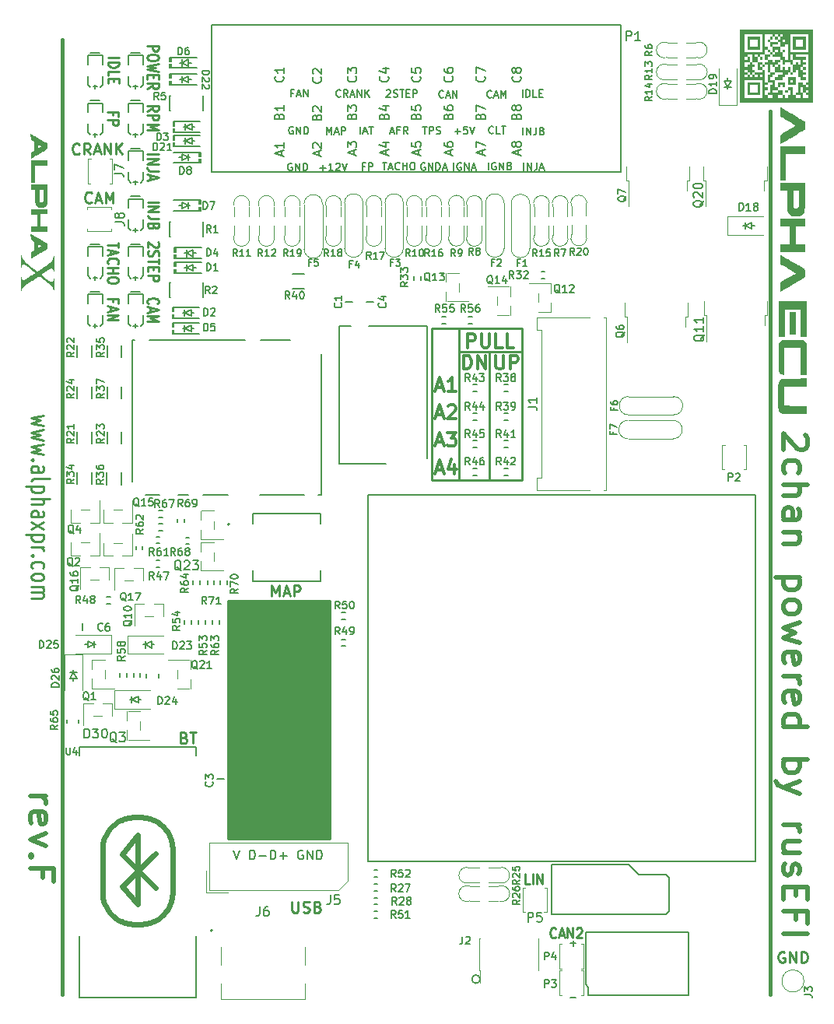
<source format=gto>
G04 #@! TF.GenerationSoftware,KiCad,Pcbnew,7.0.1*
G04 #@! TF.CreationDate,2023-06-10T23:58:51+03:00*
G04 #@! TF.ProjectId,alphax_2ch,616c7068-6178-45f3-9263-682e6b696361,F*
G04 #@! TF.SameCoordinates,PX141f5e0PYa2cace0*
G04 #@! TF.FileFunction,Legend,Top*
G04 #@! TF.FilePolarity,Positive*
%FSLAX46Y46*%
G04 Gerber Fmt 4.6, Leading zero omitted, Abs format (unit mm)*
G04 Created by KiCad (PCBNEW 7.0.1) date 2023-06-10 23:58:51*
%MOMM*%
%LPD*%
G01*
G04 APERTURE LIST*
%ADD10C,0.250000*%
%ADD11C,0.381000*%
%ADD12C,0.170000*%
%ADD13C,0.300000*%
%ADD14C,0.500000*%
%ADD15C,0.150000*%
%ADD16C,0.127000*%
%ADD17C,0.099060*%
%ADD18C,0.120000*%
%ADD19C,0.203200*%
%ADD20C,0.200000*%
%ADD21C,0.631031*%
G04 APERTURE END LIST*
D10*
X55000000Y70600000D02*
X48200000Y70600000D01*
X48200000Y73100000D02*
X48200000Y56600000D01*
X23000000Y43450000D02*
X34100000Y43450000D01*
X34100000Y17550000D01*
X23000000Y17550000D01*
X23000000Y43450000D01*
G36*
X23000000Y43450000D02*
G01*
X34100000Y43450000D01*
X34100000Y17550000D01*
X23000000Y17550000D01*
X23000000Y43450000D01*
G37*
D11*
X82000000Y600000D02*
X82000000Y96700000D01*
D10*
X55000000Y73100000D02*
X45200000Y73100000D01*
X55000000Y56600000D02*
X55000000Y73100000D01*
X45200000Y73100000D02*
X45200000Y56600000D01*
X45200000Y56600000D02*
X55000000Y56600000D01*
D11*
X5000000Y600000D02*
X5000000Y104500000D01*
D10*
X51500000Y56600000D02*
X51500000Y70600000D01*
D12*
X55110011Y94184899D02*
X55110011Y94984899D01*
X55490963Y94184899D02*
X55490963Y94984899D01*
X55490963Y94984899D02*
X55948106Y94184899D01*
X55948106Y94184899D02*
X55948106Y94984899D01*
X56557629Y94984899D02*
X56557629Y94413471D01*
X56557629Y94413471D02*
X56519534Y94299185D01*
X56519534Y94299185D02*
X56443343Y94222994D01*
X56443343Y94222994D02*
X56329058Y94184899D01*
X56329058Y94184899D02*
X56252867Y94184899D01*
X57205248Y94603947D02*
X57319534Y94565852D01*
X57319534Y94565852D02*
X57357629Y94527756D01*
X57357629Y94527756D02*
X57395725Y94451566D01*
X57395725Y94451566D02*
X57395725Y94337280D01*
X57395725Y94337280D02*
X57357629Y94261090D01*
X57357629Y94261090D02*
X57319534Y94222994D01*
X57319534Y94222994D02*
X57243344Y94184899D01*
X57243344Y94184899D02*
X56938582Y94184899D01*
X56938582Y94184899D02*
X56938582Y94984899D01*
X56938582Y94984899D02*
X57205248Y94984899D01*
X57205248Y94984899D02*
X57281439Y94946804D01*
X57281439Y94946804D02*
X57319534Y94908709D01*
X57319534Y94908709D02*
X57357629Y94832518D01*
X57357629Y94832518D02*
X57357629Y94756328D01*
X57357629Y94756328D02*
X57319534Y94680137D01*
X57319534Y94680137D02*
X57281439Y94642042D01*
X57281439Y94642042D02*
X57205248Y94603947D01*
X57205248Y94603947D02*
X56938582Y94603947D01*
X46457715Y98270096D02*
X46419619Y98232000D01*
X46419619Y98232000D02*
X46305334Y98193905D01*
X46305334Y98193905D02*
X46229143Y98193905D01*
X46229143Y98193905D02*
X46114857Y98232000D01*
X46114857Y98232000D02*
X46038667Y98308191D01*
X46038667Y98308191D02*
X46000572Y98384381D01*
X46000572Y98384381D02*
X45962476Y98536762D01*
X45962476Y98536762D02*
X45962476Y98651048D01*
X45962476Y98651048D02*
X46000572Y98803429D01*
X46000572Y98803429D02*
X46038667Y98879620D01*
X46038667Y98879620D02*
X46114857Y98955810D01*
X46114857Y98955810D02*
X46229143Y98993905D01*
X46229143Y98993905D02*
X46305334Y98993905D01*
X46305334Y98993905D02*
X46419619Y98955810D01*
X46419619Y98955810D02*
X46457715Y98917715D01*
X46762476Y98422477D02*
X47143429Y98422477D01*
X46686286Y98193905D02*
X46952953Y98993905D01*
X46952953Y98993905D02*
X47219619Y98193905D01*
X47486286Y98193905D02*
X47486286Y98993905D01*
X47486286Y98993905D02*
X47943429Y98193905D01*
X47943429Y98193905D02*
X47943429Y98993905D01*
X60237619Y303033D02*
X60862381Y303033D01*
X29990476Y91041810D02*
X29914286Y91079905D01*
X29914286Y91079905D02*
X29800000Y91079905D01*
X29800000Y91079905D02*
X29685714Y91041810D01*
X29685714Y91041810D02*
X29609524Y90965620D01*
X29609524Y90965620D02*
X29571429Y90889429D01*
X29571429Y90889429D02*
X29533333Y90737048D01*
X29533333Y90737048D02*
X29533333Y90622762D01*
X29533333Y90622762D02*
X29571429Y90470381D01*
X29571429Y90470381D02*
X29609524Y90394191D01*
X29609524Y90394191D02*
X29685714Y90318000D01*
X29685714Y90318000D02*
X29800000Y90279905D01*
X29800000Y90279905D02*
X29876191Y90279905D01*
X29876191Y90279905D02*
X29990476Y90318000D01*
X29990476Y90318000D02*
X30028572Y90356096D01*
X30028572Y90356096D02*
X30028572Y90622762D01*
X30028572Y90622762D02*
X29876191Y90622762D01*
X30371429Y90279905D02*
X30371429Y91079905D01*
X30371429Y91079905D02*
X30828572Y90279905D01*
X30828572Y90279905D02*
X30828572Y91079905D01*
X31209524Y90279905D02*
X31209524Y91079905D01*
X31209524Y91079905D02*
X31400000Y91079905D01*
X31400000Y91079905D02*
X31514286Y91041810D01*
X31514286Y91041810D02*
X31590476Y90965620D01*
X31590476Y90965620D02*
X31628571Y90889429D01*
X31628571Y90889429D02*
X31666667Y90737048D01*
X31666667Y90737048D02*
X31666667Y90622762D01*
X31666667Y90622762D02*
X31628571Y90470381D01*
X31628571Y90470381D02*
X31590476Y90394191D01*
X31590476Y90394191D02*
X31514286Y90318000D01*
X31514286Y90318000D02*
X31400000Y90279905D01*
X31400000Y90279905D02*
X31209524Y90279905D01*
D10*
X14359142Y75790477D02*
X14302000Y75838096D01*
X14302000Y75838096D02*
X14244857Y75980953D01*
X14244857Y75980953D02*
X14244857Y76076191D01*
X14244857Y76076191D02*
X14302000Y76219048D01*
X14302000Y76219048D02*
X14416285Y76314286D01*
X14416285Y76314286D02*
X14530571Y76361905D01*
X14530571Y76361905D02*
X14759142Y76409524D01*
X14759142Y76409524D02*
X14930571Y76409524D01*
X14930571Y76409524D02*
X15159142Y76361905D01*
X15159142Y76361905D02*
X15273428Y76314286D01*
X15273428Y76314286D02*
X15387714Y76219048D01*
X15387714Y76219048D02*
X15444857Y76076191D01*
X15444857Y76076191D02*
X15444857Y75980953D01*
X15444857Y75980953D02*
X15387714Y75838096D01*
X15387714Y75838096D02*
X15330571Y75790477D01*
X14587714Y75409524D02*
X14587714Y74933334D01*
X14244857Y75504762D02*
X15444857Y75171429D01*
X15444857Y75171429D02*
X14244857Y74838096D01*
X14244857Y74504762D02*
X15444857Y74504762D01*
X15444857Y74504762D02*
X14587714Y74171429D01*
X14587714Y74171429D02*
X15444857Y73838096D01*
X15444857Y73838096D02*
X14244857Y73838096D01*
D12*
X60257619Y6193033D02*
X60882381Y6193033D01*
X60570000Y5880652D02*
X60570000Y6505414D01*
D10*
X15380571Y82495238D02*
X15437714Y82447619D01*
X15437714Y82447619D02*
X15494857Y82352381D01*
X15494857Y82352381D02*
X15494857Y82114286D01*
X15494857Y82114286D02*
X15437714Y82019048D01*
X15437714Y82019048D02*
X15380571Y81971429D01*
X15380571Y81971429D02*
X15266285Y81923810D01*
X15266285Y81923810D02*
X15152000Y81923810D01*
X15152000Y81923810D02*
X14980571Y81971429D01*
X14980571Y81971429D02*
X14294857Y82542857D01*
X14294857Y82542857D02*
X14294857Y81923810D01*
X14352000Y81542857D02*
X14294857Y81400000D01*
X14294857Y81400000D02*
X14294857Y81161905D01*
X14294857Y81161905D02*
X14352000Y81066667D01*
X14352000Y81066667D02*
X14409142Y81019048D01*
X14409142Y81019048D02*
X14523428Y80971429D01*
X14523428Y80971429D02*
X14637714Y80971429D01*
X14637714Y80971429D02*
X14752000Y81019048D01*
X14752000Y81019048D02*
X14809142Y81066667D01*
X14809142Y81066667D02*
X14866285Y81161905D01*
X14866285Y81161905D02*
X14923428Y81352381D01*
X14923428Y81352381D02*
X14980571Y81447619D01*
X14980571Y81447619D02*
X15037714Y81495238D01*
X15037714Y81495238D02*
X15152000Y81542857D01*
X15152000Y81542857D02*
X15266285Y81542857D01*
X15266285Y81542857D02*
X15380571Y81495238D01*
X15380571Y81495238D02*
X15437714Y81447619D01*
X15437714Y81447619D02*
X15494857Y81352381D01*
X15494857Y81352381D02*
X15494857Y81114286D01*
X15494857Y81114286D02*
X15437714Y80971429D01*
X15494857Y80685714D02*
X15494857Y80114286D01*
X14294857Y80400000D02*
X15494857Y80400000D01*
X14923428Y79780952D02*
X14923428Y79447619D01*
X14294857Y79304762D02*
X14294857Y79780952D01*
X14294857Y79780952D02*
X15494857Y79780952D01*
X15494857Y79780952D02*
X15494857Y79304762D01*
X14294857Y78876190D02*
X15494857Y78876190D01*
X15494857Y78876190D02*
X15494857Y78495238D01*
X15494857Y78495238D02*
X15437714Y78400000D01*
X15437714Y78400000D02*
X15380571Y78352381D01*
X15380571Y78352381D02*
X15266285Y78304762D01*
X15266285Y78304762D02*
X15094857Y78304762D01*
X15094857Y78304762D02*
X14980571Y78352381D01*
X14980571Y78352381D02*
X14923428Y78400000D01*
X14923428Y78400000D02*
X14866285Y78495238D01*
X14866285Y78495238D02*
X14866285Y78876190D01*
D13*
X48657142Y68683572D02*
X48657142Y70183572D01*
X48657142Y70183572D02*
X49014285Y70183572D01*
X49014285Y70183572D02*
X49228571Y70112143D01*
X49228571Y70112143D02*
X49371428Y69969286D01*
X49371428Y69969286D02*
X49442857Y69826429D01*
X49442857Y69826429D02*
X49514285Y69540715D01*
X49514285Y69540715D02*
X49514285Y69326429D01*
X49514285Y69326429D02*
X49442857Y69040715D01*
X49442857Y69040715D02*
X49371428Y68897858D01*
X49371428Y68897858D02*
X49228571Y68755000D01*
X49228571Y68755000D02*
X49014285Y68683572D01*
X49014285Y68683572D02*
X48657142Y68683572D01*
X50157142Y68683572D02*
X50157142Y70183572D01*
X50157142Y70183572D02*
X51014285Y68683572D01*
X51014285Y68683572D02*
X51014285Y70183572D01*
D10*
X14244857Y96761905D02*
X14816285Y97095238D01*
X14244857Y97333333D02*
X15444857Y97333333D01*
X15444857Y97333333D02*
X15444857Y96952381D01*
X15444857Y96952381D02*
X15387714Y96857143D01*
X15387714Y96857143D02*
X15330571Y96809524D01*
X15330571Y96809524D02*
X15216285Y96761905D01*
X15216285Y96761905D02*
X15044857Y96761905D01*
X15044857Y96761905D02*
X14930571Y96809524D01*
X14930571Y96809524D02*
X14873428Y96857143D01*
X14873428Y96857143D02*
X14816285Y96952381D01*
X14816285Y96952381D02*
X14816285Y97333333D01*
X14244857Y96333333D02*
X15444857Y96333333D01*
X15444857Y96333333D02*
X15444857Y95952381D01*
X15444857Y95952381D02*
X15387714Y95857143D01*
X15387714Y95857143D02*
X15330571Y95809524D01*
X15330571Y95809524D02*
X15216285Y95761905D01*
X15216285Y95761905D02*
X15044857Y95761905D01*
X15044857Y95761905D02*
X14930571Y95809524D01*
X14930571Y95809524D02*
X14873428Y95857143D01*
X14873428Y95857143D02*
X14816285Y95952381D01*
X14816285Y95952381D02*
X14816285Y96333333D01*
X14244857Y95333333D02*
X15444857Y95333333D01*
X15444857Y95333333D02*
X14587714Y95000000D01*
X14587714Y95000000D02*
X15444857Y94666667D01*
X15444857Y94666667D02*
X14244857Y94666667D01*
D12*
X40265780Y99000192D02*
X40303876Y99038287D01*
X40303876Y99038287D02*
X40380066Y99076382D01*
X40380066Y99076382D02*
X40570542Y99076382D01*
X40570542Y99076382D02*
X40646733Y99038287D01*
X40646733Y99038287D02*
X40684828Y99000192D01*
X40684828Y99000192D02*
X40722923Y98924001D01*
X40722923Y98924001D02*
X40722923Y98847811D01*
X40722923Y98847811D02*
X40684828Y98733525D01*
X40684828Y98733525D02*
X40227685Y98276382D01*
X40227685Y98276382D02*
X40722923Y98276382D01*
X41027685Y98314477D02*
X41141971Y98276382D01*
X41141971Y98276382D02*
X41332447Y98276382D01*
X41332447Y98276382D02*
X41408638Y98314477D01*
X41408638Y98314477D02*
X41446733Y98352573D01*
X41446733Y98352573D02*
X41484828Y98428763D01*
X41484828Y98428763D02*
X41484828Y98504954D01*
X41484828Y98504954D02*
X41446733Y98581144D01*
X41446733Y98581144D02*
X41408638Y98619239D01*
X41408638Y98619239D02*
X41332447Y98657335D01*
X41332447Y98657335D02*
X41180066Y98695430D01*
X41180066Y98695430D02*
X41103876Y98733525D01*
X41103876Y98733525D02*
X41065781Y98771620D01*
X41065781Y98771620D02*
X41027685Y98847811D01*
X41027685Y98847811D02*
X41027685Y98924001D01*
X41027685Y98924001D02*
X41065781Y99000192D01*
X41065781Y99000192D02*
X41103876Y99038287D01*
X41103876Y99038287D02*
X41180066Y99076382D01*
X41180066Y99076382D02*
X41370543Y99076382D01*
X41370543Y99076382D02*
X41484828Y99038287D01*
X41713400Y99076382D02*
X42170543Y99076382D01*
X41941971Y98276382D02*
X41941971Y99076382D01*
X42437210Y98695430D02*
X42703876Y98695430D01*
X42818162Y98276382D02*
X42437210Y98276382D01*
X42437210Y98276382D02*
X42437210Y99076382D01*
X42437210Y99076382D02*
X42818162Y99076382D01*
X43161020Y98276382D02*
X43161020Y99076382D01*
X43161020Y99076382D02*
X43465782Y99076382D01*
X43465782Y99076382D02*
X43541972Y99038287D01*
X43541972Y99038287D02*
X43580067Y99000192D01*
X43580067Y99000192D02*
X43618163Y98924001D01*
X43618163Y98924001D02*
X43618163Y98809716D01*
X43618163Y98809716D02*
X43580067Y98733525D01*
X43580067Y98733525D02*
X43541972Y98695430D01*
X43541972Y98695430D02*
X43465782Y98657335D01*
X43465782Y98657335D02*
X43161020Y98657335D01*
D10*
X14244857Y92033333D02*
X15444857Y92033333D01*
X14244857Y91557143D02*
X15444857Y91557143D01*
X15444857Y91557143D02*
X14244857Y90985715D01*
X14244857Y90985715D02*
X15444857Y90985715D01*
X15444857Y90223810D02*
X14587714Y90223810D01*
X14587714Y90223810D02*
X14416285Y90271429D01*
X14416285Y90271429D02*
X14302000Y90366667D01*
X14302000Y90366667D02*
X14244857Y90509524D01*
X14244857Y90509524D02*
X14244857Y90604762D01*
X14587714Y89795238D02*
X14587714Y89319048D01*
X14244857Y89890476D02*
X15444857Y89557143D01*
X15444857Y89557143D02*
X14244857Y89223810D01*
D12*
X35259978Y98352573D02*
X35221882Y98314477D01*
X35221882Y98314477D02*
X35107597Y98276382D01*
X35107597Y98276382D02*
X35031406Y98276382D01*
X35031406Y98276382D02*
X34917120Y98314477D01*
X34917120Y98314477D02*
X34840930Y98390668D01*
X34840930Y98390668D02*
X34802835Y98466858D01*
X34802835Y98466858D02*
X34764739Y98619239D01*
X34764739Y98619239D02*
X34764739Y98733525D01*
X34764739Y98733525D02*
X34802835Y98885906D01*
X34802835Y98885906D02*
X34840930Y98962097D01*
X34840930Y98962097D02*
X34917120Y99038287D01*
X34917120Y99038287D02*
X35031406Y99076382D01*
X35031406Y99076382D02*
X35107597Y99076382D01*
X35107597Y99076382D02*
X35221882Y99038287D01*
X35221882Y99038287D02*
X35259978Y99000192D01*
X36059978Y98276382D02*
X35793311Y98657335D01*
X35602835Y98276382D02*
X35602835Y99076382D01*
X35602835Y99076382D02*
X35907597Y99076382D01*
X35907597Y99076382D02*
X35983787Y99038287D01*
X35983787Y99038287D02*
X36021882Y99000192D01*
X36021882Y99000192D02*
X36059978Y98924001D01*
X36059978Y98924001D02*
X36059978Y98809716D01*
X36059978Y98809716D02*
X36021882Y98733525D01*
X36021882Y98733525D02*
X35983787Y98695430D01*
X35983787Y98695430D02*
X35907597Y98657335D01*
X35907597Y98657335D02*
X35602835Y98657335D01*
X36364739Y98504954D02*
X36745692Y98504954D01*
X36288549Y98276382D02*
X36555216Y99076382D01*
X36555216Y99076382D02*
X36821882Y98276382D01*
X37088549Y98276382D02*
X37088549Y99076382D01*
X37088549Y99076382D02*
X37545692Y98276382D01*
X37545692Y98276382D02*
X37545692Y99076382D01*
X37926644Y98276382D02*
X37926644Y99076382D01*
X38383787Y98276382D02*
X38040929Y98733525D01*
X38383787Y99076382D02*
X37926644Y98619239D01*
X33762485Y94230826D02*
X33762485Y95030826D01*
X33762485Y95030826D02*
X34029151Y94459398D01*
X34029151Y94459398D02*
X34295818Y95030826D01*
X34295818Y95030826D02*
X34295818Y94230826D01*
X34638675Y94459398D02*
X35019628Y94459398D01*
X34562485Y94230826D02*
X34829152Y95030826D01*
X34829152Y95030826D02*
X35095818Y94230826D01*
X35362485Y94230826D02*
X35362485Y95030826D01*
X35362485Y95030826D02*
X35667247Y95030826D01*
X35667247Y95030826D02*
X35743437Y94992731D01*
X35743437Y94992731D02*
X35781532Y94954636D01*
X35781532Y94954636D02*
X35819628Y94878445D01*
X35819628Y94878445D02*
X35819628Y94764160D01*
X35819628Y94764160D02*
X35781532Y94687969D01*
X35781532Y94687969D02*
X35743437Y94649874D01*
X35743437Y94649874D02*
X35667247Y94611779D01*
X35667247Y94611779D02*
X35362485Y94611779D01*
D13*
X45685714Y60712143D02*
X46400000Y60712143D01*
X45542857Y60283572D02*
X46042857Y61783572D01*
X46042857Y61783572D02*
X46542857Y60283572D01*
X46899999Y61783572D02*
X47828571Y61783572D01*
X47828571Y61783572D02*
X47328571Y61212143D01*
X47328571Y61212143D02*
X47542856Y61212143D01*
X47542856Y61212143D02*
X47685714Y61140715D01*
X47685714Y61140715D02*
X47757142Y61069286D01*
X47757142Y61069286D02*
X47828571Y60926429D01*
X47828571Y60926429D02*
X47828571Y60569286D01*
X47828571Y60569286D02*
X47757142Y60426429D01*
X47757142Y60426429D02*
X47685714Y60355000D01*
X47685714Y60355000D02*
X47542856Y60283572D01*
X47542856Y60283572D02*
X47114285Y60283572D01*
X47114285Y60283572D02*
X46971428Y60355000D01*
X46971428Y60355000D02*
X46899999Y60426429D01*
D12*
X33040476Y90584667D02*
X33650000Y90584667D01*
X33345238Y90279905D02*
X33345238Y90889429D01*
X34449999Y90279905D02*
X33992856Y90279905D01*
X34221428Y90279905D02*
X34221428Y91079905D01*
X34221428Y91079905D02*
X34145237Y90965620D01*
X34145237Y90965620D02*
X34069047Y90889429D01*
X34069047Y90889429D02*
X33992856Y90851334D01*
X34754761Y91003715D02*
X34792857Y91041810D01*
X34792857Y91041810D02*
X34869047Y91079905D01*
X34869047Y91079905D02*
X35059523Y91079905D01*
X35059523Y91079905D02*
X35135714Y91041810D01*
X35135714Y91041810D02*
X35173809Y91003715D01*
X35173809Y91003715D02*
X35211904Y90927524D01*
X35211904Y90927524D02*
X35211904Y90851334D01*
X35211904Y90851334D02*
X35173809Y90737048D01*
X35173809Y90737048D02*
X34716666Y90279905D01*
X34716666Y90279905D02*
X35211904Y90279905D01*
X35440476Y91079905D02*
X35707143Y90279905D01*
X35707143Y90279905D02*
X35973809Y91079905D01*
D10*
X6828571Y92159143D02*
X6771428Y92102000D01*
X6771428Y92102000D02*
X6600000Y92044858D01*
X6600000Y92044858D02*
X6485714Y92044858D01*
X6485714Y92044858D02*
X6314285Y92102000D01*
X6314285Y92102000D02*
X6200000Y92216286D01*
X6200000Y92216286D02*
X6142857Y92330572D01*
X6142857Y92330572D02*
X6085714Y92559143D01*
X6085714Y92559143D02*
X6085714Y92730572D01*
X6085714Y92730572D02*
X6142857Y92959143D01*
X6142857Y92959143D02*
X6200000Y93073429D01*
X6200000Y93073429D02*
X6314285Y93187715D01*
X6314285Y93187715D02*
X6485714Y93244858D01*
X6485714Y93244858D02*
X6600000Y93244858D01*
X6600000Y93244858D02*
X6771428Y93187715D01*
X6771428Y93187715D02*
X6828571Y93130572D01*
X8028571Y92044858D02*
X7628571Y92616286D01*
X7342857Y92044858D02*
X7342857Y93244858D01*
X7342857Y93244858D02*
X7800000Y93244858D01*
X7800000Y93244858D02*
X7914285Y93187715D01*
X7914285Y93187715D02*
X7971428Y93130572D01*
X7971428Y93130572D02*
X8028571Y93016286D01*
X8028571Y93016286D02*
X8028571Y92844858D01*
X8028571Y92844858D02*
X7971428Y92730572D01*
X7971428Y92730572D02*
X7914285Y92673429D01*
X7914285Y92673429D02*
X7800000Y92616286D01*
X7800000Y92616286D02*
X7342857Y92616286D01*
X8485714Y92387715D02*
X9057143Y92387715D01*
X8371428Y92044858D02*
X8771428Y93244858D01*
X8771428Y93244858D02*
X9171428Y92044858D01*
X9571428Y92044858D02*
X9571428Y93244858D01*
X9571428Y93244858D02*
X10257142Y92044858D01*
X10257142Y92044858D02*
X10257142Y93244858D01*
X10828571Y92044858D02*
X10828571Y93244858D01*
X11514285Y92044858D02*
X10999999Y92730572D01*
X11514285Y93244858D02*
X10828571Y92559143D01*
D12*
X47588096Y90319905D02*
X47588096Y91119905D01*
X48388095Y91081810D02*
X48311905Y91119905D01*
X48311905Y91119905D02*
X48197619Y91119905D01*
X48197619Y91119905D02*
X48083333Y91081810D01*
X48083333Y91081810D02*
X48007143Y91005620D01*
X48007143Y91005620D02*
X47969048Y90929429D01*
X47969048Y90929429D02*
X47930952Y90777048D01*
X47930952Y90777048D02*
X47930952Y90662762D01*
X47930952Y90662762D02*
X47969048Y90510381D01*
X47969048Y90510381D02*
X48007143Y90434191D01*
X48007143Y90434191D02*
X48083333Y90358000D01*
X48083333Y90358000D02*
X48197619Y90319905D01*
X48197619Y90319905D02*
X48273810Y90319905D01*
X48273810Y90319905D02*
X48388095Y90358000D01*
X48388095Y90358000D02*
X48426191Y90396096D01*
X48426191Y90396096D02*
X48426191Y90662762D01*
X48426191Y90662762D02*
X48273810Y90662762D01*
X48769048Y90319905D02*
X48769048Y91119905D01*
X48769048Y91119905D02*
X49226191Y90319905D01*
X49226191Y90319905D02*
X49226191Y91119905D01*
X49569047Y90548477D02*
X49950000Y90548477D01*
X49492857Y90319905D02*
X49759524Y91119905D01*
X49759524Y91119905D02*
X50026190Y90319905D01*
X40700317Y94477884D02*
X41081270Y94477884D01*
X40624127Y94249312D02*
X40890794Y95049312D01*
X40890794Y95049312D02*
X41157460Y94249312D01*
X41690793Y94668360D02*
X41424127Y94668360D01*
X41424127Y94249312D02*
X41424127Y95049312D01*
X41424127Y95049312D02*
X41805079Y95049312D01*
X42566984Y94249312D02*
X42300317Y94630265D01*
X42109841Y94249312D02*
X42109841Y95049312D01*
X42109841Y95049312D02*
X42414603Y95049312D01*
X42414603Y95049312D02*
X42490793Y95011217D01*
X42490793Y95011217D02*
X42528888Y94973122D01*
X42528888Y94973122D02*
X42566984Y94896931D01*
X42566984Y94896931D02*
X42566984Y94782646D01*
X42566984Y94782646D02*
X42528888Y94706455D01*
X42528888Y94706455D02*
X42490793Y94668360D01*
X42490793Y94668360D02*
X42414603Y94630265D01*
X42414603Y94630265D02*
X42109841Y94630265D01*
D14*
X1465891Y22194995D02*
X3199224Y22194995D01*
X2703986Y22194995D02*
X2951605Y22056900D01*
X2951605Y22056900D02*
X3075415Y21918805D01*
X3075415Y21918805D02*
X3199224Y21642614D01*
X3199224Y21642614D02*
X3199224Y21366424D01*
X1589701Y19294995D02*
X1465891Y19571186D01*
X1465891Y19571186D02*
X1465891Y20123567D01*
X1465891Y20123567D02*
X1589701Y20399757D01*
X1589701Y20399757D02*
X1837320Y20537853D01*
X1837320Y20537853D02*
X2827796Y20537853D01*
X2827796Y20537853D02*
X3075415Y20399757D01*
X3075415Y20399757D02*
X3199224Y20123567D01*
X3199224Y20123567D02*
X3199224Y19571186D01*
X3199224Y19571186D02*
X3075415Y19294995D01*
X3075415Y19294995D02*
X2827796Y19156900D01*
X2827796Y19156900D02*
X2580177Y19156900D01*
X2580177Y19156900D02*
X2332558Y20537853D01*
X3199224Y18190234D02*
X1465891Y17499758D01*
X1465891Y17499758D02*
X3199224Y16809281D01*
X1713510Y15704519D02*
X1589701Y15566424D01*
X1589701Y15566424D02*
X1465891Y15704519D01*
X1465891Y15704519D02*
X1589701Y15842615D01*
X1589701Y15842615D02*
X1713510Y15704519D01*
X1713510Y15704519D02*
X1465891Y15704519D01*
X2827796Y13356901D02*
X2827796Y14323567D01*
X1465891Y14323567D02*
X4065891Y14323567D01*
X4065891Y14323567D02*
X4065891Y12942615D01*
D10*
X10523428Y96307143D02*
X10523428Y96640476D01*
X9894857Y96640476D02*
X11094857Y96640476D01*
X11094857Y96640476D02*
X11094857Y96164286D01*
X9894857Y95783333D02*
X11094857Y95783333D01*
X11094857Y95783333D02*
X11094857Y95402381D01*
X11094857Y95402381D02*
X11037714Y95307143D01*
X11037714Y95307143D02*
X10980571Y95259524D01*
X10980571Y95259524D02*
X10866285Y95211905D01*
X10866285Y95211905D02*
X10694857Y95211905D01*
X10694857Y95211905D02*
X10580571Y95259524D01*
X10580571Y95259524D02*
X10523428Y95307143D01*
X10523428Y95307143D02*
X10466285Y95402381D01*
X10466285Y95402381D02*
X10466285Y95783333D01*
D14*
X85849571Y61517620D02*
X85973380Y61379524D01*
X85973380Y61379524D02*
X86097190Y61103334D01*
X86097190Y61103334D02*
X86097190Y60412858D01*
X86097190Y60412858D02*
X85973380Y60136667D01*
X85973380Y60136667D02*
X85849571Y59998572D01*
X85849571Y59998572D02*
X85601952Y59860477D01*
X85601952Y59860477D02*
X85354333Y59860477D01*
X85354333Y59860477D02*
X84982904Y59998572D01*
X84982904Y59998572D02*
X83497190Y61655715D01*
X83497190Y61655715D02*
X83497190Y59860477D01*
X83621000Y57374762D02*
X83497190Y57650953D01*
X83497190Y57650953D02*
X83497190Y58203334D01*
X83497190Y58203334D02*
X83621000Y58479524D01*
X83621000Y58479524D02*
X83744809Y58617619D01*
X83744809Y58617619D02*
X83992428Y58755715D01*
X83992428Y58755715D02*
X84735285Y58755715D01*
X84735285Y58755715D02*
X84982904Y58617619D01*
X84982904Y58617619D02*
X85106714Y58479524D01*
X85106714Y58479524D02*
X85230523Y58203334D01*
X85230523Y58203334D02*
X85230523Y57650953D01*
X85230523Y57650953D02*
X85106714Y57374762D01*
X83497190Y56131905D02*
X86097190Y56131905D01*
X83497190Y54889048D02*
X84859095Y54889048D01*
X84859095Y54889048D02*
X85106714Y55027143D01*
X85106714Y55027143D02*
X85230523Y55303334D01*
X85230523Y55303334D02*
X85230523Y55717620D01*
X85230523Y55717620D02*
X85106714Y55993810D01*
X85106714Y55993810D02*
X84982904Y56131905D01*
X83497190Y52265238D02*
X84859095Y52265238D01*
X84859095Y52265238D02*
X85106714Y52403333D01*
X85106714Y52403333D02*
X85230523Y52679524D01*
X85230523Y52679524D02*
X85230523Y53231905D01*
X85230523Y53231905D02*
X85106714Y53508095D01*
X83621000Y52265238D02*
X83497190Y52541429D01*
X83497190Y52541429D02*
X83497190Y53231905D01*
X83497190Y53231905D02*
X83621000Y53508095D01*
X83621000Y53508095D02*
X83868619Y53646191D01*
X83868619Y53646191D02*
X84116238Y53646191D01*
X84116238Y53646191D02*
X84363857Y53508095D01*
X84363857Y53508095D02*
X84487666Y53231905D01*
X84487666Y53231905D02*
X84487666Y52541429D01*
X84487666Y52541429D02*
X84611476Y52265238D01*
X85230523Y50884285D02*
X83497190Y50884285D01*
X84982904Y50884285D02*
X85106714Y50746190D01*
X85106714Y50746190D02*
X85230523Y50470000D01*
X85230523Y50470000D02*
X85230523Y50055714D01*
X85230523Y50055714D02*
X85106714Y49779523D01*
X85106714Y49779523D02*
X84859095Y49641428D01*
X84859095Y49641428D02*
X83497190Y49641428D01*
X85230523Y46050951D02*
X82630523Y46050951D01*
X85106714Y46050951D02*
X85230523Y45774761D01*
X85230523Y45774761D02*
X85230523Y45222380D01*
X85230523Y45222380D02*
X85106714Y44946189D01*
X85106714Y44946189D02*
X84982904Y44808094D01*
X84982904Y44808094D02*
X84735285Y44669999D01*
X84735285Y44669999D02*
X83992428Y44669999D01*
X83992428Y44669999D02*
X83744809Y44808094D01*
X83744809Y44808094D02*
X83621000Y44946189D01*
X83621000Y44946189D02*
X83497190Y45222380D01*
X83497190Y45222380D02*
X83497190Y45774761D01*
X83497190Y45774761D02*
X83621000Y46050951D01*
X83497190Y43012856D02*
X83621000Y43289046D01*
X83621000Y43289046D02*
X83744809Y43427141D01*
X83744809Y43427141D02*
X83992428Y43565237D01*
X83992428Y43565237D02*
X84735285Y43565237D01*
X84735285Y43565237D02*
X84982904Y43427141D01*
X84982904Y43427141D02*
X85106714Y43289046D01*
X85106714Y43289046D02*
X85230523Y43012856D01*
X85230523Y43012856D02*
X85230523Y42598570D01*
X85230523Y42598570D02*
X85106714Y42322379D01*
X85106714Y42322379D02*
X84982904Y42184284D01*
X84982904Y42184284D02*
X84735285Y42046189D01*
X84735285Y42046189D02*
X83992428Y42046189D01*
X83992428Y42046189D02*
X83744809Y42184284D01*
X83744809Y42184284D02*
X83621000Y42322379D01*
X83621000Y42322379D02*
X83497190Y42598570D01*
X83497190Y42598570D02*
X83497190Y43012856D01*
X85230523Y41079522D02*
X83497190Y40527141D01*
X83497190Y40527141D02*
X84735285Y39974760D01*
X84735285Y39974760D02*
X83497190Y39422379D01*
X83497190Y39422379D02*
X85230523Y38869998D01*
X83621000Y36660474D02*
X83497190Y36936665D01*
X83497190Y36936665D02*
X83497190Y37489046D01*
X83497190Y37489046D02*
X83621000Y37765236D01*
X83621000Y37765236D02*
X83868619Y37903332D01*
X83868619Y37903332D02*
X84859095Y37903332D01*
X84859095Y37903332D02*
X85106714Y37765236D01*
X85106714Y37765236D02*
X85230523Y37489046D01*
X85230523Y37489046D02*
X85230523Y36936665D01*
X85230523Y36936665D02*
X85106714Y36660474D01*
X85106714Y36660474D02*
X84859095Y36522379D01*
X84859095Y36522379D02*
X84611476Y36522379D01*
X84611476Y36522379D02*
X84363857Y37903332D01*
X83497190Y35279522D02*
X85230523Y35279522D01*
X84735285Y35279522D02*
X84982904Y35141427D01*
X84982904Y35141427D02*
X85106714Y35003332D01*
X85106714Y35003332D02*
X85230523Y34727141D01*
X85230523Y34727141D02*
X85230523Y34450951D01*
X83621000Y32379522D02*
X83497190Y32655713D01*
X83497190Y32655713D02*
X83497190Y33208094D01*
X83497190Y33208094D02*
X83621000Y33484284D01*
X83621000Y33484284D02*
X83868619Y33622380D01*
X83868619Y33622380D02*
X84859095Y33622380D01*
X84859095Y33622380D02*
X85106714Y33484284D01*
X85106714Y33484284D02*
X85230523Y33208094D01*
X85230523Y33208094D02*
X85230523Y32655713D01*
X85230523Y32655713D02*
X85106714Y32379522D01*
X85106714Y32379522D02*
X84859095Y32241427D01*
X84859095Y32241427D02*
X84611476Y32241427D01*
X84611476Y32241427D02*
X84363857Y33622380D01*
X83497190Y29755713D02*
X86097190Y29755713D01*
X83621000Y29755713D02*
X83497190Y30031904D01*
X83497190Y30031904D02*
X83497190Y30584285D01*
X83497190Y30584285D02*
X83621000Y30860475D01*
X83621000Y30860475D02*
X83744809Y30998570D01*
X83744809Y30998570D02*
X83992428Y31136666D01*
X83992428Y31136666D02*
X84735285Y31136666D01*
X84735285Y31136666D02*
X84982904Y30998570D01*
X84982904Y30998570D02*
X85106714Y30860475D01*
X85106714Y30860475D02*
X85230523Y30584285D01*
X85230523Y30584285D02*
X85230523Y30031904D01*
X85230523Y30031904D02*
X85106714Y29755713D01*
X83497190Y26165236D02*
X86097190Y26165236D01*
X85106714Y26165236D02*
X85230523Y25889046D01*
X85230523Y25889046D02*
X85230523Y25336665D01*
X85230523Y25336665D02*
X85106714Y25060474D01*
X85106714Y25060474D02*
X84982904Y24922379D01*
X84982904Y24922379D02*
X84735285Y24784284D01*
X84735285Y24784284D02*
X83992428Y24784284D01*
X83992428Y24784284D02*
X83744809Y24922379D01*
X83744809Y24922379D02*
X83621000Y25060474D01*
X83621000Y25060474D02*
X83497190Y25336665D01*
X83497190Y25336665D02*
X83497190Y25889046D01*
X83497190Y25889046D02*
X83621000Y26165236D01*
X85230523Y23817617D02*
X83497190Y23127141D01*
X85230523Y22436664D02*
X83497190Y23127141D01*
X83497190Y23127141D02*
X82878142Y23403331D01*
X82878142Y23403331D02*
X82754333Y23541426D01*
X82754333Y23541426D02*
X82630523Y23817617D01*
X83497190Y19122378D02*
X85230523Y19122378D01*
X84735285Y19122378D02*
X84982904Y18984283D01*
X84982904Y18984283D02*
X85106714Y18846188D01*
X85106714Y18846188D02*
X85230523Y18569997D01*
X85230523Y18569997D02*
X85230523Y18293807D01*
X85230523Y16084283D02*
X83497190Y16084283D01*
X85230523Y17327140D02*
X83868619Y17327140D01*
X83868619Y17327140D02*
X83621000Y17189045D01*
X83621000Y17189045D02*
X83497190Y16912855D01*
X83497190Y16912855D02*
X83497190Y16498569D01*
X83497190Y16498569D02*
X83621000Y16222378D01*
X83621000Y16222378D02*
X83744809Y16084283D01*
X83621000Y14841426D02*
X83497190Y14565235D01*
X83497190Y14565235D02*
X83497190Y14012854D01*
X83497190Y14012854D02*
X83621000Y13736664D01*
X83621000Y13736664D02*
X83868619Y13598568D01*
X83868619Y13598568D02*
X83992428Y13598568D01*
X83992428Y13598568D02*
X84240047Y13736664D01*
X84240047Y13736664D02*
X84363857Y14012854D01*
X84363857Y14012854D02*
X84363857Y14427140D01*
X84363857Y14427140D02*
X84487666Y14703330D01*
X84487666Y14703330D02*
X84735285Y14841426D01*
X84735285Y14841426D02*
X84859095Y14841426D01*
X84859095Y14841426D02*
X85106714Y14703330D01*
X85106714Y14703330D02*
X85230523Y14427140D01*
X85230523Y14427140D02*
X85230523Y14012854D01*
X85230523Y14012854D02*
X85106714Y13736664D01*
X84859095Y12355711D02*
X84859095Y11389045D01*
X83497190Y10974759D02*
X83497190Y12355711D01*
X83497190Y12355711D02*
X86097190Y12355711D01*
X86097190Y12355711D02*
X86097190Y10974759D01*
X84859095Y8765235D02*
X84859095Y9731901D01*
X83497190Y9731901D02*
X86097190Y9731901D01*
X86097190Y9731901D02*
X86097190Y8350949D01*
X83497190Y7246187D02*
X86097190Y7246187D01*
D10*
X55847619Y12691120D02*
X55371429Y12691120D01*
X55371429Y12691120D02*
X55371429Y13791120D01*
X56180953Y12691120D02*
X56180953Y13791120D01*
X56657143Y12691120D02*
X56657143Y13791120D01*
X56657143Y13791120D02*
X57228571Y12691120D01*
X57228571Y12691120D02*
X57228571Y13791120D01*
D12*
X30129518Y98716901D02*
X29862852Y98716901D01*
X29862852Y98297853D02*
X29862852Y99097853D01*
X29862852Y99097853D02*
X30243804Y99097853D01*
X30510470Y98526425D02*
X30891423Y98526425D01*
X30434280Y98297853D02*
X30700947Y99097853D01*
X30700947Y99097853D02*
X30967613Y98297853D01*
X31234280Y98297853D02*
X31234280Y99097853D01*
X31234280Y99097853D02*
X31691423Y98297853D01*
X31691423Y98297853D02*
X31691423Y99097853D01*
X30089116Y95023392D02*
X30012926Y95061487D01*
X30012926Y95061487D02*
X29898640Y95061487D01*
X29898640Y95061487D02*
X29784354Y95023392D01*
X29784354Y95023392D02*
X29708164Y94947202D01*
X29708164Y94947202D02*
X29670069Y94871011D01*
X29670069Y94871011D02*
X29631973Y94718630D01*
X29631973Y94718630D02*
X29631973Y94604344D01*
X29631973Y94604344D02*
X29670069Y94451963D01*
X29670069Y94451963D02*
X29708164Y94375773D01*
X29708164Y94375773D02*
X29784354Y94299582D01*
X29784354Y94299582D02*
X29898640Y94261487D01*
X29898640Y94261487D02*
X29974831Y94261487D01*
X29974831Y94261487D02*
X30089116Y94299582D01*
X30089116Y94299582D02*
X30127212Y94337678D01*
X30127212Y94337678D02*
X30127212Y94604344D01*
X30127212Y94604344D02*
X29974831Y94604344D01*
X30470069Y94261487D02*
X30470069Y95061487D01*
X30470069Y95061487D02*
X30927212Y94261487D01*
X30927212Y94261487D02*
X30927212Y95061487D01*
X31308164Y94261487D02*
X31308164Y95061487D01*
X31308164Y95061487D02*
X31498640Y95061487D01*
X31498640Y95061487D02*
X31612926Y95023392D01*
X31612926Y95023392D02*
X31689116Y94947202D01*
X31689116Y94947202D02*
X31727211Y94871011D01*
X31727211Y94871011D02*
X31765307Y94718630D01*
X31765307Y94718630D02*
X31765307Y94604344D01*
X31765307Y94604344D02*
X31727211Y94451963D01*
X31727211Y94451963D02*
X31689116Y94375773D01*
X31689116Y94375773D02*
X31612926Y94299582D01*
X31612926Y94299582D02*
X31498640Y94261487D01*
X31498640Y94261487D02*
X31308164Y94261487D01*
X51687863Y98276137D02*
X51649767Y98238041D01*
X51649767Y98238041D02*
X51535482Y98199946D01*
X51535482Y98199946D02*
X51459291Y98199946D01*
X51459291Y98199946D02*
X51345005Y98238041D01*
X51345005Y98238041D02*
X51268815Y98314232D01*
X51268815Y98314232D02*
X51230720Y98390422D01*
X51230720Y98390422D02*
X51192624Y98542803D01*
X51192624Y98542803D02*
X51192624Y98657089D01*
X51192624Y98657089D02*
X51230720Y98809470D01*
X51230720Y98809470D02*
X51268815Y98885661D01*
X51268815Y98885661D02*
X51345005Y98961851D01*
X51345005Y98961851D02*
X51459291Y98999946D01*
X51459291Y98999946D02*
X51535482Y98999946D01*
X51535482Y98999946D02*
X51649767Y98961851D01*
X51649767Y98961851D02*
X51687863Y98923756D01*
X51992624Y98428518D02*
X52373577Y98428518D01*
X51916434Y98199946D02*
X52183101Y98999946D01*
X52183101Y98999946D02*
X52449767Y98199946D01*
X52716434Y98199946D02*
X52716434Y98999946D01*
X52716434Y98999946D02*
X52983100Y98428518D01*
X52983100Y98428518D02*
X53249767Y98999946D01*
X53249767Y98999946D02*
X53249767Y98199946D01*
D10*
X8171428Y86859143D02*
X8114285Y86802000D01*
X8114285Y86802000D02*
X7942857Y86744858D01*
X7942857Y86744858D02*
X7828571Y86744858D01*
X7828571Y86744858D02*
X7657142Y86802000D01*
X7657142Y86802000D02*
X7542857Y86916286D01*
X7542857Y86916286D02*
X7485714Y87030572D01*
X7485714Y87030572D02*
X7428571Y87259143D01*
X7428571Y87259143D02*
X7428571Y87430572D01*
X7428571Y87430572D02*
X7485714Y87659143D01*
X7485714Y87659143D02*
X7542857Y87773429D01*
X7542857Y87773429D02*
X7657142Y87887715D01*
X7657142Y87887715D02*
X7828571Y87944858D01*
X7828571Y87944858D02*
X7942857Y87944858D01*
X7942857Y87944858D02*
X8114285Y87887715D01*
X8114285Y87887715D02*
X8171428Y87830572D01*
X8628571Y87087715D02*
X9200000Y87087715D01*
X8514285Y86744858D02*
X8914285Y87944858D01*
X8914285Y87944858D02*
X9314285Y86744858D01*
X9714285Y86744858D02*
X9714285Y87944858D01*
X9714285Y87944858D02*
X10114285Y87087715D01*
X10114285Y87087715D02*
X10514285Y87944858D01*
X10514285Y87944858D02*
X10514285Y86744858D01*
D12*
X55188625Y90320148D02*
X55188625Y91120148D01*
X55569577Y90320148D02*
X55569577Y91120148D01*
X55569577Y91120148D02*
X56026720Y90320148D01*
X56026720Y90320148D02*
X56026720Y91120148D01*
X56636243Y91120148D02*
X56636243Y90548720D01*
X56636243Y90548720D02*
X56598148Y90434434D01*
X56598148Y90434434D02*
X56521957Y90358243D01*
X56521957Y90358243D02*
X56407672Y90320148D01*
X56407672Y90320148D02*
X56331481Y90320148D01*
X56979100Y90548720D02*
X57360053Y90548720D01*
X56902910Y90320148D02*
X57169577Y91120148D01*
X57169577Y91120148D02*
X57436243Y90320148D01*
D15*
X23642857Y16337381D02*
X23976190Y15337381D01*
X23976190Y15337381D02*
X24309523Y16337381D01*
X25404762Y15337381D02*
X25404762Y16337381D01*
X25404762Y16337381D02*
X25642857Y16337381D01*
X25642857Y16337381D02*
X25785714Y16289762D01*
X25785714Y16289762D02*
X25880952Y16194524D01*
X25880952Y16194524D02*
X25928571Y16099286D01*
X25928571Y16099286D02*
X25976190Y15908810D01*
X25976190Y15908810D02*
X25976190Y15765953D01*
X25976190Y15765953D02*
X25928571Y15575477D01*
X25928571Y15575477D02*
X25880952Y15480239D01*
X25880952Y15480239D02*
X25785714Y15385000D01*
X25785714Y15385000D02*
X25642857Y15337381D01*
X25642857Y15337381D02*
X25404762Y15337381D01*
X26404762Y15718334D02*
X27166667Y15718334D01*
X27642857Y15337381D02*
X27642857Y16337381D01*
X27642857Y16337381D02*
X27880952Y16337381D01*
X27880952Y16337381D02*
X28023809Y16289762D01*
X28023809Y16289762D02*
X28119047Y16194524D01*
X28119047Y16194524D02*
X28166666Y16099286D01*
X28166666Y16099286D02*
X28214285Y15908810D01*
X28214285Y15908810D02*
X28214285Y15765953D01*
X28214285Y15765953D02*
X28166666Y15575477D01*
X28166666Y15575477D02*
X28119047Y15480239D01*
X28119047Y15480239D02*
X28023809Y15385000D01*
X28023809Y15385000D02*
X27880952Y15337381D01*
X27880952Y15337381D02*
X27642857Y15337381D01*
X28642857Y15718334D02*
X29404762Y15718334D01*
X29023809Y15337381D02*
X29023809Y16099286D01*
X31166666Y16289762D02*
X31071428Y16337381D01*
X31071428Y16337381D02*
X30928571Y16337381D01*
X30928571Y16337381D02*
X30785714Y16289762D01*
X30785714Y16289762D02*
X30690476Y16194524D01*
X30690476Y16194524D02*
X30642857Y16099286D01*
X30642857Y16099286D02*
X30595238Y15908810D01*
X30595238Y15908810D02*
X30595238Y15765953D01*
X30595238Y15765953D02*
X30642857Y15575477D01*
X30642857Y15575477D02*
X30690476Y15480239D01*
X30690476Y15480239D02*
X30785714Y15385000D01*
X30785714Y15385000D02*
X30928571Y15337381D01*
X30928571Y15337381D02*
X31023809Y15337381D01*
X31023809Y15337381D02*
X31166666Y15385000D01*
X31166666Y15385000D02*
X31214285Y15432620D01*
X31214285Y15432620D02*
X31214285Y15765953D01*
X31214285Y15765953D02*
X31023809Y15765953D01*
X31642857Y15337381D02*
X31642857Y16337381D01*
X31642857Y16337381D02*
X32214285Y15337381D01*
X32214285Y15337381D02*
X32214285Y16337381D01*
X32690476Y15337381D02*
X32690476Y16337381D01*
X32690476Y16337381D02*
X32928571Y16337381D01*
X32928571Y16337381D02*
X33071428Y16289762D01*
X33071428Y16289762D02*
X33166666Y16194524D01*
X33166666Y16194524D02*
X33214285Y16099286D01*
X33214285Y16099286D02*
X33261904Y15908810D01*
X33261904Y15908810D02*
X33261904Y15765953D01*
X33261904Y15765953D02*
X33214285Y15575477D01*
X33214285Y15575477D02*
X33166666Y15480239D01*
X33166666Y15480239D02*
X33071428Y15385000D01*
X33071428Y15385000D02*
X32928571Y15337381D01*
X32928571Y15337381D02*
X32690476Y15337381D01*
D12*
X47711927Y94554074D02*
X48321451Y94554074D01*
X48016689Y94249312D02*
X48016689Y94858836D01*
X49083355Y95049312D02*
X48702403Y95049312D01*
X48702403Y95049312D02*
X48664307Y94668360D01*
X48664307Y94668360D02*
X48702403Y94706455D01*
X48702403Y94706455D02*
X48778593Y94744550D01*
X48778593Y94744550D02*
X48969069Y94744550D01*
X48969069Y94744550D02*
X49045260Y94706455D01*
X49045260Y94706455D02*
X49083355Y94668360D01*
X49083355Y94668360D02*
X49121450Y94592169D01*
X49121450Y94592169D02*
X49121450Y94401693D01*
X49121450Y94401693D02*
X49083355Y94325503D01*
X49083355Y94325503D02*
X49045260Y94287407D01*
X49045260Y94287407D02*
X48969069Y94249312D01*
X48969069Y94249312D02*
X48778593Y94249312D01*
X48778593Y94249312D02*
X48702403Y94287407D01*
X48702403Y94287407D02*
X48664307Y94325503D01*
X49350022Y95049312D02*
X49616689Y94249312D01*
X49616689Y94249312D02*
X49883355Y95049312D01*
X37418017Y94258738D02*
X37418017Y95058738D01*
X37760873Y94487310D02*
X38141826Y94487310D01*
X37684683Y94258738D02*
X37951350Y95058738D01*
X37951350Y95058738D02*
X38218016Y94258738D01*
X38370397Y95058738D02*
X38827540Y95058738D01*
X38598968Y94258738D02*
X38598968Y95058738D01*
X55062223Y98285829D02*
X55062223Y99085829D01*
X55443175Y98285829D02*
X55443175Y99085829D01*
X55443175Y99085829D02*
X55633651Y99085829D01*
X55633651Y99085829D02*
X55747937Y99047734D01*
X55747937Y99047734D02*
X55824127Y98971544D01*
X55824127Y98971544D02*
X55862222Y98895353D01*
X55862222Y98895353D02*
X55900318Y98742972D01*
X55900318Y98742972D02*
X55900318Y98628686D01*
X55900318Y98628686D02*
X55862222Y98476305D01*
X55862222Y98476305D02*
X55824127Y98400115D01*
X55824127Y98400115D02*
X55747937Y98323924D01*
X55747937Y98323924D02*
X55633651Y98285829D01*
X55633651Y98285829D02*
X55443175Y98285829D01*
X56624127Y98285829D02*
X56243175Y98285829D01*
X56243175Y98285829D02*
X56243175Y99085829D01*
X56890794Y98704877D02*
X57157460Y98704877D01*
X57271746Y98285829D02*
X56890794Y98285829D01*
X56890794Y98285829D02*
X56890794Y99085829D01*
X56890794Y99085829D02*
X57271746Y99085829D01*
D10*
X29985714Y10744858D02*
X29985714Y9773429D01*
X29985714Y9773429D02*
X30042857Y9659143D01*
X30042857Y9659143D02*
X30100000Y9602000D01*
X30100000Y9602000D02*
X30214285Y9544858D01*
X30214285Y9544858D02*
X30442857Y9544858D01*
X30442857Y9544858D02*
X30557142Y9602000D01*
X30557142Y9602000D02*
X30614285Y9659143D01*
X30614285Y9659143D02*
X30671428Y9773429D01*
X30671428Y9773429D02*
X30671428Y10744858D01*
X31185714Y9602000D02*
X31357143Y9544858D01*
X31357143Y9544858D02*
X31642857Y9544858D01*
X31642857Y9544858D02*
X31757143Y9602000D01*
X31757143Y9602000D02*
X31814285Y9659143D01*
X31814285Y9659143D02*
X31871428Y9773429D01*
X31871428Y9773429D02*
X31871428Y9887715D01*
X31871428Y9887715D02*
X31814285Y10002000D01*
X31814285Y10002000D02*
X31757143Y10059143D01*
X31757143Y10059143D02*
X31642857Y10116286D01*
X31642857Y10116286D02*
X31414285Y10173429D01*
X31414285Y10173429D02*
X31300000Y10230572D01*
X31300000Y10230572D02*
X31242857Y10287715D01*
X31242857Y10287715D02*
X31185714Y10402000D01*
X31185714Y10402000D02*
X31185714Y10516286D01*
X31185714Y10516286D02*
X31242857Y10630572D01*
X31242857Y10630572D02*
X31300000Y10687715D01*
X31300000Y10687715D02*
X31414285Y10744858D01*
X31414285Y10744858D02*
X31700000Y10744858D01*
X31700000Y10744858D02*
X31871428Y10687715D01*
X32785714Y10173429D02*
X32957142Y10116286D01*
X32957142Y10116286D02*
X33014285Y10059143D01*
X33014285Y10059143D02*
X33071428Y9944858D01*
X33071428Y9944858D02*
X33071428Y9773429D01*
X33071428Y9773429D02*
X33014285Y9659143D01*
X33014285Y9659143D02*
X32957142Y9602000D01*
X32957142Y9602000D02*
X32842857Y9544858D01*
X32842857Y9544858D02*
X32385714Y9544858D01*
X32385714Y9544858D02*
X32385714Y10744858D01*
X32385714Y10744858D02*
X32785714Y10744858D01*
X32785714Y10744858D02*
X32900000Y10687715D01*
X32900000Y10687715D02*
X32957142Y10630572D01*
X32957142Y10630572D02*
X33014285Y10516286D01*
X33014285Y10516286D02*
X33014285Y10402000D01*
X33014285Y10402000D02*
X32957142Y10287715D01*
X32957142Y10287715D02*
X32900000Y10230572D01*
X32900000Y10230572D02*
X32785714Y10173429D01*
X32785714Y10173429D02*
X32385714Y10173429D01*
X10523428Y75959524D02*
X10523428Y76292857D01*
X9894857Y76292857D02*
X11094857Y76292857D01*
X11094857Y76292857D02*
X11094857Y75816667D01*
X10237714Y75483333D02*
X10237714Y75007143D01*
X9894857Y75578571D02*
X11094857Y75245238D01*
X11094857Y75245238D02*
X9894857Y74911905D01*
X9894857Y74578571D02*
X11094857Y74578571D01*
X11094857Y74578571D02*
X9894857Y74007143D01*
X9894857Y74007143D02*
X11094857Y74007143D01*
X83585714Y5237715D02*
X83471429Y5294858D01*
X83471429Y5294858D02*
X83300000Y5294858D01*
X83300000Y5294858D02*
X83128571Y5237715D01*
X83128571Y5237715D02*
X83014286Y5123429D01*
X83014286Y5123429D02*
X82957143Y5009143D01*
X82957143Y5009143D02*
X82900000Y4780572D01*
X82900000Y4780572D02*
X82900000Y4609143D01*
X82900000Y4609143D02*
X82957143Y4380572D01*
X82957143Y4380572D02*
X83014286Y4266286D01*
X83014286Y4266286D02*
X83128571Y4152000D01*
X83128571Y4152000D02*
X83300000Y4094858D01*
X83300000Y4094858D02*
X83414286Y4094858D01*
X83414286Y4094858D02*
X83585714Y4152000D01*
X83585714Y4152000D02*
X83642857Y4209143D01*
X83642857Y4209143D02*
X83642857Y4609143D01*
X83642857Y4609143D02*
X83414286Y4609143D01*
X84157143Y4094858D02*
X84157143Y5294858D01*
X84157143Y5294858D02*
X84842857Y4094858D01*
X84842857Y4094858D02*
X84842857Y5294858D01*
X85414286Y4094858D02*
X85414286Y5294858D01*
X85414286Y5294858D02*
X85700000Y5294858D01*
X85700000Y5294858D02*
X85871429Y5237715D01*
X85871429Y5237715D02*
X85985714Y5123429D01*
X85985714Y5123429D02*
X86042857Y5009143D01*
X86042857Y5009143D02*
X86100000Y4780572D01*
X86100000Y4780572D02*
X86100000Y4609143D01*
X86100000Y4609143D02*
X86042857Y4380572D01*
X86042857Y4380572D02*
X85985714Y4266286D01*
X85985714Y4266286D02*
X85871429Y4152000D01*
X85871429Y4152000D02*
X85700000Y4094858D01*
X85700000Y4094858D02*
X85414286Y4094858D01*
D12*
X51902234Y94368444D02*
X51864138Y94330348D01*
X51864138Y94330348D02*
X51749853Y94292253D01*
X51749853Y94292253D02*
X51673662Y94292253D01*
X51673662Y94292253D02*
X51559376Y94330348D01*
X51559376Y94330348D02*
X51483186Y94406539D01*
X51483186Y94406539D02*
X51445091Y94482729D01*
X51445091Y94482729D02*
X51406995Y94635110D01*
X51406995Y94635110D02*
X51406995Y94749396D01*
X51406995Y94749396D02*
X51445091Y94901777D01*
X51445091Y94901777D02*
X51483186Y94977968D01*
X51483186Y94977968D02*
X51559376Y95054158D01*
X51559376Y95054158D02*
X51673662Y95092253D01*
X51673662Y95092253D02*
X51749853Y95092253D01*
X51749853Y95092253D02*
X51864138Y95054158D01*
X51864138Y95054158D02*
X51902234Y95016063D01*
X52626043Y94292253D02*
X52245091Y94292253D01*
X52245091Y94292253D02*
X52245091Y95092253D01*
X52778424Y95092253D02*
X53235567Y95092253D01*
X53006995Y94292253D02*
X53006995Y95092253D01*
D13*
X52157142Y70183572D02*
X52157142Y68969286D01*
X52157142Y68969286D02*
X52228571Y68826429D01*
X52228571Y68826429D02*
X52300000Y68755000D01*
X52300000Y68755000D02*
X52442857Y68683572D01*
X52442857Y68683572D02*
X52728571Y68683572D01*
X52728571Y68683572D02*
X52871428Y68755000D01*
X52871428Y68755000D02*
X52942857Y68826429D01*
X52942857Y68826429D02*
X53014285Y68969286D01*
X53014285Y68969286D02*
X53014285Y70183572D01*
X53728571Y68683572D02*
X53728571Y70183572D01*
X53728571Y70183572D02*
X54300000Y70183572D01*
X54300000Y70183572D02*
X54442857Y70112143D01*
X54442857Y70112143D02*
X54514286Y70040715D01*
X54514286Y70040715D02*
X54585714Y69897858D01*
X54585714Y69897858D02*
X54585714Y69683572D01*
X54585714Y69683572D02*
X54514286Y69540715D01*
X54514286Y69540715D02*
X54442857Y69469286D01*
X54442857Y69469286D02*
X54300000Y69397858D01*
X54300000Y69397858D02*
X53728571Y69397858D01*
X49105085Y71019129D02*
X49105085Y72519129D01*
X49105085Y72519129D02*
X49676514Y72519129D01*
X49676514Y72519129D02*
X49819371Y72447700D01*
X49819371Y72447700D02*
X49890800Y72376272D01*
X49890800Y72376272D02*
X49962228Y72233415D01*
X49962228Y72233415D02*
X49962228Y72019129D01*
X49962228Y72019129D02*
X49890800Y71876272D01*
X49890800Y71876272D02*
X49819371Y71804843D01*
X49819371Y71804843D02*
X49676514Y71733415D01*
X49676514Y71733415D02*
X49105085Y71733415D01*
X50605085Y72519129D02*
X50605085Y71304843D01*
X50605085Y71304843D02*
X50676514Y71161986D01*
X50676514Y71161986D02*
X50747943Y71090557D01*
X50747943Y71090557D02*
X50890800Y71019129D01*
X50890800Y71019129D02*
X51176514Y71019129D01*
X51176514Y71019129D02*
X51319371Y71090557D01*
X51319371Y71090557D02*
X51390800Y71161986D01*
X51390800Y71161986D02*
X51462228Y71304843D01*
X51462228Y71304843D02*
X51462228Y72519129D01*
X52890800Y71019129D02*
X52176514Y71019129D01*
X52176514Y71019129D02*
X52176514Y72519129D01*
X54105086Y71019129D02*
X53390800Y71019129D01*
X53390800Y71019129D02*
X53390800Y72519129D01*
D12*
X51364731Y90384561D02*
X51364731Y91184561D01*
X52164730Y91146466D02*
X52088540Y91184561D01*
X52088540Y91184561D02*
X51974254Y91184561D01*
X51974254Y91184561D02*
X51859968Y91146466D01*
X51859968Y91146466D02*
X51783778Y91070276D01*
X51783778Y91070276D02*
X51745683Y90994085D01*
X51745683Y90994085D02*
X51707587Y90841704D01*
X51707587Y90841704D02*
X51707587Y90727418D01*
X51707587Y90727418D02*
X51745683Y90575037D01*
X51745683Y90575037D02*
X51783778Y90498847D01*
X51783778Y90498847D02*
X51859968Y90422656D01*
X51859968Y90422656D02*
X51974254Y90384561D01*
X51974254Y90384561D02*
X52050445Y90384561D01*
X52050445Y90384561D02*
X52164730Y90422656D01*
X52164730Y90422656D02*
X52202826Y90460752D01*
X52202826Y90460752D02*
X52202826Y90727418D01*
X52202826Y90727418D02*
X52050445Y90727418D01*
X52545683Y90384561D02*
X52545683Y91184561D01*
X52545683Y91184561D02*
X53002826Y90384561D01*
X53002826Y90384561D02*
X53002826Y91184561D01*
X53650444Y90803609D02*
X53764730Y90765514D01*
X53764730Y90765514D02*
X53802825Y90727418D01*
X53802825Y90727418D02*
X53840921Y90651228D01*
X53840921Y90651228D02*
X53840921Y90536942D01*
X53840921Y90536942D02*
X53802825Y90460752D01*
X53802825Y90460752D02*
X53764730Y90422656D01*
X53764730Y90422656D02*
X53688540Y90384561D01*
X53688540Y90384561D02*
X53383778Y90384561D01*
X53383778Y90384561D02*
X53383778Y91184561D01*
X53383778Y91184561D02*
X53650444Y91184561D01*
X53650444Y91184561D02*
X53726635Y91146466D01*
X53726635Y91146466D02*
X53764730Y91108371D01*
X53764730Y91108371D02*
X53802825Y91032180D01*
X53802825Y91032180D02*
X53802825Y90955990D01*
X53802825Y90955990D02*
X53764730Y90879799D01*
X53764730Y90879799D02*
X53726635Y90841704D01*
X53726635Y90841704D02*
X53650444Y90803609D01*
X53650444Y90803609D02*
X53383778Y90803609D01*
X39824127Y91163090D02*
X40281270Y91163090D01*
X40052698Y90363090D02*
X40052698Y91163090D01*
X40509841Y90591662D02*
X40890794Y90591662D01*
X40433651Y90363090D02*
X40700318Y91163090D01*
X40700318Y91163090D02*
X40966984Y90363090D01*
X41690794Y90439281D02*
X41652698Y90401185D01*
X41652698Y90401185D02*
X41538413Y90363090D01*
X41538413Y90363090D02*
X41462222Y90363090D01*
X41462222Y90363090D02*
X41347936Y90401185D01*
X41347936Y90401185D02*
X41271746Y90477376D01*
X41271746Y90477376D02*
X41233651Y90553566D01*
X41233651Y90553566D02*
X41195555Y90705947D01*
X41195555Y90705947D02*
X41195555Y90820233D01*
X41195555Y90820233D02*
X41233651Y90972614D01*
X41233651Y90972614D02*
X41271746Y91048805D01*
X41271746Y91048805D02*
X41347936Y91124995D01*
X41347936Y91124995D02*
X41462222Y91163090D01*
X41462222Y91163090D02*
X41538413Y91163090D01*
X41538413Y91163090D02*
X41652698Y91124995D01*
X41652698Y91124995D02*
X41690794Y91086900D01*
X42033651Y90363090D02*
X42033651Y91163090D01*
X42033651Y90782138D02*
X42490794Y90782138D01*
X42490794Y90363090D02*
X42490794Y91163090D01*
X43024127Y91163090D02*
X43176508Y91163090D01*
X43176508Y91163090D02*
X43252698Y91124995D01*
X43252698Y91124995D02*
X43328889Y91048805D01*
X43328889Y91048805D02*
X43366984Y90896424D01*
X43366984Y90896424D02*
X43366984Y90629757D01*
X43366984Y90629757D02*
X43328889Y90477376D01*
X43328889Y90477376D02*
X43252698Y90401185D01*
X43252698Y90401185D02*
X43176508Y90363090D01*
X43176508Y90363090D02*
X43024127Y90363090D01*
X43024127Y90363090D02*
X42947936Y90401185D01*
X42947936Y90401185D02*
X42871746Y90477376D01*
X42871746Y90477376D02*
X42833650Y90629757D01*
X42833650Y90629757D02*
X42833650Y90896424D01*
X42833650Y90896424D02*
X42871746Y91048805D01*
X42871746Y91048805D02*
X42947936Y91124995D01*
X42947936Y91124995D02*
X43024127Y91163090D01*
D10*
X58680952Y6895881D02*
X58633333Y6843500D01*
X58633333Y6843500D02*
X58490476Y6791120D01*
X58490476Y6791120D02*
X58395238Y6791120D01*
X58395238Y6791120D02*
X58252381Y6843500D01*
X58252381Y6843500D02*
X58157143Y6948262D01*
X58157143Y6948262D02*
X58109524Y7053024D01*
X58109524Y7053024D02*
X58061905Y7262548D01*
X58061905Y7262548D02*
X58061905Y7419691D01*
X58061905Y7419691D02*
X58109524Y7629215D01*
X58109524Y7629215D02*
X58157143Y7733977D01*
X58157143Y7733977D02*
X58252381Y7838739D01*
X58252381Y7838739D02*
X58395238Y7891120D01*
X58395238Y7891120D02*
X58490476Y7891120D01*
X58490476Y7891120D02*
X58633333Y7838739D01*
X58633333Y7838739D02*
X58680952Y7786358D01*
X59061905Y7105405D02*
X59538095Y7105405D01*
X58966667Y6791120D02*
X59300000Y7891120D01*
X59300000Y7891120D02*
X59633333Y6791120D01*
X59966667Y6791120D02*
X59966667Y7891120D01*
X59966667Y7891120D02*
X60538095Y6791120D01*
X60538095Y6791120D02*
X60538095Y7891120D01*
X60966667Y7786358D02*
X61014286Y7838739D01*
X61014286Y7838739D02*
X61109524Y7891120D01*
X61109524Y7891120D02*
X61347619Y7891120D01*
X61347619Y7891120D02*
X61442857Y7838739D01*
X61442857Y7838739D02*
X61490476Y7786358D01*
X61490476Y7786358D02*
X61538095Y7681596D01*
X61538095Y7681596D02*
X61538095Y7576834D01*
X61538095Y7576834D02*
X61490476Y7419691D01*
X61490476Y7419691D02*
X60919048Y6791120D01*
X60919048Y6791120D02*
X61538095Y6791120D01*
D12*
X44438666Y91082053D02*
X44362476Y91120148D01*
X44362476Y91120148D02*
X44248190Y91120148D01*
X44248190Y91120148D02*
X44133904Y91082053D01*
X44133904Y91082053D02*
X44057714Y91005863D01*
X44057714Y91005863D02*
X44019619Y90929672D01*
X44019619Y90929672D02*
X43981523Y90777291D01*
X43981523Y90777291D02*
X43981523Y90663005D01*
X43981523Y90663005D02*
X44019619Y90510624D01*
X44019619Y90510624D02*
X44057714Y90434434D01*
X44057714Y90434434D02*
X44133904Y90358243D01*
X44133904Y90358243D02*
X44248190Y90320148D01*
X44248190Y90320148D02*
X44324381Y90320148D01*
X44324381Y90320148D02*
X44438666Y90358243D01*
X44438666Y90358243D02*
X44476762Y90396339D01*
X44476762Y90396339D02*
X44476762Y90663005D01*
X44476762Y90663005D02*
X44324381Y90663005D01*
X44819619Y90320148D02*
X44819619Y91120148D01*
X44819619Y91120148D02*
X45276762Y90320148D01*
X45276762Y90320148D02*
X45276762Y91120148D01*
X45657714Y90320148D02*
X45657714Y91120148D01*
X45657714Y91120148D02*
X45848190Y91120148D01*
X45848190Y91120148D02*
X45962476Y91082053D01*
X45962476Y91082053D02*
X46038666Y91005863D01*
X46038666Y91005863D02*
X46076761Y90929672D01*
X46076761Y90929672D02*
X46114857Y90777291D01*
X46114857Y90777291D02*
X46114857Y90663005D01*
X46114857Y90663005D02*
X46076761Y90510624D01*
X46076761Y90510624D02*
X46038666Y90434434D01*
X46038666Y90434434D02*
X45962476Y90358243D01*
X45962476Y90358243D02*
X45848190Y90320148D01*
X45848190Y90320148D02*
X45657714Y90320148D01*
X46419618Y90548720D02*
X46800571Y90548720D01*
X46343428Y90320148D02*
X46610095Y91120148D01*
X46610095Y91120148D02*
X46876761Y90320148D01*
D13*
X45685714Y57712143D02*
X46400000Y57712143D01*
X45542857Y57283572D02*
X46042857Y58783572D01*
X46042857Y58783572D02*
X46542857Y57283572D01*
X47685714Y58283572D02*
X47685714Y57283572D01*
X47328571Y58855000D02*
X46971428Y57783572D01*
X46971428Y57783572D02*
X47899999Y57783572D01*
D10*
X2958095Y63655716D02*
X1624761Y63370001D01*
X1624761Y63370001D02*
X2577142Y63084287D01*
X2577142Y63084287D02*
X1624761Y62798573D01*
X1624761Y62798573D02*
X2958095Y62512859D01*
X2958095Y62084287D02*
X1624761Y61798572D01*
X1624761Y61798572D02*
X2577142Y61512858D01*
X2577142Y61512858D02*
X1624761Y61227144D01*
X1624761Y61227144D02*
X2958095Y60941430D01*
X2958095Y60512858D02*
X1624761Y60227143D01*
X1624761Y60227143D02*
X2577142Y59941429D01*
X2577142Y59941429D02*
X1624761Y59655715D01*
X1624761Y59655715D02*
X2958095Y59370001D01*
X1815238Y58798572D02*
X1720000Y58727143D01*
X1720000Y58727143D02*
X1624761Y58798572D01*
X1624761Y58798572D02*
X1720000Y58870000D01*
X1720000Y58870000D02*
X1815238Y58798572D01*
X1815238Y58798572D02*
X1624761Y58798572D01*
X1624761Y57441428D02*
X2672380Y57441428D01*
X2672380Y57441428D02*
X2862857Y57512857D01*
X2862857Y57512857D02*
X2958095Y57655714D01*
X2958095Y57655714D02*
X2958095Y57941428D01*
X2958095Y57941428D02*
X2862857Y58084286D01*
X1720000Y57441428D02*
X1624761Y57584286D01*
X1624761Y57584286D02*
X1624761Y57941428D01*
X1624761Y57941428D02*
X1720000Y58084286D01*
X1720000Y58084286D02*
X1910476Y58155714D01*
X1910476Y58155714D02*
X2100952Y58155714D01*
X2100952Y58155714D02*
X2291428Y58084286D01*
X2291428Y58084286D02*
X2386666Y57941428D01*
X2386666Y57941428D02*
X2386666Y57584286D01*
X2386666Y57584286D02*
X2481904Y57441428D01*
X1624761Y56512857D02*
X1720000Y56655714D01*
X1720000Y56655714D02*
X1910476Y56727143D01*
X1910476Y56727143D02*
X3624761Y56727143D01*
X2958095Y55941429D02*
X958095Y55941429D01*
X2862857Y55941429D02*
X2958095Y55798571D01*
X2958095Y55798571D02*
X2958095Y55512857D01*
X2958095Y55512857D02*
X2862857Y55370000D01*
X2862857Y55370000D02*
X2767619Y55298571D01*
X2767619Y55298571D02*
X2577142Y55227143D01*
X2577142Y55227143D02*
X2005714Y55227143D01*
X2005714Y55227143D02*
X1815238Y55298571D01*
X1815238Y55298571D02*
X1720000Y55370000D01*
X1720000Y55370000D02*
X1624761Y55512857D01*
X1624761Y55512857D02*
X1624761Y55798571D01*
X1624761Y55798571D02*
X1720000Y55941429D01*
X1624761Y54584286D02*
X3624761Y54584286D01*
X1624761Y53941428D02*
X2672380Y53941428D01*
X2672380Y53941428D02*
X2862857Y54012857D01*
X2862857Y54012857D02*
X2958095Y54155714D01*
X2958095Y54155714D02*
X2958095Y54370000D01*
X2958095Y54370000D02*
X2862857Y54512857D01*
X2862857Y54512857D02*
X2767619Y54584286D01*
X1624761Y52584285D02*
X2672380Y52584285D01*
X2672380Y52584285D02*
X2862857Y52655714D01*
X2862857Y52655714D02*
X2958095Y52798571D01*
X2958095Y52798571D02*
X2958095Y53084285D01*
X2958095Y53084285D02*
X2862857Y53227143D01*
X1720000Y52584285D02*
X1624761Y52727143D01*
X1624761Y52727143D02*
X1624761Y53084285D01*
X1624761Y53084285D02*
X1720000Y53227143D01*
X1720000Y53227143D02*
X1910476Y53298571D01*
X1910476Y53298571D02*
X2100952Y53298571D01*
X2100952Y53298571D02*
X2291428Y53227143D01*
X2291428Y53227143D02*
X2386666Y53084285D01*
X2386666Y53084285D02*
X2386666Y52727143D01*
X2386666Y52727143D02*
X2481904Y52584285D01*
X1624761Y52012857D02*
X2958095Y51227142D01*
X2958095Y52012857D02*
X1624761Y51227142D01*
X2958095Y50655714D02*
X958095Y50655714D01*
X2862857Y50655714D02*
X2958095Y50512856D01*
X2958095Y50512856D02*
X2958095Y50227142D01*
X2958095Y50227142D02*
X2862857Y50084285D01*
X2862857Y50084285D02*
X2767619Y50012856D01*
X2767619Y50012856D02*
X2577142Y49941428D01*
X2577142Y49941428D02*
X2005714Y49941428D01*
X2005714Y49941428D02*
X1815238Y50012856D01*
X1815238Y50012856D02*
X1720000Y50084285D01*
X1720000Y50084285D02*
X1624761Y50227142D01*
X1624761Y50227142D02*
X1624761Y50512856D01*
X1624761Y50512856D02*
X1720000Y50655714D01*
X1624761Y49298571D02*
X2958095Y49298571D01*
X2577142Y49298571D02*
X2767619Y49227142D01*
X2767619Y49227142D02*
X2862857Y49155713D01*
X2862857Y49155713D02*
X2958095Y49012856D01*
X2958095Y49012856D02*
X2958095Y48869999D01*
X1815238Y48370000D02*
X1720000Y48298571D01*
X1720000Y48298571D02*
X1624761Y48370000D01*
X1624761Y48370000D02*
X1720000Y48441428D01*
X1720000Y48441428D02*
X1815238Y48370000D01*
X1815238Y48370000D02*
X1624761Y48370000D01*
X1720000Y47012856D02*
X1624761Y47155714D01*
X1624761Y47155714D02*
X1624761Y47441428D01*
X1624761Y47441428D02*
X1720000Y47584285D01*
X1720000Y47584285D02*
X1815238Y47655714D01*
X1815238Y47655714D02*
X2005714Y47727142D01*
X2005714Y47727142D02*
X2577142Y47727142D01*
X2577142Y47727142D02*
X2767619Y47655714D01*
X2767619Y47655714D02*
X2862857Y47584285D01*
X2862857Y47584285D02*
X2958095Y47441428D01*
X2958095Y47441428D02*
X2958095Y47155714D01*
X2958095Y47155714D02*
X2862857Y47012856D01*
X1624761Y46155714D02*
X1720000Y46298571D01*
X1720000Y46298571D02*
X1815238Y46370000D01*
X1815238Y46370000D02*
X2005714Y46441428D01*
X2005714Y46441428D02*
X2577142Y46441428D01*
X2577142Y46441428D02*
X2767619Y46370000D01*
X2767619Y46370000D02*
X2862857Y46298571D01*
X2862857Y46298571D02*
X2958095Y46155714D01*
X2958095Y46155714D02*
X2958095Y45941428D01*
X2958095Y45941428D02*
X2862857Y45798571D01*
X2862857Y45798571D02*
X2767619Y45727142D01*
X2767619Y45727142D02*
X2577142Y45655714D01*
X2577142Y45655714D02*
X2005714Y45655714D01*
X2005714Y45655714D02*
X1815238Y45727142D01*
X1815238Y45727142D02*
X1720000Y45798571D01*
X1720000Y45798571D02*
X1624761Y45941428D01*
X1624761Y45941428D02*
X1624761Y46155714D01*
X1624761Y45012857D02*
X2958095Y45012857D01*
X2767619Y45012857D02*
X2862857Y44941428D01*
X2862857Y44941428D02*
X2958095Y44798571D01*
X2958095Y44798571D02*
X2958095Y44584285D01*
X2958095Y44584285D02*
X2862857Y44441428D01*
X2862857Y44441428D02*
X2672380Y44369999D01*
X2672380Y44369999D02*
X1624761Y44369999D01*
X2672380Y44369999D02*
X2862857Y44298571D01*
X2862857Y44298571D02*
X2958095Y44155714D01*
X2958095Y44155714D02*
X2958095Y43941428D01*
X2958095Y43941428D02*
X2862857Y43798571D01*
X2862857Y43798571D02*
X2672380Y43727142D01*
X2672380Y43727142D02*
X1624761Y43727142D01*
X11094857Y82461905D02*
X11094857Y81890477D01*
X9894857Y82176191D02*
X11094857Y82176191D01*
X10237714Y81604762D02*
X10237714Y81128572D01*
X9894857Y81700000D02*
X11094857Y81366667D01*
X11094857Y81366667D02*
X9894857Y81033334D01*
X10009142Y80128572D02*
X9952000Y80176191D01*
X9952000Y80176191D02*
X9894857Y80319048D01*
X9894857Y80319048D02*
X9894857Y80414286D01*
X9894857Y80414286D02*
X9952000Y80557143D01*
X9952000Y80557143D02*
X10066285Y80652381D01*
X10066285Y80652381D02*
X10180571Y80700000D01*
X10180571Y80700000D02*
X10409142Y80747619D01*
X10409142Y80747619D02*
X10580571Y80747619D01*
X10580571Y80747619D02*
X10809142Y80700000D01*
X10809142Y80700000D02*
X10923428Y80652381D01*
X10923428Y80652381D02*
X11037714Y80557143D01*
X11037714Y80557143D02*
X11094857Y80414286D01*
X11094857Y80414286D02*
X11094857Y80319048D01*
X11094857Y80319048D02*
X11037714Y80176191D01*
X11037714Y80176191D02*
X10980571Y80128572D01*
X9894857Y79700000D02*
X11094857Y79700000D01*
X10523428Y79700000D02*
X10523428Y79128572D01*
X9894857Y79128572D02*
X11094857Y79128572D01*
X11094857Y78461905D02*
X11094857Y78271429D01*
X11094857Y78271429D02*
X11037714Y78176191D01*
X11037714Y78176191D02*
X10923428Y78080953D01*
X10923428Y78080953D02*
X10694857Y78033334D01*
X10694857Y78033334D02*
X10294857Y78033334D01*
X10294857Y78033334D02*
X10066285Y78080953D01*
X10066285Y78080953D02*
X9952000Y78176191D01*
X9952000Y78176191D02*
X9894857Y78271429D01*
X9894857Y78271429D02*
X9894857Y78461905D01*
X9894857Y78461905D02*
X9952000Y78557143D01*
X9952000Y78557143D02*
X10066285Y78652381D01*
X10066285Y78652381D02*
X10294857Y78700000D01*
X10294857Y78700000D02*
X10694857Y78700000D01*
X10694857Y78700000D02*
X10923428Y78652381D01*
X10923428Y78652381D02*
X11037714Y78557143D01*
X11037714Y78557143D02*
X11094857Y78461905D01*
D13*
X45685714Y66712143D02*
X46400000Y66712143D01*
X45542857Y66283572D02*
X46042857Y67783572D01*
X46042857Y67783572D02*
X46542857Y66283572D01*
X47828571Y66283572D02*
X46971428Y66283572D01*
X47399999Y66283572D02*
X47399999Y67783572D01*
X47399999Y67783572D02*
X47257142Y67569286D01*
X47257142Y67569286D02*
X47114285Y67426429D01*
X47114285Y67426429D02*
X46971428Y67355000D01*
D10*
X14244857Y103859524D02*
X15444857Y103859524D01*
X15444857Y103859524D02*
X15444857Y103478572D01*
X15444857Y103478572D02*
X15387714Y103383334D01*
X15387714Y103383334D02*
X15330571Y103335715D01*
X15330571Y103335715D02*
X15216285Y103288096D01*
X15216285Y103288096D02*
X15044857Y103288096D01*
X15044857Y103288096D02*
X14930571Y103335715D01*
X14930571Y103335715D02*
X14873428Y103383334D01*
X14873428Y103383334D02*
X14816285Y103478572D01*
X14816285Y103478572D02*
X14816285Y103859524D01*
X15444857Y102669048D02*
X15444857Y102478572D01*
X15444857Y102478572D02*
X15387714Y102383334D01*
X15387714Y102383334D02*
X15273428Y102288096D01*
X15273428Y102288096D02*
X15044857Y102240477D01*
X15044857Y102240477D02*
X14644857Y102240477D01*
X14644857Y102240477D02*
X14416285Y102288096D01*
X14416285Y102288096D02*
X14302000Y102383334D01*
X14302000Y102383334D02*
X14244857Y102478572D01*
X14244857Y102478572D02*
X14244857Y102669048D01*
X14244857Y102669048D02*
X14302000Y102764286D01*
X14302000Y102764286D02*
X14416285Y102859524D01*
X14416285Y102859524D02*
X14644857Y102907143D01*
X14644857Y102907143D02*
X15044857Y102907143D01*
X15044857Y102907143D02*
X15273428Y102859524D01*
X15273428Y102859524D02*
X15387714Y102764286D01*
X15387714Y102764286D02*
X15444857Y102669048D01*
X15444857Y101907143D02*
X14244857Y101669048D01*
X14244857Y101669048D02*
X15102000Y101478572D01*
X15102000Y101478572D02*
X14244857Y101288096D01*
X14244857Y101288096D02*
X15444857Y101050000D01*
X14873428Y100669048D02*
X14873428Y100335715D01*
X14244857Y100192858D02*
X14244857Y100669048D01*
X14244857Y100669048D02*
X15444857Y100669048D01*
X15444857Y100669048D02*
X15444857Y100192858D01*
X14244857Y99192858D02*
X14816285Y99526191D01*
X14244857Y99764286D02*
X15444857Y99764286D01*
X15444857Y99764286D02*
X15444857Y99383334D01*
X15444857Y99383334D02*
X15387714Y99288096D01*
X15387714Y99288096D02*
X15330571Y99240477D01*
X15330571Y99240477D02*
X15216285Y99192858D01*
X15216285Y99192858D02*
X15044857Y99192858D01*
X15044857Y99192858D02*
X14930571Y99240477D01*
X14930571Y99240477D02*
X14873428Y99288096D01*
X14873428Y99288096D02*
X14816285Y99383334D01*
X14816285Y99383334D02*
X14816285Y99764286D01*
D12*
X44188286Y95049312D02*
X44645429Y95049312D01*
X44416857Y94249312D02*
X44416857Y95049312D01*
X44912096Y94249312D02*
X44912096Y95049312D01*
X44912096Y95049312D02*
X45216858Y95049312D01*
X45216858Y95049312D02*
X45293048Y95011217D01*
X45293048Y95011217D02*
X45331143Y94973122D01*
X45331143Y94973122D02*
X45369239Y94896931D01*
X45369239Y94896931D02*
X45369239Y94782646D01*
X45369239Y94782646D02*
X45331143Y94706455D01*
X45331143Y94706455D02*
X45293048Y94668360D01*
X45293048Y94668360D02*
X45216858Y94630265D01*
X45216858Y94630265D02*
X44912096Y94630265D01*
X45674000Y94287407D02*
X45788286Y94249312D01*
X45788286Y94249312D02*
X45978762Y94249312D01*
X45978762Y94249312D02*
X46054953Y94287407D01*
X46054953Y94287407D02*
X46093048Y94325503D01*
X46093048Y94325503D02*
X46131143Y94401693D01*
X46131143Y94401693D02*
X46131143Y94477884D01*
X46131143Y94477884D02*
X46093048Y94554074D01*
X46093048Y94554074D02*
X46054953Y94592169D01*
X46054953Y94592169D02*
X45978762Y94630265D01*
X45978762Y94630265D02*
X45826381Y94668360D01*
X45826381Y94668360D02*
X45750191Y94706455D01*
X45750191Y94706455D02*
X45712096Y94744550D01*
X45712096Y94744550D02*
X45674000Y94820741D01*
X45674000Y94820741D02*
X45674000Y94896931D01*
X45674000Y94896931D02*
X45712096Y94973122D01*
X45712096Y94973122D02*
X45750191Y95011217D01*
X45750191Y95011217D02*
X45826381Y95049312D01*
X45826381Y95049312D02*
X46016858Y95049312D01*
X46016858Y95049312D02*
X46131143Y95011217D01*
X37912602Y90739196D02*
X37645936Y90739196D01*
X37645936Y90320148D02*
X37645936Y91120148D01*
X37645936Y91120148D02*
X38026888Y91120148D01*
X38331650Y90320148D02*
X38331650Y91120148D01*
X38331650Y91120148D02*
X38636412Y91120148D01*
X38636412Y91120148D02*
X38712602Y91082053D01*
X38712602Y91082053D02*
X38750697Y91043958D01*
X38750697Y91043958D02*
X38788793Y90967767D01*
X38788793Y90967767D02*
X38788793Y90853482D01*
X38788793Y90853482D02*
X38750697Y90777291D01*
X38750697Y90777291D02*
X38712602Y90739196D01*
X38712602Y90739196D02*
X38636412Y90701101D01*
X38636412Y90701101D02*
X38331650Y90701101D01*
D10*
X9944857Y102557143D02*
X11144857Y102557143D01*
X9944857Y102080953D02*
X11144857Y102080953D01*
X11144857Y102080953D02*
X11144857Y101842858D01*
X11144857Y101842858D02*
X11087714Y101700001D01*
X11087714Y101700001D02*
X10973428Y101604763D01*
X10973428Y101604763D02*
X10859142Y101557144D01*
X10859142Y101557144D02*
X10630571Y101509525D01*
X10630571Y101509525D02*
X10459142Y101509525D01*
X10459142Y101509525D02*
X10230571Y101557144D01*
X10230571Y101557144D02*
X10116285Y101604763D01*
X10116285Y101604763D02*
X10002000Y101700001D01*
X10002000Y101700001D02*
X9944857Y101842858D01*
X9944857Y101842858D02*
X9944857Y102080953D01*
X9944857Y100604763D02*
X9944857Y101080953D01*
X9944857Y101080953D02*
X11144857Y101080953D01*
X10573428Y100271429D02*
X10573428Y99938096D01*
X9944857Y99795239D02*
X9944857Y100271429D01*
X9944857Y100271429D02*
X11144857Y100271429D01*
X11144857Y100271429D02*
X11144857Y99795239D01*
D13*
X45685714Y63712143D02*
X46400000Y63712143D01*
X45542857Y63283572D02*
X46042857Y64783572D01*
X46042857Y64783572D02*
X46542857Y63283572D01*
X46971428Y64640715D02*
X47042856Y64712143D01*
X47042856Y64712143D02*
X47185714Y64783572D01*
X47185714Y64783572D02*
X47542856Y64783572D01*
X47542856Y64783572D02*
X47685714Y64712143D01*
X47685714Y64712143D02*
X47757142Y64640715D01*
X47757142Y64640715D02*
X47828571Y64497858D01*
X47828571Y64497858D02*
X47828571Y64355000D01*
X47828571Y64355000D02*
X47757142Y64140715D01*
X47757142Y64140715D02*
X46899999Y63283572D01*
X46899999Y63283572D02*
X47828571Y63283572D01*
D10*
X27785714Y43944858D02*
X27785714Y45144858D01*
X27785714Y45144858D02*
X28185714Y44287715D01*
X28185714Y44287715D02*
X28585714Y45144858D01*
X28585714Y45144858D02*
X28585714Y43944858D01*
X29100000Y44287715D02*
X29671429Y44287715D01*
X28985714Y43944858D02*
X29385714Y45144858D01*
X29385714Y45144858D02*
X29785714Y43944858D01*
X30185714Y43944858D02*
X30185714Y45144858D01*
X30185714Y45144858D02*
X30642857Y45144858D01*
X30642857Y45144858D02*
X30757142Y45087715D01*
X30757142Y45087715D02*
X30814285Y45030572D01*
X30814285Y45030572D02*
X30871428Y44916286D01*
X30871428Y44916286D02*
X30871428Y44744858D01*
X30871428Y44744858D02*
X30814285Y44630572D01*
X30814285Y44630572D02*
X30757142Y44573429D01*
X30757142Y44573429D02*
X30642857Y44516286D01*
X30642857Y44516286D02*
X30185714Y44516286D01*
X14294857Y86854762D02*
X15494857Y86854762D01*
X14294857Y86378572D02*
X15494857Y86378572D01*
X15494857Y86378572D02*
X14294857Y85807144D01*
X14294857Y85807144D02*
X15494857Y85807144D01*
X15494857Y85045239D02*
X14637714Y85045239D01*
X14637714Y85045239D02*
X14466285Y85092858D01*
X14466285Y85092858D02*
X14352000Y85188096D01*
X14352000Y85188096D02*
X14294857Y85330953D01*
X14294857Y85330953D02*
X14294857Y85426191D01*
X14923428Y84235715D02*
X14866285Y84092858D01*
X14866285Y84092858D02*
X14809142Y84045239D01*
X14809142Y84045239D02*
X14694857Y83997620D01*
X14694857Y83997620D02*
X14523428Y83997620D01*
X14523428Y83997620D02*
X14409142Y84045239D01*
X14409142Y84045239D02*
X14352000Y84092858D01*
X14352000Y84092858D02*
X14294857Y84188096D01*
X14294857Y84188096D02*
X14294857Y84569048D01*
X14294857Y84569048D02*
X15494857Y84569048D01*
X15494857Y84569048D02*
X15494857Y84235715D01*
X15494857Y84235715D02*
X15437714Y84140477D01*
X15437714Y84140477D02*
X15380571Y84092858D01*
X15380571Y84092858D02*
X15266285Y84045239D01*
X15266285Y84045239D02*
X15152000Y84045239D01*
X15152000Y84045239D02*
X15037714Y84092858D01*
X15037714Y84092858D02*
X14980571Y84140477D01*
X14980571Y84140477D02*
X14923428Y84235715D01*
X14923428Y84235715D02*
X14923428Y84569048D01*
X18228571Y28573429D02*
X18399999Y28516286D01*
X18399999Y28516286D02*
X18457142Y28459143D01*
X18457142Y28459143D02*
X18514285Y28344858D01*
X18514285Y28344858D02*
X18514285Y28173429D01*
X18514285Y28173429D02*
X18457142Y28059143D01*
X18457142Y28059143D02*
X18399999Y28002000D01*
X18399999Y28002000D02*
X18285714Y27944858D01*
X18285714Y27944858D02*
X17828571Y27944858D01*
X17828571Y27944858D02*
X17828571Y29144858D01*
X17828571Y29144858D02*
X18228571Y29144858D01*
X18228571Y29144858D02*
X18342857Y29087715D01*
X18342857Y29087715D02*
X18399999Y29030572D01*
X18399999Y29030572D02*
X18457142Y28916286D01*
X18457142Y28916286D02*
X18457142Y28802000D01*
X18457142Y28802000D02*
X18399999Y28687715D01*
X18399999Y28687715D02*
X18342857Y28630572D01*
X18342857Y28630572D02*
X18228571Y28573429D01*
X18228571Y28573429D02*
X17828571Y28573429D01*
X18857142Y29144858D02*
X19542857Y29144858D01*
X19199999Y27944858D02*
X19199999Y29144858D01*
D16*
G04 #@! TO.C,R8*
X49709417Y81104404D02*
X49455417Y81467261D01*
X49273988Y81104404D02*
X49273988Y81866404D01*
X49273988Y81866404D02*
X49564274Y81866404D01*
X49564274Y81866404D02*
X49636845Y81830118D01*
X49636845Y81830118D02*
X49673131Y81793832D01*
X49673131Y81793832D02*
X49709417Y81721261D01*
X49709417Y81721261D02*
X49709417Y81612404D01*
X49709417Y81612404D02*
X49673131Y81539832D01*
X49673131Y81539832D02*
X49636845Y81503547D01*
X49636845Y81503547D02*
X49564274Y81467261D01*
X49564274Y81467261D02*
X49273988Y81467261D01*
X50144845Y81539832D02*
X50072274Y81576118D01*
X50072274Y81576118D02*
X50035988Y81612404D01*
X50035988Y81612404D02*
X49999702Y81684975D01*
X49999702Y81684975D02*
X49999702Y81721261D01*
X49999702Y81721261D02*
X50035988Y81793832D01*
X50035988Y81793832D02*
X50072274Y81830118D01*
X50072274Y81830118D02*
X50144845Y81866404D01*
X50144845Y81866404D02*
X50289988Y81866404D01*
X50289988Y81866404D02*
X50362560Y81830118D01*
X50362560Y81830118D02*
X50398845Y81793832D01*
X50398845Y81793832D02*
X50435131Y81721261D01*
X50435131Y81721261D02*
X50435131Y81684975D01*
X50435131Y81684975D02*
X50398845Y81612404D01*
X50398845Y81612404D02*
X50362560Y81576118D01*
X50362560Y81576118D02*
X50289988Y81539832D01*
X50289988Y81539832D02*
X50144845Y81539832D01*
X50144845Y81539832D02*
X50072274Y81503547D01*
X50072274Y81503547D02*
X50035988Y81467261D01*
X50035988Y81467261D02*
X49999702Y81394689D01*
X49999702Y81394689D02*
X49999702Y81249547D01*
X49999702Y81249547D02*
X50035988Y81176975D01*
X50035988Y81176975D02*
X50072274Y81140689D01*
X50072274Y81140689D02*
X50144845Y81104404D01*
X50144845Y81104404D02*
X50289988Y81104404D01*
X50289988Y81104404D02*
X50362560Y81140689D01*
X50362560Y81140689D02*
X50398845Y81176975D01*
X50398845Y81176975D02*
X50435131Y81249547D01*
X50435131Y81249547D02*
X50435131Y81394689D01*
X50435131Y81394689D02*
X50398845Y81467261D01*
X50398845Y81467261D02*
X50362560Y81503547D01*
X50362560Y81503547D02*
X50289988Y81539832D01*
D12*
G04 #@! TO.C,R69*
X18063809Y53700352D02*
X17790476Y54090828D01*
X17595238Y53700352D02*
X17595238Y54520352D01*
X17595238Y54520352D02*
X17907619Y54520352D01*
X17907619Y54520352D02*
X17985714Y54481304D01*
X17985714Y54481304D02*
X18024761Y54442257D01*
X18024761Y54442257D02*
X18063809Y54364161D01*
X18063809Y54364161D02*
X18063809Y54247019D01*
X18063809Y54247019D02*
X18024761Y54168923D01*
X18024761Y54168923D02*
X17985714Y54129876D01*
X17985714Y54129876D02*
X17907619Y54090828D01*
X17907619Y54090828D02*
X17595238Y54090828D01*
X18766666Y54520352D02*
X18610476Y54520352D01*
X18610476Y54520352D02*
X18532380Y54481304D01*
X18532380Y54481304D02*
X18493333Y54442257D01*
X18493333Y54442257D02*
X18415238Y54325114D01*
X18415238Y54325114D02*
X18376190Y54168923D01*
X18376190Y54168923D02*
X18376190Y53856542D01*
X18376190Y53856542D02*
X18415238Y53778447D01*
X18415238Y53778447D02*
X18454285Y53739399D01*
X18454285Y53739399D02*
X18532380Y53700352D01*
X18532380Y53700352D02*
X18688571Y53700352D01*
X18688571Y53700352D02*
X18766666Y53739399D01*
X18766666Y53739399D02*
X18805714Y53778447D01*
X18805714Y53778447D02*
X18844761Y53856542D01*
X18844761Y53856542D02*
X18844761Y54051780D01*
X18844761Y54051780D02*
X18805714Y54129876D01*
X18805714Y54129876D02*
X18766666Y54168923D01*
X18766666Y54168923D02*
X18688571Y54207971D01*
X18688571Y54207971D02*
X18532380Y54207971D01*
X18532380Y54207971D02*
X18454285Y54168923D01*
X18454285Y54168923D02*
X18415238Y54129876D01*
X18415238Y54129876D02*
X18376190Y54051780D01*
X19235237Y53700352D02*
X19391428Y53700352D01*
X19391428Y53700352D02*
X19469523Y53739399D01*
X19469523Y53739399D02*
X19508571Y53778447D01*
X19508571Y53778447D02*
X19586666Y53895590D01*
X19586666Y53895590D02*
X19625713Y54051780D01*
X19625713Y54051780D02*
X19625713Y54364161D01*
X19625713Y54364161D02*
X19586666Y54442257D01*
X19586666Y54442257D02*
X19547618Y54481304D01*
X19547618Y54481304D02*
X19469523Y54520352D01*
X19469523Y54520352D02*
X19313332Y54520352D01*
X19313332Y54520352D02*
X19235237Y54481304D01*
X19235237Y54481304D02*
X19196190Y54442257D01*
X19196190Y54442257D02*
X19157142Y54364161D01*
X19157142Y54364161D02*
X19157142Y54168923D01*
X19157142Y54168923D02*
X19196190Y54090828D01*
X19196190Y54090828D02*
X19235237Y54051780D01*
X19235237Y54051780D02*
X19313332Y54012733D01*
X19313332Y54012733D02*
X19469523Y54012733D01*
X19469523Y54012733D02*
X19547618Y54051780D01*
X19547618Y54051780D02*
X19586666Y54090828D01*
X19586666Y54090828D02*
X19625713Y54168923D01*
G04 #@! TO.C,R2*
X21047619Y76897905D02*
X20780952Y77278858D01*
X20590476Y76897905D02*
X20590476Y77697905D01*
X20590476Y77697905D02*
X20895238Y77697905D01*
X20895238Y77697905D02*
X20971428Y77659810D01*
X20971428Y77659810D02*
X21009523Y77621715D01*
X21009523Y77621715D02*
X21047619Y77545524D01*
X21047619Y77545524D02*
X21047619Y77431239D01*
X21047619Y77431239D02*
X21009523Y77355048D01*
X21009523Y77355048D02*
X20971428Y77316953D01*
X20971428Y77316953D02*
X20895238Y77278858D01*
X20895238Y77278858D02*
X20590476Y77278858D01*
X21352380Y77621715D02*
X21390476Y77659810D01*
X21390476Y77659810D02*
X21466666Y77697905D01*
X21466666Y77697905D02*
X21657142Y77697905D01*
X21657142Y77697905D02*
X21733333Y77659810D01*
X21733333Y77659810D02*
X21771428Y77621715D01*
X21771428Y77621715D02*
X21809523Y77545524D01*
X21809523Y77545524D02*
X21809523Y77469334D01*
X21809523Y77469334D02*
X21771428Y77355048D01*
X21771428Y77355048D02*
X21314285Y76897905D01*
X21314285Y76897905D02*
X21809523Y76897905D01*
G04 #@! TO.C,R56*
X48863809Y74900352D02*
X48590476Y75290828D01*
X48395238Y74900352D02*
X48395238Y75720352D01*
X48395238Y75720352D02*
X48707619Y75720352D01*
X48707619Y75720352D02*
X48785714Y75681304D01*
X48785714Y75681304D02*
X48824761Y75642257D01*
X48824761Y75642257D02*
X48863809Y75564161D01*
X48863809Y75564161D02*
X48863809Y75447019D01*
X48863809Y75447019D02*
X48824761Y75368923D01*
X48824761Y75368923D02*
X48785714Y75329876D01*
X48785714Y75329876D02*
X48707619Y75290828D01*
X48707619Y75290828D02*
X48395238Y75290828D01*
X49605714Y75720352D02*
X49215238Y75720352D01*
X49215238Y75720352D02*
X49176190Y75329876D01*
X49176190Y75329876D02*
X49215238Y75368923D01*
X49215238Y75368923D02*
X49293333Y75407971D01*
X49293333Y75407971D02*
X49488571Y75407971D01*
X49488571Y75407971D02*
X49566666Y75368923D01*
X49566666Y75368923D02*
X49605714Y75329876D01*
X49605714Y75329876D02*
X49644761Y75251780D01*
X49644761Y75251780D02*
X49644761Y75056542D01*
X49644761Y75056542D02*
X49605714Y74978447D01*
X49605714Y74978447D02*
X49566666Y74939399D01*
X49566666Y74939399D02*
X49488571Y74900352D01*
X49488571Y74900352D02*
X49293333Y74900352D01*
X49293333Y74900352D02*
X49215238Y74939399D01*
X49215238Y74939399D02*
X49176190Y74978447D01*
X50347618Y75720352D02*
X50191428Y75720352D01*
X50191428Y75720352D02*
X50113332Y75681304D01*
X50113332Y75681304D02*
X50074285Y75642257D01*
X50074285Y75642257D02*
X49996190Y75525114D01*
X49996190Y75525114D02*
X49957142Y75368923D01*
X49957142Y75368923D02*
X49957142Y75056542D01*
X49957142Y75056542D02*
X49996190Y74978447D01*
X49996190Y74978447D02*
X50035237Y74939399D01*
X50035237Y74939399D02*
X50113332Y74900352D01*
X50113332Y74900352D02*
X50269523Y74900352D01*
X50269523Y74900352D02*
X50347618Y74939399D01*
X50347618Y74939399D02*
X50386666Y74978447D01*
X50386666Y74978447D02*
X50425713Y75056542D01*
X50425713Y75056542D02*
X50425713Y75251780D01*
X50425713Y75251780D02*
X50386666Y75329876D01*
X50386666Y75329876D02*
X50347618Y75368923D01*
X50347618Y75368923D02*
X50269523Y75407971D01*
X50269523Y75407971D02*
X50113332Y75407971D01*
X50113332Y75407971D02*
X50035237Y75368923D01*
X50035237Y75368923D02*
X49996190Y75329876D01*
X49996190Y75329876D02*
X49957142Y75251780D01*
G04 #@! TO.C,R38*
X52728250Y67354175D02*
X52454917Y67744651D01*
X52259679Y67354175D02*
X52259679Y68174175D01*
X52259679Y68174175D02*
X52572060Y68174175D01*
X52572060Y68174175D02*
X52650155Y68135127D01*
X52650155Y68135127D02*
X52689202Y68096080D01*
X52689202Y68096080D02*
X52728250Y68017984D01*
X52728250Y68017984D02*
X52728250Y67900842D01*
X52728250Y67900842D02*
X52689202Y67822746D01*
X52689202Y67822746D02*
X52650155Y67783699D01*
X52650155Y67783699D02*
X52572060Y67744651D01*
X52572060Y67744651D02*
X52259679Y67744651D01*
X53001583Y68174175D02*
X53509202Y68174175D01*
X53509202Y68174175D02*
X53235869Y67861794D01*
X53235869Y67861794D02*
X53353012Y67861794D01*
X53353012Y67861794D02*
X53431107Y67822746D01*
X53431107Y67822746D02*
X53470155Y67783699D01*
X53470155Y67783699D02*
X53509202Y67705603D01*
X53509202Y67705603D02*
X53509202Y67510365D01*
X53509202Y67510365D02*
X53470155Y67432270D01*
X53470155Y67432270D02*
X53431107Y67393222D01*
X53431107Y67393222D02*
X53353012Y67354175D01*
X53353012Y67354175D02*
X53118726Y67354175D01*
X53118726Y67354175D02*
X53040631Y67393222D01*
X53040631Y67393222D02*
X53001583Y67432270D01*
X53977773Y67822746D02*
X53899678Y67861794D01*
X53899678Y67861794D02*
X53860631Y67900842D01*
X53860631Y67900842D02*
X53821583Y67978937D01*
X53821583Y67978937D02*
X53821583Y68017984D01*
X53821583Y68017984D02*
X53860631Y68096080D01*
X53860631Y68096080D02*
X53899678Y68135127D01*
X53899678Y68135127D02*
X53977773Y68174175D01*
X53977773Y68174175D02*
X54133964Y68174175D01*
X54133964Y68174175D02*
X54212059Y68135127D01*
X54212059Y68135127D02*
X54251107Y68096080D01*
X54251107Y68096080D02*
X54290154Y68017984D01*
X54290154Y68017984D02*
X54290154Y67978937D01*
X54290154Y67978937D02*
X54251107Y67900842D01*
X54251107Y67900842D02*
X54212059Y67861794D01*
X54212059Y67861794D02*
X54133964Y67822746D01*
X54133964Y67822746D02*
X53977773Y67822746D01*
X53977773Y67822746D02*
X53899678Y67783699D01*
X53899678Y67783699D02*
X53860631Y67744651D01*
X53860631Y67744651D02*
X53821583Y67666556D01*
X53821583Y67666556D02*
X53821583Y67510365D01*
X53821583Y67510365D02*
X53860631Y67432270D01*
X53860631Y67432270D02*
X53899678Y67393222D01*
X53899678Y67393222D02*
X53977773Y67354175D01*
X53977773Y67354175D02*
X54133964Y67354175D01*
X54133964Y67354175D02*
X54212059Y67393222D01*
X54212059Y67393222D02*
X54251107Y67432270D01*
X54251107Y67432270D02*
X54290154Y67510365D01*
X54290154Y67510365D02*
X54290154Y67666556D01*
X54290154Y67666556D02*
X54251107Y67744651D01*
X54251107Y67744651D02*
X54212059Y67783699D01*
X54212059Y67783699D02*
X54133964Y67822746D01*
G04 #@! TO.C,C3*
X21296559Y23783811D02*
X21335607Y23744763D01*
X21335607Y23744763D02*
X21374654Y23627620D01*
X21374654Y23627620D02*
X21374654Y23549525D01*
X21374654Y23549525D02*
X21335607Y23432382D01*
X21335607Y23432382D02*
X21257511Y23354286D01*
X21257511Y23354286D02*
X21179416Y23315239D01*
X21179416Y23315239D02*
X21023225Y23276191D01*
X21023225Y23276191D02*
X20906082Y23276191D01*
X20906082Y23276191D02*
X20749892Y23315239D01*
X20749892Y23315239D02*
X20671796Y23354286D01*
X20671796Y23354286D02*
X20593701Y23432382D01*
X20593701Y23432382D02*
X20554653Y23549525D01*
X20554653Y23549525D02*
X20554653Y23627620D01*
X20554653Y23627620D02*
X20593701Y23744763D01*
X20593701Y23744763D02*
X20632749Y23783811D01*
X20554653Y24057144D02*
X20554653Y24564764D01*
X20554653Y24564764D02*
X20867035Y24291430D01*
X20867035Y24291430D02*
X20867035Y24408573D01*
X20867035Y24408573D02*
X20906082Y24486669D01*
X20906082Y24486669D02*
X20945130Y24525716D01*
X20945130Y24525716D02*
X21023225Y24564764D01*
X21023225Y24564764D02*
X21218464Y24564764D01*
X21218464Y24564764D02*
X21296559Y24525716D01*
X21296559Y24525716D02*
X21335607Y24486669D01*
X21335607Y24486669D02*
X21374654Y24408573D01*
X21374654Y24408573D02*
X21374654Y24174287D01*
X21374654Y24174287D02*
X21335607Y24096192D01*
X21335607Y24096192D02*
X21296559Y24057144D01*
D16*
G04 #@! TO.C,R9*
X47755571Y80970534D02*
X47501571Y81333391D01*
X47320142Y80970534D02*
X47320142Y81732534D01*
X47320142Y81732534D02*
X47610428Y81732534D01*
X47610428Y81732534D02*
X47682999Y81696248D01*
X47682999Y81696248D02*
X47719285Y81659962D01*
X47719285Y81659962D02*
X47755571Y81587391D01*
X47755571Y81587391D02*
X47755571Y81478534D01*
X47755571Y81478534D02*
X47719285Y81405962D01*
X47719285Y81405962D02*
X47682999Y81369677D01*
X47682999Y81369677D02*
X47610428Y81333391D01*
X47610428Y81333391D02*
X47320142Y81333391D01*
X48118428Y80970534D02*
X48263571Y80970534D01*
X48263571Y80970534D02*
X48336142Y81006819D01*
X48336142Y81006819D02*
X48372428Y81043105D01*
X48372428Y81043105D02*
X48444999Y81151962D01*
X48444999Y81151962D02*
X48481285Y81297105D01*
X48481285Y81297105D02*
X48481285Y81587391D01*
X48481285Y81587391D02*
X48444999Y81659962D01*
X48444999Y81659962D02*
X48408714Y81696248D01*
X48408714Y81696248D02*
X48336142Y81732534D01*
X48336142Y81732534D02*
X48190999Y81732534D01*
X48190999Y81732534D02*
X48118428Y81696248D01*
X48118428Y81696248D02*
X48082142Y81659962D01*
X48082142Y81659962D02*
X48045856Y81587391D01*
X48045856Y81587391D02*
X48045856Y81405962D01*
X48045856Y81405962D02*
X48082142Y81333391D01*
X48082142Y81333391D02*
X48118428Y81297105D01*
X48118428Y81297105D02*
X48190999Y81260819D01*
X48190999Y81260819D02*
X48336142Y81260819D01*
X48336142Y81260819D02*
X48408714Y81297105D01*
X48408714Y81297105D02*
X48444999Y81333391D01*
X48444999Y81333391D02*
X48481285Y81405962D01*
D12*
G04 #@! TO.C,R21*
X6279348Y61122858D02*
X5888872Y60849525D01*
X6279348Y60654287D02*
X5459348Y60654287D01*
X5459348Y60654287D02*
X5459348Y60966668D01*
X5459348Y60966668D02*
X5498396Y61044763D01*
X5498396Y61044763D02*
X5537443Y61083810D01*
X5537443Y61083810D02*
X5615539Y61122858D01*
X5615539Y61122858D02*
X5732681Y61122858D01*
X5732681Y61122858D02*
X5810777Y61083810D01*
X5810777Y61083810D02*
X5849824Y61044763D01*
X5849824Y61044763D02*
X5888872Y60966668D01*
X5888872Y60966668D02*
X5888872Y60654287D01*
X5537443Y61435239D02*
X5498396Y61474287D01*
X5498396Y61474287D02*
X5459348Y61552382D01*
X5459348Y61552382D02*
X5459348Y61747620D01*
X5459348Y61747620D02*
X5498396Y61825715D01*
X5498396Y61825715D02*
X5537443Y61864763D01*
X5537443Y61864763D02*
X5615539Y61903810D01*
X5615539Y61903810D02*
X5693634Y61903810D01*
X5693634Y61903810D02*
X5810777Y61864763D01*
X5810777Y61864763D02*
X6279348Y61396191D01*
X6279348Y61396191D02*
X6279348Y61903810D01*
X6279348Y62684762D02*
X6279348Y62216191D01*
X6279348Y62450477D02*
X5459348Y62450477D01*
X5459348Y62450477D02*
X5576491Y62372381D01*
X5576491Y62372381D02*
X5654586Y62294286D01*
X5654586Y62294286D02*
X5693634Y62216191D01*
D16*
G04 #@! TO.C,F7*
X64953372Y61846001D02*
X64953372Y61592001D01*
X65352515Y61592001D02*
X64590515Y61592001D01*
X64590515Y61592001D02*
X64590515Y61954858D01*
X64590515Y62172573D02*
X64590515Y62680573D01*
X64590515Y62680573D02*
X65352515Y62354001D01*
D15*
G04 #@! TO.C,Q3*
X10904761Y28042143D02*
X10809523Y28089762D01*
X10809523Y28089762D02*
X10714285Y28185000D01*
X10714285Y28185000D02*
X10571428Y28327858D01*
X10571428Y28327858D02*
X10476190Y28375477D01*
X10476190Y28375477D02*
X10380952Y28375477D01*
X10428571Y28137381D02*
X10333333Y28185000D01*
X10333333Y28185000D02*
X10238095Y28280239D01*
X10238095Y28280239D02*
X10190476Y28470715D01*
X10190476Y28470715D02*
X10190476Y28804048D01*
X10190476Y28804048D02*
X10238095Y28994524D01*
X10238095Y28994524D02*
X10333333Y29089762D01*
X10333333Y29089762D02*
X10428571Y29137381D01*
X10428571Y29137381D02*
X10619047Y29137381D01*
X10619047Y29137381D02*
X10714285Y29089762D01*
X10714285Y29089762D02*
X10809523Y28994524D01*
X10809523Y28994524D02*
X10857142Y28804048D01*
X10857142Y28804048D02*
X10857142Y28470715D01*
X10857142Y28470715D02*
X10809523Y28280239D01*
X10809523Y28280239D02*
X10714285Y28185000D01*
X10714285Y28185000D02*
X10619047Y28137381D01*
X10619047Y28137381D02*
X10428571Y28137381D01*
X11190476Y29137381D02*
X11809523Y29137381D01*
X11809523Y29137381D02*
X11476190Y28756429D01*
X11476190Y28756429D02*
X11619047Y28756429D01*
X11619047Y28756429D02*
X11714285Y28708810D01*
X11714285Y28708810D02*
X11761904Y28661191D01*
X11761904Y28661191D02*
X11809523Y28565953D01*
X11809523Y28565953D02*
X11809523Y28327858D01*
X11809523Y28327858D02*
X11761904Y28232620D01*
X11761904Y28232620D02*
X11714285Y28185000D01*
X11714285Y28185000D02*
X11619047Y28137381D01*
X11619047Y28137381D02*
X11333333Y28137381D01*
X11333333Y28137381D02*
X11238095Y28185000D01*
X11238095Y28185000D02*
X11190476Y28232620D01*
D16*
G04 #@! TO.C,F4*
X36496000Y80096628D02*
X36242000Y80096628D01*
X36242000Y79697485D02*
X36242000Y80459485D01*
X36242000Y80459485D02*
X36604857Y80459485D01*
X37221715Y80205485D02*
X37221715Y79697485D01*
X37040286Y80495770D02*
X36858857Y79951485D01*
X36858857Y79951485D02*
X37330572Y79951485D01*
D12*
G04 #@! TO.C,Q13*
X44991428Y78242557D02*
X44913333Y78281604D01*
X44913333Y78281604D02*
X44835238Y78359699D01*
X44835238Y78359699D02*
X44718095Y78476842D01*
X44718095Y78476842D02*
X44640000Y78515890D01*
X44640000Y78515890D02*
X44561904Y78515890D01*
X44600952Y78320652D02*
X44522857Y78359699D01*
X44522857Y78359699D02*
X44444762Y78437795D01*
X44444762Y78437795D02*
X44405714Y78593985D01*
X44405714Y78593985D02*
X44405714Y78867319D01*
X44405714Y78867319D02*
X44444762Y79023509D01*
X44444762Y79023509D02*
X44522857Y79101604D01*
X44522857Y79101604D02*
X44600952Y79140652D01*
X44600952Y79140652D02*
X44757143Y79140652D01*
X44757143Y79140652D02*
X44835238Y79101604D01*
X44835238Y79101604D02*
X44913333Y79023509D01*
X44913333Y79023509D02*
X44952381Y78867319D01*
X44952381Y78867319D02*
X44952381Y78593985D01*
X44952381Y78593985D02*
X44913333Y78437795D01*
X44913333Y78437795D02*
X44835238Y78359699D01*
X44835238Y78359699D02*
X44757143Y78320652D01*
X44757143Y78320652D02*
X44600952Y78320652D01*
X45733333Y78320652D02*
X45264762Y78320652D01*
X45499048Y78320652D02*
X45499048Y79140652D01*
X45499048Y79140652D02*
X45420952Y79023509D01*
X45420952Y79023509D02*
X45342857Y78945414D01*
X45342857Y78945414D02*
X45264762Y78906366D01*
X46006666Y79140652D02*
X46514285Y79140652D01*
X46514285Y79140652D02*
X46240952Y78828271D01*
X46240952Y78828271D02*
X46358095Y78828271D01*
X46358095Y78828271D02*
X46436190Y78789223D01*
X46436190Y78789223D02*
X46475238Y78750176D01*
X46475238Y78750176D02*
X46514285Y78672080D01*
X46514285Y78672080D02*
X46514285Y78476842D01*
X46514285Y78476842D02*
X46475238Y78398747D01*
X46475238Y78398747D02*
X46436190Y78359699D01*
X46436190Y78359699D02*
X46358095Y78320652D01*
X46358095Y78320652D02*
X46123809Y78320652D01*
X46123809Y78320652D02*
X46045714Y78359699D01*
X46045714Y78359699D02*
X46006666Y78398747D01*
G04 #@! TO.C,D1*
X20690476Y79397905D02*
X20690476Y80197905D01*
X20690476Y80197905D02*
X20880952Y80197905D01*
X20880952Y80197905D02*
X20995238Y80159810D01*
X20995238Y80159810D02*
X21071428Y80083620D01*
X21071428Y80083620D02*
X21109523Y80007429D01*
X21109523Y80007429D02*
X21147619Y79855048D01*
X21147619Y79855048D02*
X21147619Y79740762D01*
X21147619Y79740762D02*
X21109523Y79588381D01*
X21109523Y79588381D02*
X21071428Y79512191D01*
X21071428Y79512191D02*
X20995238Y79436000D01*
X20995238Y79436000D02*
X20880952Y79397905D01*
X20880952Y79397905D02*
X20690476Y79397905D01*
X21909523Y79397905D02*
X21452380Y79397905D01*
X21680952Y79397905D02*
X21680952Y80197905D01*
X21680952Y80197905D02*
X21604761Y80083620D01*
X21604761Y80083620D02*
X21528571Y80007429D01*
X21528571Y80007429D02*
X21452380Y79969334D01*
G04 #@! TO.C,R52*
X41263809Y13400352D02*
X40990476Y13790828D01*
X40795238Y13400352D02*
X40795238Y14220352D01*
X40795238Y14220352D02*
X41107619Y14220352D01*
X41107619Y14220352D02*
X41185714Y14181304D01*
X41185714Y14181304D02*
X41224761Y14142257D01*
X41224761Y14142257D02*
X41263809Y14064161D01*
X41263809Y14064161D02*
X41263809Y13947019D01*
X41263809Y13947019D02*
X41224761Y13868923D01*
X41224761Y13868923D02*
X41185714Y13829876D01*
X41185714Y13829876D02*
X41107619Y13790828D01*
X41107619Y13790828D02*
X40795238Y13790828D01*
X42005714Y14220352D02*
X41615238Y14220352D01*
X41615238Y14220352D02*
X41576190Y13829876D01*
X41576190Y13829876D02*
X41615238Y13868923D01*
X41615238Y13868923D02*
X41693333Y13907971D01*
X41693333Y13907971D02*
X41888571Y13907971D01*
X41888571Y13907971D02*
X41966666Y13868923D01*
X41966666Y13868923D02*
X42005714Y13829876D01*
X42005714Y13829876D02*
X42044761Y13751780D01*
X42044761Y13751780D02*
X42044761Y13556542D01*
X42044761Y13556542D02*
X42005714Y13478447D01*
X42005714Y13478447D02*
X41966666Y13439399D01*
X41966666Y13439399D02*
X41888571Y13400352D01*
X41888571Y13400352D02*
X41693333Y13400352D01*
X41693333Y13400352D02*
X41615238Y13439399D01*
X41615238Y13439399D02*
X41576190Y13478447D01*
X42357142Y14142257D02*
X42396190Y14181304D01*
X42396190Y14181304D02*
X42474285Y14220352D01*
X42474285Y14220352D02*
X42669523Y14220352D01*
X42669523Y14220352D02*
X42747618Y14181304D01*
X42747618Y14181304D02*
X42786666Y14142257D01*
X42786666Y14142257D02*
X42825713Y14064161D01*
X42825713Y14064161D02*
X42825713Y13986066D01*
X42825713Y13986066D02*
X42786666Y13868923D01*
X42786666Y13868923D02*
X42318094Y13400352D01*
X42318094Y13400352D02*
X42825713Y13400352D01*
G04 #@! TO.C,D6*
X17590476Y102897905D02*
X17590476Y103697905D01*
X17590476Y103697905D02*
X17780952Y103697905D01*
X17780952Y103697905D02*
X17895238Y103659810D01*
X17895238Y103659810D02*
X17971428Y103583620D01*
X17971428Y103583620D02*
X18009523Y103507429D01*
X18009523Y103507429D02*
X18047619Y103355048D01*
X18047619Y103355048D02*
X18047619Y103240762D01*
X18047619Y103240762D02*
X18009523Y103088381D01*
X18009523Y103088381D02*
X17971428Y103012191D01*
X17971428Y103012191D02*
X17895238Y102936000D01*
X17895238Y102936000D02*
X17780952Y102897905D01*
X17780952Y102897905D02*
X17590476Y102897905D01*
X18733333Y103697905D02*
X18580952Y103697905D01*
X18580952Y103697905D02*
X18504761Y103659810D01*
X18504761Y103659810D02*
X18466666Y103621715D01*
X18466666Y103621715D02*
X18390476Y103507429D01*
X18390476Y103507429D02*
X18352380Y103355048D01*
X18352380Y103355048D02*
X18352380Y103050286D01*
X18352380Y103050286D02*
X18390476Y102974096D01*
X18390476Y102974096D02*
X18428571Y102936000D01*
X18428571Y102936000D02*
X18504761Y102897905D01*
X18504761Y102897905D02*
X18657142Y102897905D01*
X18657142Y102897905D02*
X18733333Y102936000D01*
X18733333Y102936000D02*
X18771428Y102974096D01*
X18771428Y102974096D02*
X18809523Y103050286D01*
X18809523Y103050286D02*
X18809523Y103240762D01*
X18809523Y103240762D02*
X18771428Y103316953D01*
X18771428Y103316953D02*
X18733333Y103355048D01*
X18733333Y103355048D02*
X18657142Y103393143D01*
X18657142Y103393143D02*
X18504761Y103393143D01*
X18504761Y103393143D02*
X18428571Y103355048D01*
X18428571Y103355048D02*
X18390476Y103316953D01*
X18390476Y103316953D02*
X18352380Y103240762D01*
D15*
G04 #@! TO.C,J5*
X34166666Y11437381D02*
X34166666Y10723096D01*
X34166666Y10723096D02*
X34119047Y10580239D01*
X34119047Y10580239D02*
X34023809Y10485000D01*
X34023809Y10485000D02*
X33880952Y10437381D01*
X33880952Y10437381D02*
X33785714Y10437381D01*
X35119047Y11437381D02*
X34642857Y11437381D01*
X34642857Y11437381D02*
X34595238Y10961191D01*
X34595238Y10961191D02*
X34642857Y11008810D01*
X34642857Y11008810D02*
X34738095Y11056429D01*
X34738095Y11056429D02*
X34976190Y11056429D01*
X34976190Y11056429D02*
X35071428Y11008810D01*
X35071428Y11008810D02*
X35119047Y10961191D01*
X35119047Y10961191D02*
X35166666Y10865953D01*
X35166666Y10865953D02*
X35166666Y10627858D01*
X35166666Y10627858D02*
X35119047Y10532620D01*
X35119047Y10532620D02*
X35071428Y10485000D01*
X35071428Y10485000D02*
X34976190Y10437381D01*
X34976190Y10437381D02*
X34738095Y10437381D01*
X34738095Y10437381D02*
X34642857Y10485000D01*
X34642857Y10485000D02*
X34595238Y10532620D01*
G04 #@! TO.C,J6*
X26466666Y10167381D02*
X26466666Y9453096D01*
X26466666Y9453096D02*
X26419047Y9310239D01*
X26419047Y9310239D02*
X26323809Y9215000D01*
X26323809Y9215000D02*
X26180952Y9167381D01*
X26180952Y9167381D02*
X26085714Y9167381D01*
X27371428Y10167381D02*
X27180952Y10167381D01*
X27180952Y10167381D02*
X27085714Y10119762D01*
X27085714Y10119762D02*
X27038095Y10072143D01*
X27038095Y10072143D02*
X26942857Y9929286D01*
X26942857Y9929286D02*
X26895238Y9738810D01*
X26895238Y9738810D02*
X26895238Y9357858D01*
X26895238Y9357858D02*
X26942857Y9262620D01*
X26942857Y9262620D02*
X26990476Y9215000D01*
X26990476Y9215000D02*
X27085714Y9167381D01*
X27085714Y9167381D02*
X27276190Y9167381D01*
X27276190Y9167381D02*
X27371428Y9215000D01*
X27371428Y9215000D02*
X27419047Y9262620D01*
X27419047Y9262620D02*
X27466666Y9357858D01*
X27466666Y9357858D02*
X27466666Y9595953D01*
X27466666Y9595953D02*
X27419047Y9691191D01*
X27419047Y9691191D02*
X27371428Y9738810D01*
X27371428Y9738810D02*
X27276190Y9786429D01*
X27276190Y9786429D02*
X27085714Y9786429D01*
X27085714Y9786429D02*
X26990476Y9738810D01*
X26990476Y9738810D02*
X26942857Y9691191D01*
X26942857Y9691191D02*
X26895238Y9595953D01*
D12*
G04 #@! TO.C,Q1*
X7854404Y32632557D02*
X7776309Y32671604D01*
X7776309Y32671604D02*
X7698214Y32749699D01*
X7698214Y32749699D02*
X7581071Y32866842D01*
X7581071Y32866842D02*
X7502976Y32905890D01*
X7502976Y32905890D02*
X7424880Y32905890D01*
X7463928Y32710652D02*
X7385833Y32749699D01*
X7385833Y32749699D02*
X7307738Y32827795D01*
X7307738Y32827795D02*
X7268690Y32983985D01*
X7268690Y32983985D02*
X7268690Y33257319D01*
X7268690Y33257319D02*
X7307738Y33413509D01*
X7307738Y33413509D02*
X7385833Y33491604D01*
X7385833Y33491604D02*
X7463928Y33530652D01*
X7463928Y33530652D02*
X7620119Y33530652D01*
X7620119Y33530652D02*
X7698214Y33491604D01*
X7698214Y33491604D02*
X7776309Y33413509D01*
X7776309Y33413509D02*
X7815357Y33257319D01*
X7815357Y33257319D02*
X7815357Y32983985D01*
X7815357Y32983985D02*
X7776309Y32827795D01*
X7776309Y32827795D02*
X7698214Y32749699D01*
X7698214Y32749699D02*
X7620119Y32710652D01*
X7620119Y32710652D02*
X7463928Y32710652D01*
X8596309Y32710652D02*
X8127738Y32710652D01*
X8362024Y32710652D02*
X8362024Y33530652D01*
X8362024Y33530652D02*
X8283928Y33413509D01*
X8283928Y33413509D02*
X8205833Y33335414D01*
X8205833Y33335414D02*
X8127738Y33296366D01*
G04 #@! TO.C,R24*
X6279348Y66022858D02*
X5888872Y65749525D01*
X6279348Y65554287D02*
X5459348Y65554287D01*
X5459348Y65554287D02*
X5459348Y65866668D01*
X5459348Y65866668D02*
X5498396Y65944763D01*
X5498396Y65944763D02*
X5537443Y65983810D01*
X5537443Y65983810D02*
X5615539Y66022858D01*
X5615539Y66022858D02*
X5732681Y66022858D01*
X5732681Y66022858D02*
X5810777Y65983810D01*
X5810777Y65983810D02*
X5849824Y65944763D01*
X5849824Y65944763D02*
X5888872Y65866668D01*
X5888872Y65866668D02*
X5888872Y65554287D01*
X5537443Y66335239D02*
X5498396Y66374287D01*
X5498396Y66374287D02*
X5459348Y66452382D01*
X5459348Y66452382D02*
X5459348Y66647620D01*
X5459348Y66647620D02*
X5498396Y66725715D01*
X5498396Y66725715D02*
X5537443Y66764763D01*
X5537443Y66764763D02*
X5615539Y66803810D01*
X5615539Y66803810D02*
X5693634Y66803810D01*
X5693634Y66803810D02*
X5810777Y66764763D01*
X5810777Y66764763D02*
X6279348Y66296191D01*
X6279348Y66296191D02*
X6279348Y66803810D01*
X5732681Y67506667D02*
X6279348Y67506667D01*
X5420301Y67311429D02*
X6006015Y67116191D01*
X6006015Y67116191D02*
X6006015Y67623810D01*
G04 #@! TO.C,P2*
X77494762Y56520652D02*
X77494762Y57340652D01*
X77494762Y57340652D02*
X77807143Y57340652D01*
X77807143Y57340652D02*
X77885238Y57301604D01*
X77885238Y57301604D02*
X77924285Y57262557D01*
X77924285Y57262557D02*
X77963333Y57184461D01*
X77963333Y57184461D02*
X77963333Y57067319D01*
X77963333Y57067319D02*
X77924285Y56989223D01*
X77924285Y56989223D02*
X77885238Y56950176D01*
X77885238Y56950176D02*
X77807143Y56911128D01*
X77807143Y56911128D02*
X77494762Y56911128D01*
X78275714Y57262557D02*
X78314762Y57301604D01*
X78314762Y57301604D02*
X78392857Y57340652D01*
X78392857Y57340652D02*
X78588095Y57340652D01*
X78588095Y57340652D02*
X78666190Y57301604D01*
X78666190Y57301604D02*
X78705238Y57262557D01*
X78705238Y57262557D02*
X78744285Y57184461D01*
X78744285Y57184461D02*
X78744285Y57106366D01*
X78744285Y57106366D02*
X78705238Y56989223D01*
X78705238Y56989223D02*
X78236666Y56520652D01*
X78236666Y56520652D02*
X78744285Y56520652D01*
G04 #@! TO.C,D22*
X20197904Y101150387D02*
X20997904Y101150387D01*
X20997904Y101150387D02*
X20997904Y100959911D01*
X20997904Y100959911D02*
X20959809Y100845625D01*
X20959809Y100845625D02*
X20883619Y100769435D01*
X20883619Y100769435D02*
X20807428Y100731340D01*
X20807428Y100731340D02*
X20655047Y100693244D01*
X20655047Y100693244D02*
X20540761Y100693244D01*
X20540761Y100693244D02*
X20388380Y100731340D01*
X20388380Y100731340D02*
X20312190Y100769435D01*
X20312190Y100769435D02*
X20236000Y100845625D01*
X20236000Y100845625D02*
X20197904Y100959911D01*
X20197904Y100959911D02*
X20197904Y101150387D01*
X20921714Y100388483D02*
X20959809Y100350387D01*
X20959809Y100350387D02*
X20997904Y100274197D01*
X20997904Y100274197D02*
X20997904Y100083721D01*
X20997904Y100083721D02*
X20959809Y100007530D01*
X20959809Y100007530D02*
X20921714Y99969435D01*
X20921714Y99969435D02*
X20845523Y99931340D01*
X20845523Y99931340D02*
X20769333Y99931340D01*
X20769333Y99931340D02*
X20655047Y99969435D01*
X20655047Y99969435D02*
X20197904Y100426578D01*
X20197904Y100426578D02*
X20197904Y99931340D01*
X20921714Y99626578D02*
X20959809Y99588482D01*
X20959809Y99588482D02*
X20997904Y99512292D01*
X20997904Y99512292D02*
X20997904Y99321816D01*
X20997904Y99321816D02*
X20959809Y99245625D01*
X20959809Y99245625D02*
X20921714Y99207530D01*
X20921714Y99207530D02*
X20845523Y99169435D01*
X20845523Y99169435D02*
X20769333Y99169435D01*
X20769333Y99169435D02*
X20655047Y99207530D01*
X20655047Y99207530D02*
X20197904Y99664673D01*
X20197904Y99664673D02*
X20197904Y99169435D01*
G04 #@! TO.C,R32*
X54113809Y78550352D02*
X53840476Y78940828D01*
X53645238Y78550352D02*
X53645238Y79370352D01*
X53645238Y79370352D02*
X53957619Y79370352D01*
X53957619Y79370352D02*
X54035714Y79331304D01*
X54035714Y79331304D02*
X54074761Y79292257D01*
X54074761Y79292257D02*
X54113809Y79214161D01*
X54113809Y79214161D02*
X54113809Y79097019D01*
X54113809Y79097019D02*
X54074761Y79018923D01*
X54074761Y79018923D02*
X54035714Y78979876D01*
X54035714Y78979876D02*
X53957619Y78940828D01*
X53957619Y78940828D02*
X53645238Y78940828D01*
X54387142Y79370352D02*
X54894761Y79370352D01*
X54894761Y79370352D02*
X54621428Y79057971D01*
X54621428Y79057971D02*
X54738571Y79057971D01*
X54738571Y79057971D02*
X54816666Y79018923D01*
X54816666Y79018923D02*
X54855714Y78979876D01*
X54855714Y78979876D02*
X54894761Y78901780D01*
X54894761Y78901780D02*
X54894761Y78706542D01*
X54894761Y78706542D02*
X54855714Y78628447D01*
X54855714Y78628447D02*
X54816666Y78589399D01*
X54816666Y78589399D02*
X54738571Y78550352D01*
X54738571Y78550352D02*
X54504285Y78550352D01*
X54504285Y78550352D02*
X54426190Y78589399D01*
X54426190Y78589399D02*
X54387142Y78628447D01*
X55207142Y79292257D02*
X55246190Y79331304D01*
X55246190Y79331304D02*
X55324285Y79370352D01*
X55324285Y79370352D02*
X55519523Y79370352D01*
X55519523Y79370352D02*
X55597618Y79331304D01*
X55597618Y79331304D02*
X55636666Y79292257D01*
X55636666Y79292257D02*
X55675713Y79214161D01*
X55675713Y79214161D02*
X55675713Y79136066D01*
X55675713Y79136066D02*
X55636666Y79018923D01*
X55636666Y79018923D02*
X55168094Y78550352D01*
X55168094Y78550352D02*
X55675713Y78550352D01*
D16*
G04 #@! TO.C,R11*
X24010143Y80947485D02*
X23756143Y81310342D01*
X23574714Y80947485D02*
X23574714Y81709485D01*
X23574714Y81709485D02*
X23865000Y81709485D01*
X23865000Y81709485D02*
X23937571Y81673199D01*
X23937571Y81673199D02*
X23973857Y81636913D01*
X23973857Y81636913D02*
X24010143Y81564342D01*
X24010143Y81564342D02*
X24010143Y81455485D01*
X24010143Y81455485D02*
X23973857Y81382913D01*
X23973857Y81382913D02*
X23937571Y81346628D01*
X23937571Y81346628D02*
X23865000Y81310342D01*
X23865000Y81310342D02*
X23574714Y81310342D01*
X24735857Y80947485D02*
X24300428Y80947485D01*
X24518143Y80947485D02*
X24518143Y81709485D01*
X24518143Y81709485D02*
X24445571Y81600628D01*
X24445571Y81600628D02*
X24373000Y81528056D01*
X24373000Y81528056D02*
X24300428Y81491770D01*
X25461571Y80947485D02*
X25026142Y80947485D01*
X25243857Y80947485D02*
X25243857Y81709485D01*
X25243857Y81709485D02*
X25171285Y81600628D01*
X25171285Y81600628D02*
X25098714Y81528056D01*
X25098714Y81528056D02*
X25026142Y81491770D01*
G04 #@! TO.C,R6*
X69168515Y103263001D02*
X68805658Y103009001D01*
X69168515Y102827572D02*
X68406515Y102827572D01*
X68406515Y102827572D02*
X68406515Y103117858D01*
X68406515Y103117858D02*
X68442801Y103190429D01*
X68442801Y103190429D02*
X68479087Y103226715D01*
X68479087Y103226715D02*
X68551658Y103263001D01*
X68551658Y103263001D02*
X68660515Y103263001D01*
X68660515Y103263001D02*
X68733087Y103226715D01*
X68733087Y103226715D02*
X68769372Y103190429D01*
X68769372Y103190429D02*
X68805658Y103117858D01*
X68805658Y103117858D02*
X68805658Y102827572D01*
X68406515Y103916143D02*
X68406515Y103771001D01*
X68406515Y103771001D02*
X68442801Y103698429D01*
X68442801Y103698429D02*
X68479087Y103662143D01*
X68479087Y103662143D02*
X68587944Y103589572D01*
X68587944Y103589572D02*
X68733087Y103553286D01*
X68733087Y103553286D02*
X69023372Y103553286D01*
X69023372Y103553286D02*
X69095944Y103589572D01*
X69095944Y103589572D02*
X69132230Y103625858D01*
X69132230Y103625858D02*
X69168515Y103698429D01*
X69168515Y103698429D02*
X69168515Y103843572D01*
X69168515Y103843572D02*
X69132230Y103916143D01*
X69132230Y103916143D02*
X69095944Y103952429D01*
X69095944Y103952429D02*
X69023372Y103988715D01*
X69023372Y103988715D02*
X68841944Y103988715D01*
X68841944Y103988715D02*
X68769372Y103952429D01*
X68769372Y103952429D02*
X68733087Y103916143D01*
X68733087Y103916143D02*
X68696801Y103843572D01*
X68696801Y103843572D02*
X68696801Y103698429D01*
X68696801Y103698429D02*
X68733087Y103625858D01*
X68733087Y103625858D02*
X68769372Y103589572D01*
X68769372Y103589572D02*
X68841944Y103553286D01*
D15*
G04 #@! TO.C,J1*
X55662619Y64566667D02*
X56376904Y64566667D01*
X56376904Y64566667D02*
X56519761Y64519048D01*
X56519761Y64519048D02*
X56615000Y64423810D01*
X56615000Y64423810D02*
X56662619Y64280953D01*
X56662619Y64280953D02*
X56662619Y64185715D01*
X56662619Y65566667D02*
X56662619Y64995239D01*
X56662619Y65280953D02*
X55662619Y65280953D01*
X55662619Y65280953D02*
X55805476Y65185715D01*
X55805476Y65185715D02*
X55900714Y65090477D01*
X55900714Y65090477D02*
X55948333Y64995239D01*
D12*
G04 #@! TO.C,R36*
X9501420Y56682848D02*
X9110944Y56409515D01*
X9501420Y56214277D02*
X8681420Y56214277D01*
X8681420Y56214277D02*
X8681420Y56526658D01*
X8681420Y56526658D02*
X8720468Y56604753D01*
X8720468Y56604753D02*
X8759515Y56643800D01*
X8759515Y56643800D02*
X8837611Y56682848D01*
X8837611Y56682848D02*
X8954753Y56682848D01*
X8954753Y56682848D02*
X9032849Y56643800D01*
X9032849Y56643800D02*
X9071896Y56604753D01*
X9071896Y56604753D02*
X9110944Y56526658D01*
X9110944Y56526658D02*
X9110944Y56214277D01*
X8681420Y56956181D02*
X8681420Y57463800D01*
X8681420Y57463800D02*
X8993801Y57190467D01*
X8993801Y57190467D02*
X8993801Y57307610D01*
X8993801Y57307610D02*
X9032849Y57385705D01*
X9032849Y57385705D02*
X9071896Y57424753D01*
X9071896Y57424753D02*
X9149992Y57463800D01*
X9149992Y57463800D02*
X9345230Y57463800D01*
X9345230Y57463800D02*
X9423325Y57424753D01*
X9423325Y57424753D02*
X9462373Y57385705D01*
X9462373Y57385705D02*
X9501420Y57307610D01*
X9501420Y57307610D02*
X9501420Y57073324D01*
X9501420Y57073324D02*
X9462373Y56995229D01*
X9462373Y56995229D02*
X9423325Y56956181D01*
X8681420Y58166657D02*
X8681420Y58010467D01*
X8681420Y58010467D02*
X8720468Y57932371D01*
X8720468Y57932371D02*
X8759515Y57893324D01*
X8759515Y57893324D02*
X8876658Y57815229D01*
X8876658Y57815229D02*
X9032849Y57776181D01*
X9032849Y57776181D02*
X9345230Y57776181D01*
X9345230Y57776181D02*
X9423325Y57815229D01*
X9423325Y57815229D02*
X9462373Y57854276D01*
X9462373Y57854276D02*
X9501420Y57932371D01*
X9501420Y57932371D02*
X9501420Y58088562D01*
X9501420Y58088562D02*
X9462373Y58166657D01*
X9462373Y58166657D02*
X9423325Y58205705D01*
X9423325Y58205705D02*
X9345230Y58244752D01*
X9345230Y58244752D02*
X9149992Y58244752D01*
X9149992Y58244752D02*
X9071896Y58205705D01*
X9071896Y58205705D02*
X9032849Y58166657D01*
X9032849Y58166657D02*
X8993801Y58088562D01*
X8993801Y58088562D02*
X8993801Y57932371D01*
X8993801Y57932371D02*
X9032849Y57854276D01*
X9032849Y57854276D02*
X9071896Y57815229D01*
X9071896Y57815229D02*
X9149992Y57776181D01*
G04 #@! TO.C,R39*
X52728250Y64254175D02*
X52454917Y64644651D01*
X52259679Y64254175D02*
X52259679Y65074175D01*
X52259679Y65074175D02*
X52572060Y65074175D01*
X52572060Y65074175D02*
X52650155Y65035127D01*
X52650155Y65035127D02*
X52689202Y64996080D01*
X52689202Y64996080D02*
X52728250Y64917984D01*
X52728250Y64917984D02*
X52728250Y64800842D01*
X52728250Y64800842D02*
X52689202Y64722746D01*
X52689202Y64722746D02*
X52650155Y64683699D01*
X52650155Y64683699D02*
X52572060Y64644651D01*
X52572060Y64644651D02*
X52259679Y64644651D01*
X53001583Y65074175D02*
X53509202Y65074175D01*
X53509202Y65074175D02*
X53235869Y64761794D01*
X53235869Y64761794D02*
X53353012Y64761794D01*
X53353012Y64761794D02*
X53431107Y64722746D01*
X53431107Y64722746D02*
X53470155Y64683699D01*
X53470155Y64683699D02*
X53509202Y64605603D01*
X53509202Y64605603D02*
X53509202Y64410365D01*
X53509202Y64410365D02*
X53470155Y64332270D01*
X53470155Y64332270D02*
X53431107Y64293222D01*
X53431107Y64293222D02*
X53353012Y64254175D01*
X53353012Y64254175D02*
X53118726Y64254175D01*
X53118726Y64254175D02*
X53040631Y64293222D01*
X53040631Y64293222D02*
X53001583Y64332270D01*
X53899678Y64254175D02*
X54055869Y64254175D01*
X54055869Y64254175D02*
X54133964Y64293222D01*
X54133964Y64293222D02*
X54173012Y64332270D01*
X54173012Y64332270D02*
X54251107Y64449413D01*
X54251107Y64449413D02*
X54290154Y64605603D01*
X54290154Y64605603D02*
X54290154Y64917984D01*
X54290154Y64917984D02*
X54251107Y64996080D01*
X54251107Y64996080D02*
X54212059Y65035127D01*
X54212059Y65035127D02*
X54133964Y65074175D01*
X54133964Y65074175D02*
X53977773Y65074175D01*
X53977773Y65074175D02*
X53899678Y65035127D01*
X53899678Y65035127D02*
X53860631Y64996080D01*
X53860631Y64996080D02*
X53821583Y64917984D01*
X53821583Y64917984D02*
X53821583Y64722746D01*
X53821583Y64722746D02*
X53860631Y64644651D01*
X53860631Y64644651D02*
X53899678Y64605603D01*
X53899678Y64605603D02*
X53977773Y64566556D01*
X53977773Y64566556D02*
X54133964Y64566556D01*
X54133964Y64566556D02*
X54212059Y64605603D01*
X54212059Y64605603D02*
X54251107Y64644651D01*
X54251107Y64644651D02*
X54290154Y64722746D01*
G04 #@! TO.C,R64*
X18699648Y44863810D02*
X18309172Y44590477D01*
X18699648Y44395239D02*
X17879648Y44395239D01*
X17879648Y44395239D02*
X17879648Y44707620D01*
X17879648Y44707620D02*
X17918696Y44785715D01*
X17918696Y44785715D02*
X17957743Y44824762D01*
X17957743Y44824762D02*
X18035839Y44863810D01*
X18035839Y44863810D02*
X18152981Y44863810D01*
X18152981Y44863810D02*
X18231077Y44824762D01*
X18231077Y44824762D02*
X18270124Y44785715D01*
X18270124Y44785715D02*
X18309172Y44707620D01*
X18309172Y44707620D02*
X18309172Y44395239D01*
X17879648Y45566667D02*
X17879648Y45410477D01*
X17879648Y45410477D02*
X17918696Y45332381D01*
X17918696Y45332381D02*
X17957743Y45293334D01*
X17957743Y45293334D02*
X18074886Y45215239D01*
X18074886Y45215239D02*
X18231077Y45176191D01*
X18231077Y45176191D02*
X18543458Y45176191D01*
X18543458Y45176191D02*
X18621553Y45215239D01*
X18621553Y45215239D02*
X18660601Y45254286D01*
X18660601Y45254286D02*
X18699648Y45332381D01*
X18699648Y45332381D02*
X18699648Y45488572D01*
X18699648Y45488572D02*
X18660601Y45566667D01*
X18660601Y45566667D02*
X18621553Y45605715D01*
X18621553Y45605715D02*
X18543458Y45644762D01*
X18543458Y45644762D02*
X18348220Y45644762D01*
X18348220Y45644762D02*
X18270124Y45605715D01*
X18270124Y45605715D02*
X18231077Y45566667D01*
X18231077Y45566667D02*
X18192029Y45488572D01*
X18192029Y45488572D02*
X18192029Y45332381D01*
X18192029Y45332381D02*
X18231077Y45254286D01*
X18231077Y45254286D02*
X18270124Y45215239D01*
X18270124Y45215239D02*
X18348220Y45176191D01*
X18152981Y46347619D02*
X18699648Y46347619D01*
X17840601Y46152381D02*
X18426315Y45957143D01*
X18426315Y45957143D02*
X18426315Y46464762D01*
G04 #@! TO.C,Q4*
X6221904Y50792557D02*
X6143809Y50831604D01*
X6143809Y50831604D02*
X6065714Y50909699D01*
X6065714Y50909699D02*
X5948571Y51026842D01*
X5948571Y51026842D02*
X5870476Y51065890D01*
X5870476Y51065890D02*
X5792380Y51065890D01*
X5831428Y50870652D02*
X5753333Y50909699D01*
X5753333Y50909699D02*
X5675238Y50987795D01*
X5675238Y50987795D02*
X5636190Y51143985D01*
X5636190Y51143985D02*
X5636190Y51417319D01*
X5636190Y51417319D02*
X5675238Y51573509D01*
X5675238Y51573509D02*
X5753333Y51651604D01*
X5753333Y51651604D02*
X5831428Y51690652D01*
X5831428Y51690652D02*
X5987619Y51690652D01*
X5987619Y51690652D02*
X6065714Y51651604D01*
X6065714Y51651604D02*
X6143809Y51573509D01*
X6143809Y51573509D02*
X6182857Y51417319D01*
X6182857Y51417319D02*
X6182857Y51143985D01*
X6182857Y51143985D02*
X6143809Y50987795D01*
X6143809Y50987795D02*
X6065714Y50909699D01*
X6065714Y50909699D02*
X5987619Y50870652D01*
X5987619Y50870652D02*
X5831428Y50870652D01*
X6885714Y51417319D02*
X6885714Y50870652D01*
X6690476Y51729699D02*
X6495238Y51143985D01*
X6495238Y51143985D02*
X7002857Y51143985D01*
G04 #@! TO.C,Q15*
X13331428Y53742557D02*
X13253333Y53781604D01*
X13253333Y53781604D02*
X13175238Y53859699D01*
X13175238Y53859699D02*
X13058095Y53976842D01*
X13058095Y53976842D02*
X12980000Y54015890D01*
X12980000Y54015890D02*
X12901904Y54015890D01*
X12940952Y53820652D02*
X12862857Y53859699D01*
X12862857Y53859699D02*
X12784762Y53937795D01*
X12784762Y53937795D02*
X12745714Y54093985D01*
X12745714Y54093985D02*
X12745714Y54367319D01*
X12745714Y54367319D02*
X12784762Y54523509D01*
X12784762Y54523509D02*
X12862857Y54601604D01*
X12862857Y54601604D02*
X12940952Y54640652D01*
X12940952Y54640652D02*
X13097143Y54640652D01*
X13097143Y54640652D02*
X13175238Y54601604D01*
X13175238Y54601604D02*
X13253333Y54523509D01*
X13253333Y54523509D02*
X13292381Y54367319D01*
X13292381Y54367319D02*
X13292381Y54093985D01*
X13292381Y54093985D02*
X13253333Y53937795D01*
X13253333Y53937795D02*
X13175238Y53859699D01*
X13175238Y53859699D02*
X13097143Y53820652D01*
X13097143Y53820652D02*
X12940952Y53820652D01*
X14073333Y53820652D02*
X13604762Y53820652D01*
X13839048Y53820652D02*
X13839048Y54640652D01*
X13839048Y54640652D02*
X13760952Y54523509D01*
X13760952Y54523509D02*
X13682857Y54445414D01*
X13682857Y54445414D02*
X13604762Y54406366D01*
X14815238Y54640652D02*
X14424762Y54640652D01*
X14424762Y54640652D02*
X14385714Y54250176D01*
X14385714Y54250176D02*
X14424762Y54289223D01*
X14424762Y54289223D02*
X14502857Y54328271D01*
X14502857Y54328271D02*
X14698095Y54328271D01*
X14698095Y54328271D02*
X14776190Y54289223D01*
X14776190Y54289223D02*
X14815238Y54250176D01*
X14815238Y54250176D02*
X14854285Y54172080D01*
X14854285Y54172080D02*
X14854285Y53976842D01*
X14854285Y53976842D02*
X14815238Y53898747D01*
X14815238Y53898747D02*
X14776190Y53859699D01*
X14776190Y53859699D02*
X14698095Y53820652D01*
X14698095Y53820652D02*
X14502857Y53820652D01*
X14502857Y53820652D02*
X14424762Y53859699D01*
X14424762Y53859699D02*
X14385714Y53898747D01*
D16*
G04 #@! TO.C,R17*
X38560143Y80685485D02*
X38306143Y81048342D01*
X38124714Y80685485D02*
X38124714Y81447485D01*
X38124714Y81447485D02*
X38415000Y81447485D01*
X38415000Y81447485D02*
X38487571Y81411199D01*
X38487571Y81411199D02*
X38523857Y81374913D01*
X38523857Y81374913D02*
X38560143Y81302342D01*
X38560143Y81302342D02*
X38560143Y81193485D01*
X38560143Y81193485D02*
X38523857Y81120913D01*
X38523857Y81120913D02*
X38487571Y81084628D01*
X38487571Y81084628D02*
X38415000Y81048342D01*
X38415000Y81048342D02*
X38124714Y81048342D01*
X39285857Y80685485D02*
X38850428Y80685485D01*
X39068143Y80685485D02*
X39068143Y81447485D01*
X39068143Y81447485D02*
X38995571Y81338628D01*
X38995571Y81338628D02*
X38923000Y81266056D01*
X38923000Y81266056D02*
X38850428Y81229770D01*
X39539857Y81447485D02*
X40047857Y81447485D01*
X40047857Y81447485D02*
X39721285Y80685485D01*
D12*
G04 #@! TO.C,C6*
X9363810Y40278448D02*
X9324762Y40239400D01*
X9324762Y40239400D02*
X9207619Y40200353D01*
X9207619Y40200353D02*
X9129524Y40200353D01*
X9129524Y40200353D02*
X9012381Y40239400D01*
X9012381Y40239400D02*
X8934286Y40317496D01*
X8934286Y40317496D02*
X8895238Y40395591D01*
X8895238Y40395591D02*
X8856190Y40551782D01*
X8856190Y40551782D02*
X8856190Y40668925D01*
X8856190Y40668925D02*
X8895238Y40825115D01*
X8895238Y40825115D02*
X8934286Y40903211D01*
X8934286Y40903211D02*
X9012381Y40981306D01*
X9012381Y40981306D02*
X9129524Y41020354D01*
X9129524Y41020354D02*
X9207619Y41020354D01*
X9207619Y41020354D02*
X9324762Y40981306D01*
X9324762Y40981306D02*
X9363810Y40942258D01*
X10066668Y41020354D02*
X9910477Y41020354D01*
X9910477Y41020354D02*
X9832382Y40981306D01*
X9832382Y40981306D02*
X9793334Y40942258D01*
X9793334Y40942258D02*
X9715239Y40825115D01*
X9715239Y40825115D02*
X9676191Y40668925D01*
X9676191Y40668925D02*
X9676191Y40356543D01*
X9676191Y40356543D02*
X9715239Y40278448D01*
X9715239Y40278448D02*
X9754287Y40239400D01*
X9754287Y40239400D02*
X9832382Y40200353D01*
X9832382Y40200353D02*
X9988573Y40200353D01*
X9988573Y40200353D02*
X10066668Y40239400D01*
X10066668Y40239400D02*
X10105716Y40278448D01*
X10105716Y40278448D02*
X10144763Y40356543D01*
X10144763Y40356543D02*
X10144763Y40551782D01*
X10144763Y40551782D02*
X10105716Y40629877D01*
X10105716Y40629877D02*
X10066668Y40668925D01*
X10066668Y40668925D02*
X9988573Y40707972D01*
X9988573Y40707972D02*
X9832382Y40707972D01*
X9832382Y40707972D02*
X9754287Y40668925D01*
X9754287Y40668925D02*
X9715239Y40629877D01*
X9715239Y40629877D02*
X9676191Y40551782D01*
G04 #@! TO.C,R33*
X42599648Y78163810D02*
X42209172Y77890477D01*
X42599648Y77695239D02*
X41779648Y77695239D01*
X41779648Y77695239D02*
X41779648Y78007620D01*
X41779648Y78007620D02*
X41818696Y78085715D01*
X41818696Y78085715D02*
X41857743Y78124762D01*
X41857743Y78124762D02*
X41935839Y78163810D01*
X41935839Y78163810D02*
X42052981Y78163810D01*
X42052981Y78163810D02*
X42131077Y78124762D01*
X42131077Y78124762D02*
X42170124Y78085715D01*
X42170124Y78085715D02*
X42209172Y78007620D01*
X42209172Y78007620D02*
X42209172Y77695239D01*
X41779648Y78437143D02*
X41779648Y78944762D01*
X41779648Y78944762D02*
X42092029Y78671429D01*
X42092029Y78671429D02*
X42092029Y78788572D01*
X42092029Y78788572D02*
X42131077Y78866667D01*
X42131077Y78866667D02*
X42170124Y78905715D01*
X42170124Y78905715D02*
X42248220Y78944762D01*
X42248220Y78944762D02*
X42443458Y78944762D01*
X42443458Y78944762D02*
X42521553Y78905715D01*
X42521553Y78905715D02*
X42560601Y78866667D01*
X42560601Y78866667D02*
X42599648Y78788572D01*
X42599648Y78788572D02*
X42599648Y78554286D01*
X42599648Y78554286D02*
X42560601Y78476191D01*
X42560601Y78476191D02*
X42521553Y78437143D01*
X41779648Y79218095D02*
X41779648Y79725714D01*
X41779648Y79725714D02*
X42092029Y79452381D01*
X42092029Y79452381D02*
X42092029Y79569524D01*
X42092029Y79569524D02*
X42131077Y79647619D01*
X42131077Y79647619D02*
X42170124Y79686667D01*
X42170124Y79686667D02*
X42248220Y79725714D01*
X42248220Y79725714D02*
X42443458Y79725714D01*
X42443458Y79725714D02*
X42521553Y79686667D01*
X42521553Y79686667D02*
X42560601Y79647619D01*
X42560601Y79647619D02*
X42599648Y79569524D01*
X42599648Y79569524D02*
X42599648Y79335238D01*
X42599648Y79335238D02*
X42560601Y79257143D01*
X42560601Y79257143D02*
X42521553Y79218095D01*
G04 #@! TO.C,R63*
X21999648Y38063810D02*
X21609172Y37790477D01*
X21999648Y37595239D02*
X21179648Y37595239D01*
X21179648Y37595239D02*
X21179648Y37907620D01*
X21179648Y37907620D02*
X21218696Y37985715D01*
X21218696Y37985715D02*
X21257743Y38024762D01*
X21257743Y38024762D02*
X21335839Y38063810D01*
X21335839Y38063810D02*
X21452981Y38063810D01*
X21452981Y38063810D02*
X21531077Y38024762D01*
X21531077Y38024762D02*
X21570124Y37985715D01*
X21570124Y37985715D02*
X21609172Y37907620D01*
X21609172Y37907620D02*
X21609172Y37595239D01*
X21179648Y38766667D02*
X21179648Y38610477D01*
X21179648Y38610477D02*
X21218696Y38532381D01*
X21218696Y38532381D02*
X21257743Y38493334D01*
X21257743Y38493334D02*
X21374886Y38415239D01*
X21374886Y38415239D02*
X21531077Y38376191D01*
X21531077Y38376191D02*
X21843458Y38376191D01*
X21843458Y38376191D02*
X21921553Y38415239D01*
X21921553Y38415239D02*
X21960601Y38454286D01*
X21960601Y38454286D02*
X21999648Y38532381D01*
X21999648Y38532381D02*
X21999648Y38688572D01*
X21999648Y38688572D02*
X21960601Y38766667D01*
X21960601Y38766667D02*
X21921553Y38805715D01*
X21921553Y38805715D02*
X21843458Y38844762D01*
X21843458Y38844762D02*
X21648220Y38844762D01*
X21648220Y38844762D02*
X21570124Y38805715D01*
X21570124Y38805715D02*
X21531077Y38766667D01*
X21531077Y38766667D02*
X21492029Y38688572D01*
X21492029Y38688572D02*
X21492029Y38532381D01*
X21492029Y38532381D02*
X21531077Y38454286D01*
X21531077Y38454286D02*
X21570124Y38415239D01*
X21570124Y38415239D02*
X21648220Y38376191D01*
X21179648Y39118095D02*
X21179648Y39625714D01*
X21179648Y39625714D02*
X21492029Y39352381D01*
X21492029Y39352381D02*
X21492029Y39469524D01*
X21492029Y39469524D02*
X21531077Y39547619D01*
X21531077Y39547619D02*
X21570124Y39586667D01*
X21570124Y39586667D02*
X21648220Y39625714D01*
X21648220Y39625714D02*
X21843458Y39625714D01*
X21843458Y39625714D02*
X21921553Y39586667D01*
X21921553Y39586667D02*
X21960601Y39547619D01*
X21960601Y39547619D02*
X21999648Y39469524D01*
X21999648Y39469524D02*
X21999648Y39235238D01*
X21999648Y39235238D02*
X21960601Y39157143D01*
X21960601Y39157143D02*
X21921553Y39118095D01*
D16*
G04 #@! TO.C,F6*
X65003382Y64446001D02*
X65003382Y64192001D01*
X65402525Y64192001D02*
X64640525Y64192001D01*
X64640525Y64192001D02*
X64640525Y64554858D01*
X64640525Y65171715D02*
X64640525Y65026573D01*
X64640525Y65026573D02*
X64676811Y64954001D01*
X64676811Y64954001D02*
X64713097Y64917715D01*
X64713097Y64917715D02*
X64821954Y64845144D01*
X64821954Y64845144D02*
X64967097Y64808858D01*
X64967097Y64808858D02*
X65257382Y64808858D01*
X65257382Y64808858D02*
X65329954Y64845144D01*
X65329954Y64845144D02*
X65366240Y64881430D01*
X65366240Y64881430D02*
X65402525Y64954001D01*
X65402525Y64954001D02*
X65402525Y65099144D01*
X65402525Y65099144D02*
X65366240Y65171715D01*
X65366240Y65171715D02*
X65329954Y65208001D01*
X65329954Y65208001D02*
X65257382Y65244287D01*
X65257382Y65244287D02*
X65075954Y65244287D01*
X65075954Y65244287D02*
X65003382Y65208001D01*
X65003382Y65208001D02*
X64967097Y65171715D01*
X64967097Y65171715D02*
X64930811Y65099144D01*
X64930811Y65099144D02*
X64930811Y64954001D01*
X64930811Y64954001D02*
X64967097Y64881430D01*
X64967097Y64881430D02*
X65003382Y64845144D01*
X65003382Y64845144D02*
X65075954Y64808858D01*
D12*
G04 #@! TO.C,R34*
X6279348Y56722858D02*
X5888872Y56449525D01*
X6279348Y56254287D02*
X5459348Y56254287D01*
X5459348Y56254287D02*
X5459348Y56566668D01*
X5459348Y56566668D02*
X5498396Y56644763D01*
X5498396Y56644763D02*
X5537443Y56683810D01*
X5537443Y56683810D02*
X5615539Y56722858D01*
X5615539Y56722858D02*
X5732681Y56722858D01*
X5732681Y56722858D02*
X5810777Y56683810D01*
X5810777Y56683810D02*
X5849824Y56644763D01*
X5849824Y56644763D02*
X5888872Y56566668D01*
X5888872Y56566668D02*
X5888872Y56254287D01*
X5459348Y56996191D02*
X5459348Y57503810D01*
X5459348Y57503810D02*
X5771729Y57230477D01*
X5771729Y57230477D02*
X5771729Y57347620D01*
X5771729Y57347620D02*
X5810777Y57425715D01*
X5810777Y57425715D02*
X5849824Y57464763D01*
X5849824Y57464763D02*
X5927920Y57503810D01*
X5927920Y57503810D02*
X6123158Y57503810D01*
X6123158Y57503810D02*
X6201253Y57464763D01*
X6201253Y57464763D02*
X6240301Y57425715D01*
X6240301Y57425715D02*
X6279348Y57347620D01*
X6279348Y57347620D02*
X6279348Y57113334D01*
X6279348Y57113334D02*
X6240301Y57035239D01*
X6240301Y57035239D02*
X6201253Y56996191D01*
X5732681Y58206667D02*
X6279348Y58206667D01*
X5420301Y58011429D02*
X6006015Y57816191D01*
X6006015Y57816191D02*
X6006015Y58323810D01*
G04 #@! TO.C,D26*
X4619348Y34104287D02*
X3799348Y34104287D01*
X3799348Y34104287D02*
X3799348Y34299525D01*
X3799348Y34299525D02*
X3838396Y34416668D01*
X3838396Y34416668D02*
X3916491Y34494763D01*
X3916491Y34494763D02*
X3994586Y34533810D01*
X3994586Y34533810D02*
X4150777Y34572858D01*
X4150777Y34572858D02*
X4267920Y34572858D01*
X4267920Y34572858D02*
X4424110Y34533810D01*
X4424110Y34533810D02*
X4502205Y34494763D01*
X4502205Y34494763D02*
X4580301Y34416668D01*
X4580301Y34416668D02*
X4619348Y34299525D01*
X4619348Y34299525D02*
X4619348Y34104287D01*
X3877443Y34885239D02*
X3838396Y34924287D01*
X3838396Y34924287D02*
X3799348Y35002382D01*
X3799348Y35002382D02*
X3799348Y35197620D01*
X3799348Y35197620D02*
X3838396Y35275715D01*
X3838396Y35275715D02*
X3877443Y35314763D01*
X3877443Y35314763D02*
X3955539Y35353810D01*
X3955539Y35353810D02*
X4033634Y35353810D01*
X4033634Y35353810D02*
X4150777Y35314763D01*
X4150777Y35314763D02*
X4619348Y34846191D01*
X4619348Y34846191D02*
X4619348Y35353810D01*
X3799348Y36056667D02*
X3799348Y35900477D01*
X3799348Y35900477D02*
X3838396Y35822381D01*
X3838396Y35822381D02*
X3877443Y35783334D01*
X3877443Y35783334D02*
X3994586Y35705239D01*
X3994586Y35705239D02*
X4150777Y35666191D01*
X4150777Y35666191D02*
X4463158Y35666191D01*
X4463158Y35666191D02*
X4541253Y35705239D01*
X4541253Y35705239D02*
X4580301Y35744286D01*
X4580301Y35744286D02*
X4619348Y35822381D01*
X4619348Y35822381D02*
X4619348Y35978572D01*
X4619348Y35978572D02*
X4580301Y36056667D01*
X4580301Y36056667D02*
X4541253Y36095715D01*
X4541253Y36095715D02*
X4463158Y36134762D01*
X4463158Y36134762D02*
X4267920Y36134762D01*
X4267920Y36134762D02*
X4189824Y36095715D01*
X4189824Y36095715D02*
X4150777Y36056667D01*
X4150777Y36056667D02*
X4111729Y35978572D01*
X4111729Y35978572D02*
X4111729Y35822381D01*
X4111729Y35822381D02*
X4150777Y35744286D01*
X4150777Y35744286D02*
X4189824Y35705239D01*
X4189824Y35705239D02*
X4267920Y35666191D01*
D16*
G04 #@! TO.C,R16*
X44910143Y80947485D02*
X44656143Y81310342D01*
X44474714Y80947485D02*
X44474714Y81709485D01*
X44474714Y81709485D02*
X44765000Y81709485D01*
X44765000Y81709485D02*
X44837571Y81673199D01*
X44837571Y81673199D02*
X44873857Y81636913D01*
X44873857Y81636913D02*
X44910143Y81564342D01*
X44910143Y81564342D02*
X44910143Y81455485D01*
X44910143Y81455485D02*
X44873857Y81382913D01*
X44873857Y81382913D02*
X44837571Y81346628D01*
X44837571Y81346628D02*
X44765000Y81310342D01*
X44765000Y81310342D02*
X44474714Y81310342D01*
X45635857Y80947485D02*
X45200428Y80947485D01*
X45418143Y80947485D02*
X45418143Y81709485D01*
X45418143Y81709485D02*
X45345571Y81600628D01*
X45345571Y81600628D02*
X45273000Y81528056D01*
X45273000Y81528056D02*
X45200428Y81491770D01*
X46289000Y81709485D02*
X46143857Y81709485D01*
X46143857Y81709485D02*
X46071285Y81673199D01*
X46071285Y81673199D02*
X46035000Y81636913D01*
X46035000Y81636913D02*
X45962428Y81528056D01*
X45962428Y81528056D02*
X45926142Y81382913D01*
X45926142Y81382913D02*
X45926142Y81092628D01*
X45926142Y81092628D02*
X45962428Y81020056D01*
X45962428Y81020056D02*
X45998714Y80983770D01*
X45998714Y80983770D02*
X46071285Y80947485D01*
X46071285Y80947485D02*
X46216428Y80947485D01*
X46216428Y80947485D02*
X46289000Y80983770D01*
X46289000Y80983770D02*
X46325285Y81020056D01*
X46325285Y81020056D02*
X46361571Y81092628D01*
X46361571Y81092628D02*
X46361571Y81274056D01*
X46361571Y81274056D02*
X46325285Y81346628D01*
X46325285Y81346628D02*
X46289000Y81382913D01*
X46289000Y81382913D02*
X46216428Y81419199D01*
X46216428Y81419199D02*
X46071285Y81419199D01*
X46071285Y81419199D02*
X45998714Y81382913D01*
X45998714Y81382913D02*
X45962428Y81346628D01*
X45962428Y81346628D02*
X45926142Y81274056D01*
D12*
G04 #@! TO.C,R45*
X49328250Y61254175D02*
X49054917Y61644651D01*
X48859679Y61254175D02*
X48859679Y62074175D01*
X48859679Y62074175D02*
X49172060Y62074175D01*
X49172060Y62074175D02*
X49250155Y62035127D01*
X49250155Y62035127D02*
X49289202Y61996080D01*
X49289202Y61996080D02*
X49328250Y61917984D01*
X49328250Y61917984D02*
X49328250Y61800842D01*
X49328250Y61800842D02*
X49289202Y61722746D01*
X49289202Y61722746D02*
X49250155Y61683699D01*
X49250155Y61683699D02*
X49172060Y61644651D01*
X49172060Y61644651D02*
X48859679Y61644651D01*
X50031107Y61800842D02*
X50031107Y61254175D01*
X49835869Y62113222D02*
X49640631Y61527508D01*
X49640631Y61527508D02*
X50148250Y61527508D01*
X50851107Y62074175D02*
X50460631Y62074175D01*
X50460631Y62074175D02*
X50421583Y61683699D01*
X50421583Y61683699D02*
X50460631Y61722746D01*
X50460631Y61722746D02*
X50538726Y61761794D01*
X50538726Y61761794D02*
X50733964Y61761794D01*
X50733964Y61761794D02*
X50812059Y61722746D01*
X50812059Y61722746D02*
X50851107Y61683699D01*
X50851107Y61683699D02*
X50890154Y61605603D01*
X50890154Y61605603D02*
X50890154Y61410365D01*
X50890154Y61410365D02*
X50851107Y61332270D01*
X50851107Y61332270D02*
X50812059Y61293222D01*
X50812059Y61293222D02*
X50733964Y61254175D01*
X50733964Y61254175D02*
X50538726Y61254175D01*
X50538726Y61254175D02*
X50460631Y61293222D01*
X50460631Y61293222D02*
X50421583Y61332270D01*
G04 #@! TO.C,R71*
X20663809Y43100352D02*
X20390476Y43490828D01*
X20195238Y43100352D02*
X20195238Y43920352D01*
X20195238Y43920352D02*
X20507619Y43920352D01*
X20507619Y43920352D02*
X20585714Y43881304D01*
X20585714Y43881304D02*
X20624761Y43842257D01*
X20624761Y43842257D02*
X20663809Y43764161D01*
X20663809Y43764161D02*
X20663809Y43647019D01*
X20663809Y43647019D02*
X20624761Y43568923D01*
X20624761Y43568923D02*
X20585714Y43529876D01*
X20585714Y43529876D02*
X20507619Y43490828D01*
X20507619Y43490828D02*
X20195238Y43490828D01*
X20937142Y43920352D02*
X21483809Y43920352D01*
X21483809Y43920352D02*
X21132380Y43100352D01*
X22225713Y43100352D02*
X21757142Y43100352D01*
X21991428Y43100352D02*
X21991428Y43920352D01*
X21991428Y43920352D02*
X21913332Y43803209D01*
X21913332Y43803209D02*
X21835237Y43725114D01*
X21835237Y43725114D02*
X21757142Y43686066D01*
G04 #@! TO.C,P3*
X57484762Y1420652D02*
X57484762Y2240652D01*
X57484762Y2240652D02*
X57797143Y2240652D01*
X57797143Y2240652D02*
X57875238Y2201604D01*
X57875238Y2201604D02*
X57914285Y2162557D01*
X57914285Y2162557D02*
X57953333Y2084461D01*
X57953333Y2084461D02*
X57953333Y1967319D01*
X57953333Y1967319D02*
X57914285Y1889223D01*
X57914285Y1889223D02*
X57875238Y1850176D01*
X57875238Y1850176D02*
X57797143Y1811128D01*
X57797143Y1811128D02*
X57484762Y1811128D01*
X58226666Y2240652D02*
X58734285Y2240652D01*
X58734285Y2240652D02*
X58460952Y1928271D01*
X58460952Y1928271D02*
X58578095Y1928271D01*
X58578095Y1928271D02*
X58656190Y1889223D01*
X58656190Y1889223D02*
X58695238Y1850176D01*
X58695238Y1850176D02*
X58734285Y1772080D01*
X58734285Y1772080D02*
X58734285Y1576842D01*
X58734285Y1576842D02*
X58695238Y1498747D01*
X58695238Y1498747D02*
X58656190Y1459699D01*
X58656190Y1459699D02*
X58578095Y1420652D01*
X58578095Y1420652D02*
X58343809Y1420652D01*
X58343809Y1420652D02*
X58265714Y1459699D01*
X58265714Y1459699D02*
X58226666Y1498747D01*
G04 #@! TO.C,D8*
X17790476Y89897905D02*
X17790476Y90697905D01*
X17790476Y90697905D02*
X17980952Y90697905D01*
X17980952Y90697905D02*
X18095238Y90659810D01*
X18095238Y90659810D02*
X18171428Y90583620D01*
X18171428Y90583620D02*
X18209523Y90507429D01*
X18209523Y90507429D02*
X18247619Y90355048D01*
X18247619Y90355048D02*
X18247619Y90240762D01*
X18247619Y90240762D02*
X18209523Y90088381D01*
X18209523Y90088381D02*
X18171428Y90012191D01*
X18171428Y90012191D02*
X18095238Y89936000D01*
X18095238Y89936000D02*
X17980952Y89897905D01*
X17980952Y89897905D02*
X17790476Y89897905D01*
X18704761Y90355048D02*
X18628571Y90393143D01*
X18628571Y90393143D02*
X18590476Y90431239D01*
X18590476Y90431239D02*
X18552380Y90507429D01*
X18552380Y90507429D02*
X18552380Y90545524D01*
X18552380Y90545524D02*
X18590476Y90621715D01*
X18590476Y90621715D02*
X18628571Y90659810D01*
X18628571Y90659810D02*
X18704761Y90697905D01*
X18704761Y90697905D02*
X18857142Y90697905D01*
X18857142Y90697905D02*
X18933333Y90659810D01*
X18933333Y90659810D02*
X18971428Y90621715D01*
X18971428Y90621715D02*
X19009523Y90545524D01*
X19009523Y90545524D02*
X19009523Y90507429D01*
X19009523Y90507429D02*
X18971428Y90431239D01*
X18971428Y90431239D02*
X18933333Y90393143D01*
X18933333Y90393143D02*
X18857142Y90355048D01*
X18857142Y90355048D02*
X18704761Y90355048D01*
X18704761Y90355048D02*
X18628571Y90316953D01*
X18628571Y90316953D02*
X18590476Y90278858D01*
X18590476Y90278858D02*
X18552380Y90202667D01*
X18552380Y90202667D02*
X18552380Y90050286D01*
X18552380Y90050286D02*
X18590476Y89974096D01*
X18590476Y89974096D02*
X18628571Y89936000D01*
X18628571Y89936000D02*
X18704761Y89897905D01*
X18704761Y89897905D02*
X18857142Y89897905D01*
X18857142Y89897905D02*
X18933333Y89936000D01*
X18933333Y89936000D02*
X18971428Y89974096D01*
X18971428Y89974096D02*
X19009523Y90050286D01*
X19009523Y90050286D02*
X19009523Y90202667D01*
X19009523Y90202667D02*
X18971428Y90278858D01*
X18971428Y90278858D02*
X18933333Y90316953D01*
X18933333Y90316953D02*
X18857142Y90355048D01*
G04 #@! TO.C,R47*
X14963809Y45800352D02*
X14690476Y46190828D01*
X14495238Y45800352D02*
X14495238Y46620352D01*
X14495238Y46620352D02*
X14807619Y46620352D01*
X14807619Y46620352D02*
X14885714Y46581304D01*
X14885714Y46581304D02*
X14924761Y46542257D01*
X14924761Y46542257D02*
X14963809Y46464161D01*
X14963809Y46464161D02*
X14963809Y46347019D01*
X14963809Y46347019D02*
X14924761Y46268923D01*
X14924761Y46268923D02*
X14885714Y46229876D01*
X14885714Y46229876D02*
X14807619Y46190828D01*
X14807619Y46190828D02*
X14495238Y46190828D01*
X15666666Y46347019D02*
X15666666Y45800352D01*
X15471428Y46659399D02*
X15276190Y46073685D01*
X15276190Y46073685D02*
X15783809Y46073685D01*
X16018094Y46620352D02*
X16564761Y46620352D01*
X16564761Y46620352D02*
X16213332Y45800352D01*
G04 #@! TO.C,R35*
X9529348Y70522858D02*
X9138872Y70249525D01*
X9529348Y70054287D02*
X8709348Y70054287D01*
X8709348Y70054287D02*
X8709348Y70366668D01*
X8709348Y70366668D02*
X8748396Y70444763D01*
X8748396Y70444763D02*
X8787443Y70483810D01*
X8787443Y70483810D02*
X8865539Y70522858D01*
X8865539Y70522858D02*
X8982681Y70522858D01*
X8982681Y70522858D02*
X9060777Y70483810D01*
X9060777Y70483810D02*
X9099824Y70444763D01*
X9099824Y70444763D02*
X9138872Y70366668D01*
X9138872Y70366668D02*
X9138872Y70054287D01*
X8709348Y70796191D02*
X8709348Y71303810D01*
X8709348Y71303810D02*
X9021729Y71030477D01*
X9021729Y71030477D02*
X9021729Y71147620D01*
X9021729Y71147620D02*
X9060777Y71225715D01*
X9060777Y71225715D02*
X9099824Y71264763D01*
X9099824Y71264763D02*
X9177920Y71303810D01*
X9177920Y71303810D02*
X9373158Y71303810D01*
X9373158Y71303810D02*
X9451253Y71264763D01*
X9451253Y71264763D02*
X9490301Y71225715D01*
X9490301Y71225715D02*
X9529348Y71147620D01*
X9529348Y71147620D02*
X9529348Y70913334D01*
X9529348Y70913334D02*
X9490301Y70835239D01*
X9490301Y70835239D02*
X9451253Y70796191D01*
X8709348Y72045715D02*
X8709348Y71655239D01*
X8709348Y71655239D02*
X9099824Y71616191D01*
X9099824Y71616191D02*
X9060777Y71655239D01*
X9060777Y71655239D02*
X9021729Y71733334D01*
X9021729Y71733334D02*
X9021729Y71928572D01*
X9021729Y71928572D02*
X9060777Y72006667D01*
X9060777Y72006667D02*
X9099824Y72045715D01*
X9099824Y72045715D02*
X9177920Y72084762D01*
X9177920Y72084762D02*
X9373158Y72084762D01*
X9373158Y72084762D02*
X9451253Y72045715D01*
X9451253Y72045715D02*
X9490301Y72006667D01*
X9490301Y72006667D02*
X9529348Y71928572D01*
X9529348Y71928572D02*
X9529348Y71733334D01*
X9529348Y71733334D02*
X9490301Y71655239D01*
X9490301Y71655239D02*
X9451253Y71616191D01*
D15*
G04 #@! TO.C,P5*
X55661905Y8537381D02*
X55661905Y9537381D01*
X55661905Y9537381D02*
X56042857Y9537381D01*
X56042857Y9537381D02*
X56138095Y9489762D01*
X56138095Y9489762D02*
X56185714Y9442143D01*
X56185714Y9442143D02*
X56233333Y9346905D01*
X56233333Y9346905D02*
X56233333Y9204048D01*
X56233333Y9204048D02*
X56185714Y9108810D01*
X56185714Y9108810D02*
X56138095Y9061191D01*
X56138095Y9061191D02*
X56042857Y9013572D01*
X56042857Y9013572D02*
X55661905Y9013572D01*
X57138095Y9537381D02*
X56661905Y9537381D01*
X56661905Y9537381D02*
X56614286Y9061191D01*
X56614286Y9061191D02*
X56661905Y9108810D01*
X56661905Y9108810D02*
X56757143Y9156429D01*
X56757143Y9156429D02*
X56995238Y9156429D01*
X56995238Y9156429D02*
X57090476Y9108810D01*
X57090476Y9108810D02*
X57138095Y9061191D01*
X57138095Y9061191D02*
X57185714Y8965953D01*
X57185714Y8965953D02*
X57185714Y8727858D01*
X57185714Y8727858D02*
X57138095Y8632620D01*
X57138095Y8632620D02*
X57090476Y8585000D01*
X57090476Y8585000D02*
X56995238Y8537381D01*
X56995238Y8537381D02*
X56757143Y8537381D01*
X56757143Y8537381D02*
X56661905Y8585000D01*
X56661905Y8585000D02*
X56614286Y8632620D01*
D12*
G04 #@! TO.C,Q14*
X51831428Y77942557D02*
X51753333Y77981604D01*
X51753333Y77981604D02*
X51675238Y78059699D01*
X51675238Y78059699D02*
X51558095Y78176842D01*
X51558095Y78176842D02*
X51480000Y78215890D01*
X51480000Y78215890D02*
X51401904Y78215890D01*
X51440952Y78020652D02*
X51362857Y78059699D01*
X51362857Y78059699D02*
X51284762Y78137795D01*
X51284762Y78137795D02*
X51245714Y78293985D01*
X51245714Y78293985D02*
X51245714Y78567319D01*
X51245714Y78567319D02*
X51284762Y78723509D01*
X51284762Y78723509D02*
X51362857Y78801604D01*
X51362857Y78801604D02*
X51440952Y78840652D01*
X51440952Y78840652D02*
X51597143Y78840652D01*
X51597143Y78840652D02*
X51675238Y78801604D01*
X51675238Y78801604D02*
X51753333Y78723509D01*
X51753333Y78723509D02*
X51792381Y78567319D01*
X51792381Y78567319D02*
X51792381Y78293985D01*
X51792381Y78293985D02*
X51753333Y78137795D01*
X51753333Y78137795D02*
X51675238Y78059699D01*
X51675238Y78059699D02*
X51597143Y78020652D01*
X51597143Y78020652D02*
X51440952Y78020652D01*
X52573333Y78020652D02*
X52104762Y78020652D01*
X52339048Y78020652D02*
X52339048Y78840652D01*
X52339048Y78840652D02*
X52260952Y78723509D01*
X52260952Y78723509D02*
X52182857Y78645414D01*
X52182857Y78645414D02*
X52104762Y78606366D01*
X53276190Y78567319D02*
X53276190Y78020652D01*
X53080952Y78879699D02*
X52885714Y78293985D01*
X52885714Y78293985D02*
X53393333Y78293985D01*
G04 #@! TO.C,R23*
X9529348Y61122858D02*
X9138872Y60849525D01*
X9529348Y60654287D02*
X8709348Y60654287D01*
X8709348Y60654287D02*
X8709348Y60966668D01*
X8709348Y60966668D02*
X8748396Y61044763D01*
X8748396Y61044763D02*
X8787443Y61083810D01*
X8787443Y61083810D02*
X8865539Y61122858D01*
X8865539Y61122858D02*
X8982681Y61122858D01*
X8982681Y61122858D02*
X9060777Y61083810D01*
X9060777Y61083810D02*
X9099824Y61044763D01*
X9099824Y61044763D02*
X9138872Y60966668D01*
X9138872Y60966668D02*
X9138872Y60654287D01*
X8787443Y61435239D02*
X8748396Y61474287D01*
X8748396Y61474287D02*
X8709348Y61552382D01*
X8709348Y61552382D02*
X8709348Y61747620D01*
X8709348Y61747620D02*
X8748396Y61825715D01*
X8748396Y61825715D02*
X8787443Y61864763D01*
X8787443Y61864763D02*
X8865539Y61903810D01*
X8865539Y61903810D02*
X8943634Y61903810D01*
X8943634Y61903810D02*
X9060777Y61864763D01*
X9060777Y61864763D02*
X9529348Y61396191D01*
X9529348Y61396191D02*
X9529348Y61903810D01*
X8709348Y62177143D02*
X8709348Y62684762D01*
X8709348Y62684762D02*
X9021729Y62411429D01*
X9021729Y62411429D02*
X9021729Y62528572D01*
X9021729Y62528572D02*
X9060777Y62606667D01*
X9060777Y62606667D02*
X9099824Y62645715D01*
X9099824Y62645715D02*
X9177920Y62684762D01*
X9177920Y62684762D02*
X9373158Y62684762D01*
X9373158Y62684762D02*
X9451253Y62645715D01*
X9451253Y62645715D02*
X9490301Y62606667D01*
X9490301Y62606667D02*
X9529348Y62528572D01*
X9529348Y62528572D02*
X9529348Y62294286D01*
X9529348Y62294286D02*
X9490301Y62216191D01*
X9490301Y62216191D02*
X9451253Y62177143D01*
D16*
G04 #@! TO.C,R10*
X42810143Y80947485D02*
X42556143Y81310342D01*
X42374714Y80947485D02*
X42374714Y81709485D01*
X42374714Y81709485D02*
X42665000Y81709485D01*
X42665000Y81709485D02*
X42737571Y81673199D01*
X42737571Y81673199D02*
X42773857Y81636913D01*
X42773857Y81636913D02*
X42810143Y81564342D01*
X42810143Y81564342D02*
X42810143Y81455485D01*
X42810143Y81455485D02*
X42773857Y81382913D01*
X42773857Y81382913D02*
X42737571Y81346628D01*
X42737571Y81346628D02*
X42665000Y81310342D01*
X42665000Y81310342D02*
X42374714Y81310342D01*
X43535857Y80947485D02*
X43100428Y80947485D01*
X43318143Y80947485D02*
X43318143Y81709485D01*
X43318143Y81709485D02*
X43245571Y81600628D01*
X43245571Y81600628D02*
X43173000Y81528056D01*
X43173000Y81528056D02*
X43100428Y81491770D01*
X44007571Y81709485D02*
X44080142Y81709485D01*
X44080142Y81709485D02*
X44152714Y81673199D01*
X44152714Y81673199D02*
X44189000Y81636913D01*
X44189000Y81636913D02*
X44225285Y81564342D01*
X44225285Y81564342D02*
X44261571Y81419199D01*
X44261571Y81419199D02*
X44261571Y81237770D01*
X44261571Y81237770D02*
X44225285Y81092628D01*
X44225285Y81092628D02*
X44189000Y81020056D01*
X44189000Y81020056D02*
X44152714Y80983770D01*
X44152714Y80983770D02*
X44080142Y80947485D01*
X44080142Y80947485D02*
X44007571Y80947485D01*
X44007571Y80947485D02*
X43935000Y80983770D01*
X43935000Y80983770D02*
X43898714Y81020056D01*
X43898714Y81020056D02*
X43862428Y81092628D01*
X43862428Y81092628D02*
X43826142Y81237770D01*
X43826142Y81237770D02*
X43826142Y81419199D01*
X43826142Y81419199D02*
X43862428Y81564342D01*
X43862428Y81564342D02*
X43898714Y81636913D01*
X43898714Y81636913D02*
X43935000Y81673199D01*
X43935000Y81673199D02*
X44007571Y81709485D01*
D12*
G04 #@! TO.C,D19*
X76179348Y98704287D02*
X75359348Y98704287D01*
X75359348Y98704287D02*
X75359348Y98899525D01*
X75359348Y98899525D02*
X75398396Y99016668D01*
X75398396Y99016668D02*
X75476491Y99094763D01*
X75476491Y99094763D02*
X75554586Y99133810D01*
X75554586Y99133810D02*
X75710777Y99172858D01*
X75710777Y99172858D02*
X75827920Y99172858D01*
X75827920Y99172858D02*
X75984110Y99133810D01*
X75984110Y99133810D02*
X76062205Y99094763D01*
X76062205Y99094763D02*
X76140301Y99016668D01*
X76140301Y99016668D02*
X76179348Y98899525D01*
X76179348Y98899525D02*
X76179348Y98704287D01*
X76179348Y99953810D02*
X76179348Y99485239D01*
X76179348Y99719525D02*
X75359348Y99719525D01*
X75359348Y99719525D02*
X75476491Y99641429D01*
X75476491Y99641429D02*
X75554586Y99563334D01*
X75554586Y99563334D02*
X75593634Y99485239D01*
X76179348Y100344286D02*
X76179348Y100500477D01*
X76179348Y100500477D02*
X76140301Y100578572D01*
X76140301Y100578572D02*
X76101253Y100617620D01*
X76101253Y100617620D02*
X75984110Y100695715D01*
X75984110Y100695715D02*
X75827920Y100734762D01*
X75827920Y100734762D02*
X75515539Y100734762D01*
X75515539Y100734762D02*
X75437443Y100695715D01*
X75437443Y100695715D02*
X75398396Y100656667D01*
X75398396Y100656667D02*
X75359348Y100578572D01*
X75359348Y100578572D02*
X75359348Y100422381D01*
X75359348Y100422381D02*
X75398396Y100344286D01*
X75398396Y100344286D02*
X75437443Y100305239D01*
X75437443Y100305239D02*
X75515539Y100266191D01*
X75515539Y100266191D02*
X75710777Y100266191D01*
X75710777Y100266191D02*
X75788872Y100305239D01*
X75788872Y100305239D02*
X75827920Y100344286D01*
X75827920Y100344286D02*
X75866967Y100422381D01*
X75866967Y100422381D02*
X75866967Y100578572D01*
X75866967Y100578572D02*
X75827920Y100656667D01*
X75827920Y100656667D02*
X75788872Y100695715D01*
X75788872Y100695715D02*
X75710777Y100734762D01*
G04 #@! TO.C,D21*
X14890476Y92497905D02*
X14890476Y93297905D01*
X14890476Y93297905D02*
X15080952Y93297905D01*
X15080952Y93297905D02*
X15195238Y93259810D01*
X15195238Y93259810D02*
X15271428Y93183620D01*
X15271428Y93183620D02*
X15309523Y93107429D01*
X15309523Y93107429D02*
X15347619Y92955048D01*
X15347619Y92955048D02*
X15347619Y92840762D01*
X15347619Y92840762D02*
X15309523Y92688381D01*
X15309523Y92688381D02*
X15271428Y92612191D01*
X15271428Y92612191D02*
X15195238Y92536000D01*
X15195238Y92536000D02*
X15080952Y92497905D01*
X15080952Y92497905D02*
X14890476Y92497905D01*
X15652380Y93221715D02*
X15690476Y93259810D01*
X15690476Y93259810D02*
X15766666Y93297905D01*
X15766666Y93297905D02*
X15957142Y93297905D01*
X15957142Y93297905D02*
X16033333Y93259810D01*
X16033333Y93259810D02*
X16071428Y93221715D01*
X16071428Y93221715D02*
X16109523Y93145524D01*
X16109523Y93145524D02*
X16109523Y93069334D01*
X16109523Y93069334D02*
X16071428Y92955048D01*
X16071428Y92955048D02*
X15614285Y92497905D01*
X15614285Y92497905D02*
X16109523Y92497905D01*
X16871428Y92497905D02*
X16414285Y92497905D01*
X16642857Y92497905D02*
X16642857Y93297905D01*
X16642857Y93297905D02*
X16566666Y93183620D01*
X16566666Y93183620D02*
X16490476Y93107429D01*
X16490476Y93107429D02*
X16414285Y93069334D01*
G04 #@! TO.C,R42*
X52728250Y58254175D02*
X52454917Y58644651D01*
X52259679Y58254175D02*
X52259679Y59074175D01*
X52259679Y59074175D02*
X52572060Y59074175D01*
X52572060Y59074175D02*
X52650155Y59035127D01*
X52650155Y59035127D02*
X52689202Y58996080D01*
X52689202Y58996080D02*
X52728250Y58917984D01*
X52728250Y58917984D02*
X52728250Y58800842D01*
X52728250Y58800842D02*
X52689202Y58722746D01*
X52689202Y58722746D02*
X52650155Y58683699D01*
X52650155Y58683699D02*
X52572060Y58644651D01*
X52572060Y58644651D02*
X52259679Y58644651D01*
X53431107Y58800842D02*
X53431107Y58254175D01*
X53235869Y59113222D02*
X53040631Y58527508D01*
X53040631Y58527508D02*
X53548250Y58527508D01*
X53821583Y58996080D02*
X53860631Y59035127D01*
X53860631Y59035127D02*
X53938726Y59074175D01*
X53938726Y59074175D02*
X54133964Y59074175D01*
X54133964Y59074175D02*
X54212059Y59035127D01*
X54212059Y59035127D02*
X54251107Y58996080D01*
X54251107Y58996080D02*
X54290154Y58917984D01*
X54290154Y58917984D02*
X54290154Y58839889D01*
X54290154Y58839889D02*
X54251107Y58722746D01*
X54251107Y58722746D02*
X53782535Y58254175D01*
X53782535Y58254175D02*
X54290154Y58254175D01*
G04 #@! TO.C,R55*
X46063809Y74900352D02*
X45790476Y75290828D01*
X45595238Y74900352D02*
X45595238Y75720352D01*
X45595238Y75720352D02*
X45907619Y75720352D01*
X45907619Y75720352D02*
X45985714Y75681304D01*
X45985714Y75681304D02*
X46024761Y75642257D01*
X46024761Y75642257D02*
X46063809Y75564161D01*
X46063809Y75564161D02*
X46063809Y75447019D01*
X46063809Y75447019D02*
X46024761Y75368923D01*
X46024761Y75368923D02*
X45985714Y75329876D01*
X45985714Y75329876D02*
X45907619Y75290828D01*
X45907619Y75290828D02*
X45595238Y75290828D01*
X46805714Y75720352D02*
X46415238Y75720352D01*
X46415238Y75720352D02*
X46376190Y75329876D01*
X46376190Y75329876D02*
X46415238Y75368923D01*
X46415238Y75368923D02*
X46493333Y75407971D01*
X46493333Y75407971D02*
X46688571Y75407971D01*
X46688571Y75407971D02*
X46766666Y75368923D01*
X46766666Y75368923D02*
X46805714Y75329876D01*
X46805714Y75329876D02*
X46844761Y75251780D01*
X46844761Y75251780D02*
X46844761Y75056542D01*
X46844761Y75056542D02*
X46805714Y74978447D01*
X46805714Y74978447D02*
X46766666Y74939399D01*
X46766666Y74939399D02*
X46688571Y74900352D01*
X46688571Y74900352D02*
X46493333Y74900352D01*
X46493333Y74900352D02*
X46415238Y74939399D01*
X46415238Y74939399D02*
X46376190Y74978447D01*
X47586666Y75720352D02*
X47196190Y75720352D01*
X47196190Y75720352D02*
X47157142Y75329876D01*
X47157142Y75329876D02*
X47196190Y75368923D01*
X47196190Y75368923D02*
X47274285Y75407971D01*
X47274285Y75407971D02*
X47469523Y75407971D01*
X47469523Y75407971D02*
X47547618Y75368923D01*
X47547618Y75368923D02*
X47586666Y75329876D01*
X47586666Y75329876D02*
X47625713Y75251780D01*
X47625713Y75251780D02*
X47625713Y75056542D01*
X47625713Y75056542D02*
X47586666Y74978447D01*
X47586666Y74978447D02*
X47547618Y74939399D01*
X47547618Y74939399D02*
X47469523Y74900352D01*
X47469523Y74900352D02*
X47274285Y74900352D01*
X47274285Y74900352D02*
X47196190Y74939399D01*
X47196190Y74939399D02*
X47157142Y74978447D01*
G04 #@! TO.C,Q17*
X11931428Y43442557D02*
X11853333Y43481604D01*
X11853333Y43481604D02*
X11775238Y43559699D01*
X11775238Y43559699D02*
X11658095Y43676842D01*
X11658095Y43676842D02*
X11580000Y43715890D01*
X11580000Y43715890D02*
X11501904Y43715890D01*
X11540952Y43520652D02*
X11462857Y43559699D01*
X11462857Y43559699D02*
X11384762Y43637795D01*
X11384762Y43637795D02*
X11345714Y43793985D01*
X11345714Y43793985D02*
X11345714Y44067319D01*
X11345714Y44067319D02*
X11384762Y44223509D01*
X11384762Y44223509D02*
X11462857Y44301604D01*
X11462857Y44301604D02*
X11540952Y44340652D01*
X11540952Y44340652D02*
X11697143Y44340652D01*
X11697143Y44340652D02*
X11775238Y44301604D01*
X11775238Y44301604D02*
X11853333Y44223509D01*
X11853333Y44223509D02*
X11892381Y44067319D01*
X11892381Y44067319D02*
X11892381Y43793985D01*
X11892381Y43793985D02*
X11853333Y43637795D01*
X11853333Y43637795D02*
X11775238Y43559699D01*
X11775238Y43559699D02*
X11697143Y43520652D01*
X11697143Y43520652D02*
X11540952Y43520652D01*
X12673333Y43520652D02*
X12204762Y43520652D01*
X12439048Y43520652D02*
X12439048Y44340652D01*
X12439048Y44340652D02*
X12360952Y44223509D01*
X12360952Y44223509D02*
X12282857Y44145414D01*
X12282857Y44145414D02*
X12204762Y44106366D01*
X12946666Y44340652D02*
X13493333Y44340652D01*
X13493333Y44340652D02*
X13141904Y43520652D01*
G04 #@! TO.C,R5*
X15447619Y97997905D02*
X15180952Y98378858D01*
X14990476Y97997905D02*
X14990476Y98797905D01*
X14990476Y98797905D02*
X15295238Y98797905D01*
X15295238Y98797905D02*
X15371428Y98759810D01*
X15371428Y98759810D02*
X15409523Y98721715D01*
X15409523Y98721715D02*
X15447619Y98645524D01*
X15447619Y98645524D02*
X15447619Y98531239D01*
X15447619Y98531239D02*
X15409523Y98455048D01*
X15409523Y98455048D02*
X15371428Y98416953D01*
X15371428Y98416953D02*
X15295238Y98378858D01*
X15295238Y98378858D02*
X14990476Y98378858D01*
X16171428Y98797905D02*
X15790476Y98797905D01*
X15790476Y98797905D02*
X15752380Y98416953D01*
X15752380Y98416953D02*
X15790476Y98455048D01*
X15790476Y98455048D02*
X15866666Y98493143D01*
X15866666Y98493143D02*
X16057142Y98493143D01*
X16057142Y98493143D02*
X16133333Y98455048D01*
X16133333Y98455048D02*
X16171428Y98416953D01*
X16171428Y98416953D02*
X16209523Y98340762D01*
X16209523Y98340762D02*
X16209523Y98150286D01*
X16209523Y98150286D02*
X16171428Y98074096D01*
X16171428Y98074096D02*
X16133333Y98036000D01*
X16133333Y98036000D02*
X16057142Y97997905D01*
X16057142Y97997905D02*
X15866666Y97997905D01*
X15866666Y97997905D02*
X15790476Y98036000D01*
X15790476Y98036000D02*
X15752380Y98074096D01*
G04 #@! TO.C,D2*
X20390476Y74497905D02*
X20390476Y75297905D01*
X20390476Y75297905D02*
X20580952Y75297905D01*
X20580952Y75297905D02*
X20695238Y75259810D01*
X20695238Y75259810D02*
X20771428Y75183620D01*
X20771428Y75183620D02*
X20809523Y75107429D01*
X20809523Y75107429D02*
X20847619Y74955048D01*
X20847619Y74955048D02*
X20847619Y74840762D01*
X20847619Y74840762D02*
X20809523Y74688381D01*
X20809523Y74688381D02*
X20771428Y74612191D01*
X20771428Y74612191D02*
X20695238Y74536000D01*
X20695238Y74536000D02*
X20580952Y74497905D01*
X20580952Y74497905D02*
X20390476Y74497905D01*
X21152380Y75221715D02*
X21190476Y75259810D01*
X21190476Y75259810D02*
X21266666Y75297905D01*
X21266666Y75297905D02*
X21457142Y75297905D01*
X21457142Y75297905D02*
X21533333Y75259810D01*
X21533333Y75259810D02*
X21571428Y75221715D01*
X21571428Y75221715D02*
X21609523Y75145524D01*
X21609523Y75145524D02*
X21609523Y75069334D01*
X21609523Y75069334D02*
X21571428Y74955048D01*
X21571428Y74955048D02*
X21114285Y74497905D01*
X21114285Y74497905D02*
X21609523Y74497905D01*
D15*
G04 #@! TO.C,Q20*
X74757857Y87028572D02*
X74710238Y86933334D01*
X74710238Y86933334D02*
X74615000Y86838096D01*
X74615000Y86838096D02*
X74472142Y86695239D01*
X74472142Y86695239D02*
X74424523Y86600001D01*
X74424523Y86600001D02*
X74424523Y86504763D01*
X74662619Y86552382D02*
X74615000Y86457144D01*
X74615000Y86457144D02*
X74519761Y86361906D01*
X74519761Y86361906D02*
X74329285Y86314287D01*
X74329285Y86314287D02*
X73995952Y86314287D01*
X73995952Y86314287D02*
X73805476Y86361906D01*
X73805476Y86361906D02*
X73710238Y86457144D01*
X73710238Y86457144D02*
X73662619Y86552382D01*
X73662619Y86552382D02*
X73662619Y86742858D01*
X73662619Y86742858D02*
X73710238Y86838096D01*
X73710238Y86838096D02*
X73805476Y86933334D01*
X73805476Y86933334D02*
X73995952Y86980953D01*
X73995952Y86980953D02*
X74329285Y86980953D01*
X74329285Y86980953D02*
X74519761Y86933334D01*
X74519761Y86933334D02*
X74615000Y86838096D01*
X74615000Y86838096D02*
X74662619Y86742858D01*
X74662619Y86742858D02*
X74662619Y86552382D01*
X73757857Y87361906D02*
X73710238Y87409525D01*
X73710238Y87409525D02*
X73662619Y87504763D01*
X73662619Y87504763D02*
X73662619Y87742858D01*
X73662619Y87742858D02*
X73710238Y87838096D01*
X73710238Y87838096D02*
X73757857Y87885715D01*
X73757857Y87885715D02*
X73853095Y87933334D01*
X73853095Y87933334D02*
X73948333Y87933334D01*
X73948333Y87933334D02*
X74091190Y87885715D01*
X74091190Y87885715D02*
X74662619Y87314287D01*
X74662619Y87314287D02*
X74662619Y87933334D01*
X73662619Y88552382D02*
X73662619Y88647620D01*
X73662619Y88647620D02*
X73710238Y88742858D01*
X73710238Y88742858D02*
X73757857Y88790477D01*
X73757857Y88790477D02*
X73853095Y88838096D01*
X73853095Y88838096D02*
X74043571Y88885715D01*
X74043571Y88885715D02*
X74281666Y88885715D01*
X74281666Y88885715D02*
X74472142Y88838096D01*
X74472142Y88838096D02*
X74567380Y88790477D01*
X74567380Y88790477D02*
X74615000Y88742858D01*
X74615000Y88742858D02*
X74662619Y88647620D01*
X74662619Y88647620D02*
X74662619Y88552382D01*
X74662619Y88552382D02*
X74615000Y88457144D01*
X74615000Y88457144D02*
X74567380Y88409525D01*
X74567380Y88409525D02*
X74472142Y88361906D01*
X74472142Y88361906D02*
X74281666Y88314287D01*
X74281666Y88314287D02*
X74043571Y88314287D01*
X74043571Y88314287D02*
X73853095Y88361906D01*
X73853095Y88361906D02*
X73757857Y88409525D01*
X73757857Y88409525D02*
X73710238Y88457144D01*
X73710238Y88457144D02*
X73662619Y88552382D01*
D12*
G04 #@! TO.C,D23*
X17004286Y38220652D02*
X17004286Y39040652D01*
X17004286Y39040652D02*
X17199524Y39040652D01*
X17199524Y39040652D02*
X17316667Y39001604D01*
X17316667Y39001604D02*
X17394762Y38923509D01*
X17394762Y38923509D02*
X17433809Y38845414D01*
X17433809Y38845414D02*
X17472857Y38689223D01*
X17472857Y38689223D02*
X17472857Y38572080D01*
X17472857Y38572080D02*
X17433809Y38415890D01*
X17433809Y38415890D02*
X17394762Y38337795D01*
X17394762Y38337795D02*
X17316667Y38259699D01*
X17316667Y38259699D02*
X17199524Y38220652D01*
X17199524Y38220652D02*
X17004286Y38220652D01*
X17785238Y38962557D02*
X17824286Y39001604D01*
X17824286Y39001604D02*
X17902381Y39040652D01*
X17902381Y39040652D02*
X18097619Y39040652D01*
X18097619Y39040652D02*
X18175714Y39001604D01*
X18175714Y39001604D02*
X18214762Y38962557D01*
X18214762Y38962557D02*
X18253809Y38884461D01*
X18253809Y38884461D02*
X18253809Y38806366D01*
X18253809Y38806366D02*
X18214762Y38689223D01*
X18214762Y38689223D02*
X17746190Y38220652D01*
X17746190Y38220652D02*
X18253809Y38220652D01*
X18527142Y39040652D02*
X19034761Y39040652D01*
X19034761Y39040652D02*
X18761428Y38728271D01*
X18761428Y38728271D02*
X18878571Y38728271D01*
X18878571Y38728271D02*
X18956666Y38689223D01*
X18956666Y38689223D02*
X18995714Y38650176D01*
X18995714Y38650176D02*
X19034761Y38572080D01*
X19034761Y38572080D02*
X19034761Y38376842D01*
X19034761Y38376842D02*
X18995714Y38298747D01*
X18995714Y38298747D02*
X18956666Y38259699D01*
X18956666Y38259699D02*
X18878571Y38220652D01*
X18878571Y38220652D02*
X18644285Y38220652D01*
X18644285Y38220652D02*
X18566190Y38259699D01*
X18566190Y38259699D02*
X18527142Y38298747D01*
D16*
G04 #@! TO.C,R19*
X29510143Y80947485D02*
X29256143Y81310342D01*
X29074714Y80947485D02*
X29074714Y81709485D01*
X29074714Y81709485D02*
X29365000Y81709485D01*
X29365000Y81709485D02*
X29437571Y81673199D01*
X29437571Y81673199D02*
X29473857Y81636913D01*
X29473857Y81636913D02*
X29510143Y81564342D01*
X29510143Y81564342D02*
X29510143Y81455485D01*
X29510143Y81455485D02*
X29473857Y81382913D01*
X29473857Y81382913D02*
X29437571Y81346628D01*
X29437571Y81346628D02*
X29365000Y81310342D01*
X29365000Y81310342D02*
X29074714Y81310342D01*
X30235857Y80947485D02*
X29800428Y80947485D01*
X30018143Y80947485D02*
X30018143Y81709485D01*
X30018143Y81709485D02*
X29945571Y81600628D01*
X29945571Y81600628D02*
X29873000Y81528056D01*
X29873000Y81528056D02*
X29800428Y81491770D01*
X30598714Y80947485D02*
X30743857Y80947485D01*
X30743857Y80947485D02*
X30816428Y80983770D01*
X30816428Y80983770D02*
X30852714Y81020056D01*
X30852714Y81020056D02*
X30925285Y81128913D01*
X30925285Y81128913D02*
X30961571Y81274056D01*
X30961571Y81274056D02*
X30961571Y81564342D01*
X30961571Y81564342D02*
X30925285Y81636913D01*
X30925285Y81636913D02*
X30889000Y81673199D01*
X30889000Y81673199D02*
X30816428Y81709485D01*
X30816428Y81709485D02*
X30671285Y81709485D01*
X30671285Y81709485D02*
X30598714Y81673199D01*
X30598714Y81673199D02*
X30562428Y81636913D01*
X30562428Y81636913D02*
X30526142Y81564342D01*
X30526142Y81564342D02*
X30526142Y81382913D01*
X30526142Y81382913D02*
X30562428Y81310342D01*
X30562428Y81310342D02*
X30598714Y81274056D01*
X30598714Y81274056D02*
X30671285Y81237770D01*
X30671285Y81237770D02*
X30816428Y81237770D01*
X30816428Y81237770D02*
X30889000Y81274056D01*
X30889000Y81274056D02*
X30925285Y81310342D01*
X30925285Y81310342D02*
X30961571Y81382913D01*
D12*
G04 #@! TO.C,Q12*
X59154184Y76965313D02*
X59076089Y77004360D01*
X59076089Y77004360D02*
X58997994Y77082455D01*
X58997994Y77082455D02*
X58880851Y77199598D01*
X58880851Y77199598D02*
X58802756Y77238646D01*
X58802756Y77238646D02*
X58724660Y77238646D01*
X58763708Y77043408D02*
X58685613Y77082455D01*
X58685613Y77082455D02*
X58607518Y77160551D01*
X58607518Y77160551D02*
X58568470Y77316741D01*
X58568470Y77316741D02*
X58568470Y77590075D01*
X58568470Y77590075D02*
X58607518Y77746265D01*
X58607518Y77746265D02*
X58685613Y77824360D01*
X58685613Y77824360D02*
X58763708Y77863408D01*
X58763708Y77863408D02*
X58919899Y77863408D01*
X58919899Y77863408D02*
X58997994Y77824360D01*
X58997994Y77824360D02*
X59076089Y77746265D01*
X59076089Y77746265D02*
X59115137Y77590075D01*
X59115137Y77590075D02*
X59115137Y77316741D01*
X59115137Y77316741D02*
X59076089Y77160551D01*
X59076089Y77160551D02*
X58997994Y77082455D01*
X58997994Y77082455D02*
X58919899Y77043408D01*
X58919899Y77043408D02*
X58763708Y77043408D01*
X59896089Y77043408D02*
X59427518Y77043408D01*
X59661804Y77043408D02*
X59661804Y77863408D01*
X59661804Y77863408D02*
X59583708Y77746265D01*
X59583708Y77746265D02*
X59505613Y77668170D01*
X59505613Y77668170D02*
X59427518Y77629122D01*
X60208470Y77785313D02*
X60247518Y77824360D01*
X60247518Y77824360D02*
X60325613Y77863408D01*
X60325613Y77863408D02*
X60520851Y77863408D01*
X60520851Y77863408D02*
X60598946Y77824360D01*
X60598946Y77824360D02*
X60637994Y77785313D01*
X60637994Y77785313D02*
X60677041Y77707217D01*
X60677041Y77707217D02*
X60677041Y77629122D01*
X60677041Y77629122D02*
X60637994Y77511979D01*
X60637994Y77511979D02*
X60169422Y77043408D01*
X60169422Y77043408D02*
X60677041Y77043408D01*
G04 #@! TO.C,R54*
X17799648Y40763810D02*
X17409172Y40490477D01*
X17799648Y40295239D02*
X16979648Y40295239D01*
X16979648Y40295239D02*
X16979648Y40607620D01*
X16979648Y40607620D02*
X17018696Y40685715D01*
X17018696Y40685715D02*
X17057743Y40724762D01*
X17057743Y40724762D02*
X17135839Y40763810D01*
X17135839Y40763810D02*
X17252981Y40763810D01*
X17252981Y40763810D02*
X17331077Y40724762D01*
X17331077Y40724762D02*
X17370124Y40685715D01*
X17370124Y40685715D02*
X17409172Y40607620D01*
X17409172Y40607620D02*
X17409172Y40295239D01*
X16979648Y41505715D02*
X16979648Y41115239D01*
X16979648Y41115239D02*
X17370124Y41076191D01*
X17370124Y41076191D02*
X17331077Y41115239D01*
X17331077Y41115239D02*
X17292029Y41193334D01*
X17292029Y41193334D02*
X17292029Y41388572D01*
X17292029Y41388572D02*
X17331077Y41466667D01*
X17331077Y41466667D02*
X17370124Y41505715D01*
X17370124Y41505715D02*
X17448220Y41544762D01*
X17448220Y41544762D02*
X17643458Y41544762D01*
X17643458Y41544762D02*
X17721553Y41505715D01*
X17721553Y41505715D02*
X17760601Y41466667D01*
X17760601Y41466667D02*
X17799648Y41388572D01*
X17799648Y41388572D02*
X17799648Y41193334D01*
X17799648Y41193334D02*
X17760601Y41115239D01*
X17760601Y41115239D02*
X17721553Y41076191D01*
X17252981Y42247619D02*
X17799648Y42247619D01*
X16940601Y42052381D02*
X17526315Y41857143D01*
X17526315Y41857143D02*
X17526315Y42364762D01*
G04 #@! TO.C,Q2*
X6121904Y47242557D02*
X6043809Y47281604D01*
X6043809Y47281604D02*
X5965714Y47359699D01*
X5965714Y47359699D02*
X5848571Y47476842D01*
X5848571Y47476842D02*
X5770476Y47515890D01*
X5770476Y47515890D02*
X5692380Y47515890D01*
X5731428Y47320652D02*
X5653333Y47359699D01*
X5653333Y47359699D02*
X5575238Y47437795D01*
X5575238Y47437795D02*
X5536190Y47593985D01*
X5536190Y47593985D02*
X5536190Y47867319D01*
X5536190Y47867319D02*
X5575238Y48023509D01*
X5575238Y48023509D02*
X5653333Y48101604D01*
X5653333Y48101604D02*
X5731428Y48140652D01*
X5731428Y48140652D02*
X5887619Y48140652D01*
X5887619Y48140652D02*
X5965714Y48101604D01*
X5965714Y48101604D02*
X6043809Y48023509D01*
X6043809Y48023509D02*
X6082857Y47867319D01*
X6082857Y47867319D02*
X6082857Y47593985D01*
X6082857Y47593985D02*
X6043809Y47437795D01*
X6043809Y47437795D02*
X5965714Y47359699D01*
X5965714Y47359699D02*
X5887619Y47320652D01*
X5887619Y47320652D02*
X5731428Y47320652D01*
X6395238Y48062557D02*
X6434286Y48101604D01*
X6434286Y48101604D02*
X6512381Y48140652D01*
X6512381Y48140652D02*
X6707619Y48140652D01*
X6707619Y48140652D02*
X6785714Y48101604D01*
X6785714Y48101604D02*
X6824762Y48062557D01*
X6824762Y48062557D02*
X6863809Y47984461D01*
X6863809Y47984461D02*
X6863809Y47906366D01*
X6863809Y47906366D02*
X6824762Y47789223D01*
X6824762Y47789223D02*
X6356190Y47320652D01*
X6356190Y47320652D02*
X6863809Y47320652D01*
G04 #@! TO.C,R48*
X6963809Y43200352D02*
X6690476Y43590828D01*
X6495238Y43200352D02*
X6495238Y44020352D01*
X6495238Y44020352D02*
X6807619Y44020352D01*
X6807619Y44020352D02*
X6885714Y43981304D01*
X6885714Y43981304D02*
X6924761Y43942257D01*
X6924761Y43942257D02*
X6963809Y43864161D01*
X6963809Y43864161D02*
X6963809Y43747019D01*
X6963809Y43747019D02*
X6924761Y43668923D01*
X6924761Y43668923D02*
X6885714Y43629876D01*
X6885714Y43629876D02*
X6807619Y43590828D01*
X6807619Y43590828D02*
X6495238Y43590828D01*
X7666666Y43747019D02*
X7666666Y43200352D01*
X7471428Y44059399D02*
X7276190Y43473685D01*
X7276190Y43473685D02*
X7783809Y43473685D01*
X8213332Y43668923D02*
X8135237Y43707971D01*
X8135237Y43707971D02*
X8096190Y43747019D01*
X8096190Y43747019D02*
X8057142Y43825114D01*
X8057142Y43825114D02*
X8057142Y43864161D01*
X8057142Y43864161D02*
X8096190Y43942257D01*
X8096190Y43942257D02*
X8135237Y43981304D01*
X8135237Y43981304D02*
X8213332Y44020352D01*
X8213332Y44020352D02*
X8369523Y44020352D01*
X8369523Y44020352D02*
X8447618Y43981304D01*
X8447618Y43981304D02*
X8486666Y43942257D01*
X8486666Y43942257D02*
X8525713Y43864161D01*
X8525713Y43864161D02*
X8525713Y43825114D01*
X8525713Y43825114D02*
X8486666Y43747019D01*
X8486666Y43747019D02*
X8447618Y43707971D01*
X8447618Y43707971D02*
X8369523Y43668923D01*
X8369523Y43668923D02*
X8213332Y43668923D01*
X8213332Y43668923D02*
X8135237Y43629876D01*
X8135237Y43629876D02*
X8096190Y43590828D01*
X8096190Y43590828D02*
X8057142Y43512733D01*
X8057142Y43512733D02*
X8057142Y43356542D01*
X8057142Y43356542D02*
X8096190Y43278447D01*
X8096190Y43278447D02*
X8135237Y43239399D01*
X8135237Y43239399D02*
X8213332Y43200352D01*
X8213332Y43200352D02*
X8369523Y43200352D01*
X8369523Y43200352D02*
X8447618Y43239399D01*
X8447618Y43239399D02*
X8486666Y43278447D01*
X8486666Y43278447D02*
X8525713Y43356542D01*
X8525713Y43356542D02*
X8525713Y43512733D01*
X8525713Y43512733D02*
X8486666Y43590828D01*
X8486666Y43590828D02*
X8447618Y43629876D01*
X8447618Y43629876D02*
X8369523Y43668923D01*
G04 #@! TO.C,D3*
X15290476Y93597905D02*
X15290476Y94397905D01*
X15290476Y94397905D02*
X15480952Y94397905D01*
X15480952Y94397905D02*
X15595238Y94359810D01*
X15595238Y94359810D02*
X15671428Y94283620D01*
X15671428Y94283620D02*
X15709523Y94207429D01*
X15709523Y94207429D02*
X15747619Y94055048D01*
X15747619Y94055048D02*
X15747619Y93940762D01*
X15747619Y93940762D02*
X15709523Y93788381D01*
X15709523Y93788381D02*
X15671428Y93712191D01*
X15671428Y93712191D02*
X15595238Y93636000D01*
X15595238Y93636000D02*
X15480952Y93597905D01*
X15480952Y93597905D02*
X15290476Y93597905D01*
X16014285Y94397905D02*
X16509523Y94397905D01*
X16509523Y94397905D02*
X16242857Y94093143D01*
X16242857Y94093143D02*
X16357142Y94093143D01*
X16357142Y94093143D02*
X16433333Y94055048D01*
X16433333Y94055048D02*
X16471428Y94016953D01*
X16471428Y94016953D02*
X16509523Y93940762D01*
X16509523Y93940762D02*
X16509523Y93750286D01*
X16509523Y93750286D02*
X16471428Y93674096D01*
X16471428Y93674096D02*
X16433333Y93636000D01*
X16433333Y93636000D02*
X16357142Y93597905D01*
X16357142Y93597905D02*
X16128571Y93597905D01*
X16128571Y93597905D02*
X16052380Y93636000D01*
X16052380Y93636000D02*
X16014285Y93674096D01*
G04 #@! TO.C,R46*
X49328250Y58254175D02*
X49054917Y58644651D01*
X48859679Y58254175D02*
X48859679Y59074175D01*
X48859679Y59074175D02*
X49172060Y59074175D01*
X49172060Y59074175D02*
X49250155Y59035127D01*
X49250155Y59035127D02*
X49289202Y58996080D01*
X49289202Y58996080D02*
X49328250Y58917984D01*
X49328250Y58917984D02*
X49328250Y58800842D01*
X49328250Y58800842D02*
X49289202Y58722746D01*
X49289202Y58722746D02*
X49250155Y58683699D01*
X49250155Y58683699D02*
X49172060Y58644651D01*
X49172060Y58644651D02*
X48859679Y58644651D01*
X50031107Y58800842D02*
X50031107Y58254175D01*
X49835869Y59113222D02*
X49640631Y58527508D01*
X49640631Y58527508D02*
X50148250Y58527508D01*
X50812059Y59074175D02*
X50655869Y59074175D01*
X50655869Y59074175D02*
X50577773Y59035127D01*
X50577773Y59035127D02*
X50538726Y58996080D01*
X50538726Y58996080D02*
X50460631Y58878937D01*
X50460631Y58878937D02*
X50421583Y58722746D01*
X50421583Y58722746D02*
X50421583Y58410365D01*
X50421583Y58410365D02*
X50460631Y58332270D01*
X50460631Y58332270D02*
X50499678Y58293222D01*
X50499678Y58293222D02*
X50577773Y58254175D01*
X50577773Y58254175D02*
X50733964Y58254175D01*
X50733964Y58254175D02*
X50812059Y58293222D01*
X50812059Y58293222D02*
X50851107Y58332270D01*
X50851107Y58332270D02*
X50890154Y58410365D01*
X50890154Y58410365D02*
X50890154Y58605603D01*
X50890154Y58605603D02*
X50851107Y58683699D01*
X50851107Y58683699D02*
X50812059Y58722746D01*
X50812059Y58722746D02*
X50733964Y58761794D01*
X50733964Y58761794D02*
X50577773Y58761794D01*
X50577773Y58761794D02*
X50499678Y58722746D01*
X50499678Y58722746D02*
X50460631Y58683699D01*
X50460631Y58683699D02*
X50421583Y58605603D01*
G04 #@! TO.C,Q16*
X6757443Y45131429D02*
X6718396Y45053334D01*
X6718396Y45053334D02*
X6640301Y44975239D01*
X6640301Y44975239D02*
X6523158Y44858096D01*
X6523158Y44858096D02*
X6484110Y44780001D01*
X6484110Y44780001D02*
X6484110Y44701905D01*
X6679348Y44740953D02*
X6640301Y44662858D01*
X6640301Y44662858D02*
X6562205Y44584763D01*
X6562205Y44584763D02*
X6406015Y44545715D01*
X6406015Y44545715D02*
X6132681Y44545715D01*
X6132681Y44545715D02*
X5976491Y44584763D01*
X5976491Y44584763D02*
X5898396Y44662858D01*
X5898396Y44662858D02*
X5859348Y44740953D01*
X5859348Y44740953D02*
X5859348Y44897144D01*
X5859348Y44897144D02*
X5898396Y44975239D01*
X5898396Y44975239D02*
X5976491Y45053334D01*
X5976491Y45053334D02*
X6132681Y45092382D01*
X6132681Y45092382D02*
X6406015Y45092382D01*
X6406015Y45092382D02*
X6562205Y45053334D01*
X6562205Y45053334D02*
X6640301Y44975239D01*
X6640301Y44975239D02*
X6679348Y44897144D01*
X6679348Y44897144D02*
X6679348Y44740953D01*
X6679348Y45873334D02*
X6679348Y45404763D01*
X6679348Y45639049D02*
X5859348Y45639049D01*
X5859348Y45639049D02*
X5976491Y45560953D01*
X5976491Y45560953D02*
X6054586Y45482858D01*
X6054586Y45482858D02*
X6093634Y45404763D01*
X5859348Y46576191D02*
X5859348Y46420001D01*
X5859348Y46420001D02*
X5898396Y46341905D01*
X5898396Y46341905D02*
X5937443Y46302858D01*
X5937443Y46302858D02*
X6054586Y46224763D01*
X6054586Y46224763D02*
X6210777Y46185715D01*
X6210777Y46185715D02*
X6523158Y46185715D01*
X6523158Y46185715D02*
X6601253Y46224763D01*
X6601253Y46224763D02*
X6640301Y46263810D01*
X6640301Y46263810D02*
X6679348Y46341905D01*
X6679348Y46341905D02*
X6679348Y46498096D01*
X6679348Y46498096D02*
X6640301Y46576191D01*
X6640301Y46576191D02*
X6601253Y46615239D01*
X6601253Y46615239D02*
X6523158Y46654286D01*
X6523158Y46654286D02*
X6327920Y46654286D01*
X6327920Y46654286D02*
X6249824Y46615239D01*
X6249824Y46615239D02*
X6210777Y46576191D01*
X6210777Y46576191D02*
X6171729Y46498096D01*
X6171729Y46498096D02*
X6171729Y46341905D01*
X6171729Y46341905D02*
X6210777Y46263810D01*
X6210777Y46263810D02*
X6249824Y46224763D01*
X6249824Y46224763D02*
X6327920Y46185715D01*
D15*
G04 #@! TO.C,U4*
X5428571Y27503036D02*
X5428571Y26895893D01*
X5428571Y26895893D02*
X5464285Y26824465D01*
X5464285Y26824465D02*
X5500000Y26788750D01*
X5500000Y26788750D02*
X5571428Y26753036D01*
X5571428Y26753036D02*
X5714285Y26753036D01*
X5714285Y26753036D02*
X5785714Y26788750D01*
X5785714Y26788750D02*
X5821428Y26824465D01*
X5821428Y26824465D02*
X5857142Y26895893D01*
X5857142Y26895893D02*
X5857142Y27503036D01*
X6535714Y27253036D02*
X6535714Y26753036D01*
X6357142Y27538750D02*
X6178571Y27003036D01*
X6178571Y27003036D02*
X6642856Y27003036D01*
G04 #@! TO.C,D30*
X7385714Y28537381D02*
X7385714Y29537381D01*
X7385714Y29537381D02*
X7623809Y29537381D01*
X7623809Y29537381D02*
X7766666Y29489762D01*
X7766666Y29489762D02*
X7861904Y29394524D01*
X7861904Y29394524D02*
X7909523Y29299286D01*
X7909523Y29299286D02*
X7957142Y29108810D01*
X7957142Y29108810D02*
X7957142Y28965953D01*
X7957142Y28965953D02*
X7909523Y28775477D01*
X7909523Y28775477D02*
X7861904Y28680239D01*
X7861904Y28680239D02*
X7766666Y28585000D01*
X7766666Y28585000D02*
X7623809Y28537381D01*
X7623809Y28537381D02*
X7385714Y28537381D01*
X8290476Y29537381D02*
X8909523Y29537381D01*
X8909523Y29537381D02*
X8576190Y29156429D01*
X8576190Y29156429D02*
X8719047Y29156429D01*
X8719047Y29156429D02*
X8814285Y29108810D01*
X8814285Y29108810D02*
X8861904Y29061191D01*
X8861904Y29061191D02*
X8909523Y28965953D01*
X8909523Y28965953D02*
X8909523Y28727858D01*
X8909523Y28727858D02*
X8861904Y28632620D01*
X8861904Y28632620D02*
X8814285Y28585000D01*
X8814285Y28585000D02*
X8719047Y28537381D01*
X8719047Y28537381D02*
X8433333Y28537381D01*
X8433333Y28537381D02*
X8338095Y28585000D01*
X8338095Y28585000D02*
X8290476Y28632620D01*
X9528571Y29537381D02*
X9623809Y29537381D01*
X9623809Y29537381D02*
X9719047Y29489762D01*
X9719047Y29489762D02*
X9766666Y29442143D01*
X9766666Y29442143D02*
X9814285Y29346905D01*
X9814285Y29346905D02*
X9861904Y29156429D01*
X9861904Y29156429D02*
X9861904Y28918334D01*
X9861904Y28918334D02*
X9814285Y28727858D01*
X9814285Y28727858D02*
X9766666Y28632620D01*
X9766666Y28632620D02*
X9719047Y28585000D01*
X9719047Y28585000D02*
X9623809Y28537381D01*
X9623809Y28537381D02*
X9528571Y28537381D01*
X9528571Y28537381D02*
X9433333Y28585000D01*
X9433333Y28585000D02*
X9385714Y28632620D01*
X9385714Y28632620D02*
X9338095Y28727858D01*
X9338095Y28727858D02*
X9290476Y28918334D01*
X9290476Y28918334D02*
X9290476Y29156429D01*
X9290476Y29156429D02*
X9338095Y29346905D01*
X9338095Y29346905D02*
X9385714Y29442143D01*
X9385714Y29442143D02*
X9433333Y29489762D01*
X9433333Y29489762D02*
X9528571Y29537381D01*
D16*
G04 #@! TO.C,F1*
X54742000Y80246628D02*
X54488000Y80246628D01*
X54488000Y79847485D02*
X54488000Y80609485D01*
X54488000Y80609485D02*
X54850857Y80609485D01*
X55540286Y79847485D02*
X55104857Y79847485D01*
X55322572Y79847485D02*
X55322572Y80609485D01*
X55322572Y80609485D02*
X55250000Y80500628D01*
X55250000Y80500628D02*
X55177429Y80428056D01*
X55177429Y80428056D02*
X55104857Y80391770D01*
G04 #@! TO.C,R14*
X69168515Y98328144D02*
X68805658Y98074144D01*
X69168515Y97892715D02*
X68406515Y97892715D01*
X68406515Y97892715D02*
X68406515Y98183001D01*
X68406515Y98183001D02*
X68442801Y98255572D01*
X68442801Y98255572D02*
X68479087Y98291858D01*
X68479087Y98291858D02*
X68551658Y98328144D01*
X68551658Y98328144D02*
X68660515Y98328144D01*
X68660515Y98328144D02*
X68733087Y98291858D01*
X68733087Y98291858D02*
X68769372Y98255572D01*
X68769372Y98255572D02*
X68805658Y98183001D01*
X68805658Y98183001D02*
X68805658Y97892715D01*
X69168515Y99053858D02*
X69168515Y98618429D01*
X69168515Y98836144D02*
X68406515Y98836144D01*
X68406515Y98836144D02*
X68515372Y98763572D01*
X68515372Y98763572D02*
X68587944Y98691001D01*
X68587944Y98691001D02*
X68624230Y98618429D01*
X68660515Y99707000D02*
X69168515Y99707000D01*
X68370230Y99525572D02*
X68914515Y99344143D01*
X68914515Y99344143D02*
X68914515Y99815858D01*
D12*
G04 #@! TO.C,D5*
X20390476Y72847905D02*
X20390476Y73647905D01*
X20390476Y73647905D02*
X20580952Y73647905D01*
X20580952Y73647905D02*
X20695238Y73609810D01*
X20695238Y73609810D02*
X20771428Y73533620D01*
X20771428Y73533620D02*
X20809523Y73457429D01*
X20809523Y73457429D02*
X20847619Y73305048D01*
X20847619Y73305048D02*
X20847619Y73190762D01*
X20847619Y73190762D02*
X20809523Y73038381D01*
X20809523Y73038381D02*
X20771428Y72962191D01*
X20771428Y72962191D02*
X20695238Y72886000D01*
X20695238Y72886000D02*
X20580952Y72847905D01*
X20580952Y72847905D02*
X20390476Y72847905D01*
X21571428Y73647905D02*
X21190476Y73647905D01*
X21190476Y73647905D02*
X21152380Y73266953D01*
X21152380Y73266953D02*
X21190476Y73305048D01*
X21190476Y73305048D02*
X21266666Y73343143D01*
X21266666Y73343143D02*
X21457142Y73343143D01*
X21457142Y73343143D02*
X21533333Y73305048D01*
X21533333Y73305048D02*
X21571428Y73266953D01*
X21571428Y73266953D02*
X21609523Y73190762D01*
X21609523Y73190762D02*
X21609523Y73000286D01*
X21609523Y73000286D02*
X21571428Y72924096D01*
X21571428Y72924096D02*
X21533333Y72886000D01*
X21533333Y72886000D02*
X21457142Y72847905D01*
X21457142Y72847905D02*
X21266666Y72847905D01*
X21266666Y72847905D02*
X21190476Y72886000D01*
X21190476Y72886000D02*
X21152380Y72924096D01*
D16*
G04 #@! TO.C,F3*
X40946000Y80296628D02*
X40692000Y80296628D01*
X40692000Y79897485D02*
X40692000Y80659485D01*
X40692000Y80659485D02*
X41054857Y80659485D01*
X41272572Y80659485D02*
X41744286Y80659485D01*
X41744286Y80659485D02*
X41490286Y80369199D01*
X41490286Y80369199D02*
X41599143Y80369199D01*
X41599143Y80369199D02*
X41671715Y80332913D01*
X41671715Y80332913D02*
X41708000Y80296628D01*
X41708000Y80296628D02*
X41744286Y80224056D01*
X41744286Y80224056D02*
X41744286Y80042628D01*
X41744286Y80042628D02*
X41708000Y79970056D01*
X41708000Y79970056D02*
X41671715Y79933770D01*
X41671715Y79933770D02*
X41599143Y79897485D01*
X41599143Y79897485D02*
X41381429Y79897485D01*
X41381429Y79897485D02*
X41308857Y79933770D01*
X41308857Y79933770D02*
X41272572Y79970056D01*
D12*
G04 #@! TO.C,R40*
X29722857Y76320652D02*
X29449524Y76711128D01*
X29254286Y76320652D02*
X29254286Y77140652D01*
X29254286Y77140652D02*
X29566667Y77140652D01*
X29566667Y77140652D02*
X29644762Y77101604D01*
X29644762Y77101604D02*
X29683809Y77062557D01*
X29683809Y77062557D02*
X29722857Y76984461D01*
X29722857Y76984461D02*
X29722857Y76867319D01*
X29722857Y76867319D02*
X29683809Y76789223D01*
X29683809Y76789223D02*
X29644762Y76750176D01*
X29644762Y76750176D02*
X29566667Y76711128D01*
X29566667Y76711128D02*
X29254286Y76711128D01*
X30425714Y76867319D02*
X30425714Y76320652D01*
X30230476Y77179699D02*
X30035238Y76593985D01*
X30035238Y76593985D02*
X30542857Y76593985D01*
X31011428Y77140652D02*
X31089523Y77140652D01*
X31089523Y77140652D02*
X31167619Y77101604D01*
X31167619Y77101604D02*
X31206666Y77062557D01*
X31206666Y77062557D02*
X31245714Y76984461D01*
X31245714Y76984461D02*
X31284761Y76828271D01*
X31284761Y76828271D02*
X31284761Y76633033D01*
X31284761Y76633033D02*
X31245714Y76476842D01*
X31245714Y76476842D02*
X31206666Y76398747D01*
X31206666Y76398747D02*
X31167619Y76359699D01*
X31167619Y76359699D02*
X31089523Y76320652D01*
X31089523Y76320652D02*
X31011428Y76320652D01*
X31011428Y76320652D02*
X30933333Y76359699D01*
X30933333Y76359699D02*
X30894285Y76398747D01*
X30894285Y76398747D02*
X30855238Y76476842D01*
X30855238Y76476842D02*
X30816190Y76633033D01*
X30816190Y76633033D02*
X30816190Y76828271D01*
X30816190Y76828271D02*
X30855238Y76984461D01*
X30855238Y76984461D02*
X30894285Y77062557D01*
X30894285Y77062557D02*
X30933333Y77101604D01*
X30933333Y77101604D02*
X31011428Y77140652D01*
G04 #@! TO.C,Q7*
X66357443Y87521905D02*
X66318396Y87443810D01*
X66318396Y87443810D02*
X66240301Y87365715D01*
X66240301Y87365715D02*
X66123158Y87248572D01*
X66123158Y87248572D02*
X66084110Y87170477D01*
X66084110Y87170477D02*
X66084110Y87092381D01*
X66279348Y87131429D02*
X66240301Y87053334D01*
X66240301Y87053334D02*
X66162205Y86975239D01*
X66162205Y86975239D02*
X66006015Y86936191D01*
X66006015Y86936191D02*
X65732681Y86936191D01*
X65732681Y86936191D02*
X65576491Y86975239D01*
X65576491Y86975239D02*
X65498396Y87053334D01*
X65498396Y87053334D02*
X65459348Y87131429D01*
X65459348Y87131429D02*
X65459348Y87287620D01*
X65459348Y87287620D02*
X65498396Y87365715D01*
X65498396Y87365715D02*
X65576491Y87443810D01*
X65576491Y87443810D02*
X65732681Y87482858D01*
X65732681Y87482858D02*
X66006015Y87482858D01*
X66006015Y87482858D02*
X66162205Y87443810D01*
X66162205Y87443810D02*
X66240301Y87365715D01*
X66240301Y87365715D02*
X66279348Y87287620D01*
X66279348Y87287620D02*
X66279348Y87131429D01*
X65459348Y87756191D02*
X65459348Y88302858D01*
X65459348Y88302858D02*
X66279348Y87951429D01*
G04 #@! TO.C,Q6*
X66157443Y72721905D02*
X66118396Y72643810D01*
X66118396Y72643810D02*
X66040301Y72565715D01*
X66040301Y72565715D02*
X65923158Y72448572D01*
X65923158Y72448572D02*
X65884110Y72370477D01*
X65884110Y72370477D02*
X65884110Y72292381D01*
X66079348Y72331429D02*
X66040301Y72253334D01*
X66040301Y72253334D02*
X65962205Y72175239D01*
X65962205Y72175239D02*
X65806015Y72136191D01*
X65806015Y72136191D02*
X65532681Y72136191D01*
X65532681Y72136191D02*
X65376491Y72175239D01*
X65376491Y72175239D02*
X65298396Y72253334D01*
X65298396Y72253334D02*
X65259348Y72331429D01*
X65259348Y72331429D02*
X65259348Y72487620D01*
X65259348Y72487620D02*
X65298396Y72565715D01*
X65298396Y72565715D02*
X65376491Y72643810D01*
X65376491Y72643810D02*
X65532681Y72682858D01*
X65532681Y72682858D02*
X65806015Y72682858D01*
X65806015Y72682858D02*
X65962205Y72643810D01*
X65962205Y72643810D02*
X66040301Y72565715D01*
X66040301Y72565715D02*
X66079348Y72487620D01*
X66079348Y72487620D02*
X66079348Y72331429D01*
X65259348Y73385715D02*
X65259348Y73229525D01*
X65259348Y73229525D02*
X65298396Y73151429D01*
X65298396Y73151429D02*
X65337443Y73112382D01*
X65337443Y73112382D02*
X65454586Y73034287D01*
X65454586Y73034287D02*
X65610777Y72995239D01*
X65610777Y72995239D02*
X65923158Y72995239D01*
X65923158Y72995239D02*
X66001253Y73034287D01*
X66001253Y73034287D02*
X66040301Y73073334D01*
X66040301Y73073334D02*
X66079348Y73151429D01*
X66079348Y73151429D02*
X66079348Y73307620D01*
X66079348Y73307620D02*
X66040301Y73385715D01*
X66040301Y73385715D02*
X66001253Y73424763D01*
X66001253Y73424763D02*
X65923158Y73463810D01*
X65923158Y73463810D02*
X65727920Y73463810D01*
X65727920Y73463810D02*
X65649824Y73424763D01*
X65649824Y73424763D02*
X65610777Y73385715D01*
X65610777Y73385715D02*
X65571729Y73307620D01*
X65571729Y73307620D02*
X65571729Y73151429D01*
X65571729Y73151429D02*
X65610777Y73073334D01*
X65610777Y73073334D02*
X65649824Y73034287D01*
X65649824Y73034287D02*
X65727920Y72995239D01*
G04 #@! TO.C,R51*
X41263809Y8951306D02*
X40990476Y9341782D01*
X40795238Y8951306D02*
X40795238Y9771306D01*
X40795238Y9771306D02*
X41107619Y9771306D01*
X41107619Y9771306D02*
X41185714Y9732258D01*
X41185714Y9732258D02*
X41224761Y9693211D01*
X41224761Y9693211D02*
X41263809Y9615115D01*
X41263809Y9615115D02*
X41263809Y9497973D01*
X41263809Y9497973D02*
X41224761Y9419877D01*
X41224761Y9419877D02*
X41185714Y9380830D01*
X41185714Y9380830D02*
X41107619Y9341782D01*
X41107619Y9341782D02*
X40795238Y9341782D01*
X42005714Y9771306D02*
X41615238Y9771306D01*
X41615238Y9771306D02*
X41576190Y9380830D01*
X41576190Y9380830D02*
X41615238Y9419877D01*
X41615238Y9419877D02*
X41693333Y9458925D01*
X41693333Y9458925D02*
X41888571Y9458925D01*
X41888571Y9458925D02*
X41966666Y9419877D01*
X41966666Y9419877D02*
X42005714Y9380830D01*
X42005714Y9380830D02*
X42044761Y9302734D01*
X42044761Y9302734D02*
X42044761Y9107496D01*
X42044761Y9107496D02*
X42005714Y9029401D01*
X42005714Y9029401D02*
X41966666Y8990353D01*
X41966666Y8990353D02*
X41888571Y8951306D01*
X41888571Y8951306D02*
X41693333Y8951306D01*
X41693333Y8951306D02*
X41615238Y8990353D01*
X41615238Y8990353D02*
X41576190Y9029401D01*
X42825713Y8951306D02*
X42357142Y8951306D01*
X42591428Y8951306D02*
X42591428Y9771306D01*
X42591428Y9771306D02*
X42513332Y9654163D01*
X42513332Y9654163D02*
X42435237Y9576068D01*
X42435237Y9576068D02*
X42357142Y9537020D01*
G04 #@! TO.C,Q21*
X19693928Y36042557D02*
X19615833Y36081604D01*
X19615833Y36081604D02*
X19537738Y36159699D01*
X19537738Y36159699D02*
X19420595Y36276842D01*
X19420595Y36276842D02*
X19342500Y36315890D01*
X19342500Y36315890D02*
X19264404Y36315890D01*
X19303452Y36120652D02*
X19225357Y36159699D01*
X19225357Y36159699D02*
X19147262Y36237795D01*
X19147262Y36237795D02*
X19108214Y36393985D01*
X19108214Y36393985D02*
X19108214Y36667319D01*
X19108214Y36667319D02*
X19147262Y36823509D01*
X19147262Y36823509D02*
X19225357Y36901604D01*
X19225357Y36901604D02*
X19303452Y36940652D01*
X19303452Y36940652D02*
X19459643Y36940652D01*
X19459643Y36940652D02*
X19537738Y36901604D01*
X19537738Y36901604D02*
X19615833Y36823509D01*
X19615833Y36823509D02*
X19654881Y36667319D01*
X19654881Y36667319D02*
X19654881Y36393985D01*
X19654881Y36393985D02*
X19615833Y36237795D01*
X19615833Y36237795D02*
X19537738Y36159699D01*
X19537738Y36159699D02*
X19459643Y36120652D01*
X19459643Y36120652D02*
X19303452Y36120652D01*
X19967262Y36862557D02*
X20006310Y36901604D01*
X20006310Y36901604D02*
X20084405Y36940652D01*
X20084405Y36940652D02*
X20279643Y36940652D01*
X20279643Y36940652D02*
X20357738Y36901604D01*
X20357738Y36901604D02*
X20396786Y36862557D01*
X20396786Y36862557D02*
X20435833Y36784461D01*
X20435833Y36784461D02*
X20435833Y36706366D01*
X20435833Y36706366D02*
X20396786Y36589223D01*
X20396786Y36589223D02*
X19928214Y36120652D01*
X19928214Y36120652D02*
X20435833Y36120652D01*
X21216785Y36120652D02*
X20748214Y36120652D01*
X20982500Y36120652D02*
X20982500Y36940652D01*
X20982500Y36940652D02*
X20904404Y36823509D01*
X20904404Y36823509D02*
X20826309Y36745414D01*
X20826309Y36745414D02*
X20748214Y36706366D01*
G04 #@! TO.C,J3*
X85759348Y626667D02*
X86345062Y626667D01*
X86345062Y626667D02*
X86462205Y587620D01*
X86462205Y587620D02*
X86540301Y509524D01*
X86540301Y509524D02*
X86579348Y392382D01*
X86579348Y392382D02*
X86579348Y314286D01*
X85759348Y939048D02*
X85759348Y1446667D01*
X85759348Y1446667D02*
X86071729Y1173334D01*
X86071729Y1173334D02*
X86071729Y1290477D01*
X86071729Y1290477D02*
X86110777Y1368572D01*
X86110777Y1368572D02*
X86149824Y1407620D01*
X86149824Y1407620D02*
X86227920Y1446667D01*
X86227920Y1446667D02*
X86423158Y1446667D01*
X86423158Y1446667D02*
X86501253Y1407620D01*
X86501253Y1407620D02*
X86540301Y1368572D01*
X86540301Y1368572D02*
X86579348Y1290477D01*
X86579348Y1290477D02*
X86579348Y1056191D01*
X86579348Y1056191D02*
X86540301Y978096D01*
X86540301Y978096D02*
X86501253Y939048D01*
G04 #@! TO.C,D18*
X78654286Y85920652D02*
X78654286Y86740652D01*
X78654286Y86740652D02*
X78849524Y86740652D01*
X78849524Y86740652D02*
X78966667Y86701604D01*
X78966667Y86701604D02*
X79044762Y86623509D01*
X79044762Y86623509D02*
X79083809Y86545414D01*
X79083809Y86545414D02*
X79122857Y86389223D01*
X79122857Y86389223D02*
X79122857Y86272080D01*
X79122857Y86272080D02*
X79083809Y86115890D01*
X79083809Y86115890D02*
X79044762Y86037795D01*
X79044762Y86037795D02*
X78966667Y85959699D01*
X78966667Y85959699D02*
X78849524Y85920652D01*
X78849524Y85920652D02*
X78654286Y85920652D01*
X79903809Y85920652D02*
X79435238Y85920652D01*
X79669524Y85920652D02*
X79669524Y86740652D01*
X79669524Y86740652D02*
X79591428Y86623509D01*
X79591428Y86623509D02*
X79513333Y86545414D01*
X79513333Y86545414D02*
X79435238Y86506366D01*
X80372380Y86389223D02*
X80294285Y86428271D01*
X80294285Y86428271D02*
X80255238Y86467319D01*
X80255238Y86467319D02*
X80216190Y86545414D01*
X80216190Y86545414D02*
X80216190Y86584461D01*
X80216190Y86584461D02*
X80255238Y86662557D01*
X80255238Y86662557D02*
X80294285Y86701604D01*
X80294285Y86701604D02*
X80372380Y86740652D01*
X80372380Y86740652D02*
X80528571Y86740652D01*
X80528571Y86740652D02*
X80606666Y86701604D01*
X80606666Y86701604D02*
X80645714Y86662557D01*
X80645714Y86662557D02*
X80684761Y86584461D01*
X80684761Y86584461D02*
X80684761Y86545414D01*
X80684761Y86545414D02*
X80645714Y86467319D01*
X80645714Y86467319D02*
X80606666Y86428271D01*
X80606666Y86428271D02*
X80528571Y86389223D01*
X80528571Y86389223D02*
X80372380Y86389223D01*
X80372380Y86389223D02*
X80294285Y86350176D01*
X80294285Y86350176D02*
X80255238Y86311128D01*
X80255238Y86311128D02*
X80216190Y86233033D01*
X80216190Y86233033D02*
X80216190Y86076842D01*
X80216190Y86076842D02*
X80255238Y85998747D01*
X80255238Y85998747D02*
X80294285Y85959699D01*
X80294285Y85959699D02*
X80372380Y85920652D01*
X80372380Y85920652D02*
X80528571Y85920652D01*
X80528571Y85920652D02*
X80606666Y85959699D01*
X80606666Y85959699D02*
X80645714Y85998747D01*
X80645714Y85998747D02*
X80684761Y86076842D01*
X80684761Y86076842D02*
X80684761Y86233033D01*
X80684761Y86233033D02*
X80645714Y86311128D01*
X80645714Y86311128D02*
X80606666Y86350176D01*
X80606666Y86350176D02*
X80528571Y86389223D01*
G04 #@! TO.C,R67*
X15563809Y53654175D02*
X15290476Y54044651D01*
X15095238Y53654175D02*
X15095238Y54474175D01*
X15095238Y54474175D02*
X15407619Y54474175D01*
X15407619Y54474175D02*
X15485714Y54435127D01*
X15485714Y54435127D02*
X15524761Y54396080D01*
X15524761Y54396080D02*
X15563809Y54317984D01*
X15563809Y54317984D02*
X15563809Y54200842D01*
X15563809Y54200842D02*
X15524761Y54122746D01*
X15524761Y54122746D02*
X15485714Y54083699D01*
X15485714Y54083699D02*
X15407619Y54044651D01*
X15407619Y54044651D02*
X15095238Y54044651D01*
X16266666Y54474175D02*
X16110476Y54474175D01*
X16110476Y54474175D02*
X16032380Y54435127D01*
X16032380Y54435127D02*
X15993333Y54396080D01*
X15993333Y54396080D02*
X15915238Y54278937D01*
X15915238Y54278937D02*
X15876190Y54122746D01*
X15876190Y54122746D02*
X15876190Y53810365D01*
X15876190Y53810365D02*
X15915238Y53732270D01*
X15915238Y53732270D02*
X15954285Y53693222D01*
X15954285Y53693222D02*
X16032380Y53654175D01*
X16032380Y53654175D02*
X16188571Y53654175D01*
X16188571Y53654175D02*
X16266666Y53693222D01*
X16266666Y53693222D02*
X16305714Y53732270D01*
X16305714Y53732270D02*
X16344761Y53810365D01*
X16344761Y53810365D02*
X16344761Y54005603D01*
X16344761Y54005603D02*
X16305714Y54083699D01*
X16305714Y54083699D02*
X16266666Y54122746D01*
X16266666Y54122746D02*
X16188571Y54161794D01*
X16188571Y54161794D02*
X16032380Y54161794D01*
X16032380Y54161794D02*
X15954285Y54122746D01*
X15954285Y54122746D02*
X15915238Y54083699D01*
X15915238Y54083699D02*
X15876190Y54005603D01*
X16618094Y54474175D02*
X17164761Y54474175D01*
X17164761Y54474175D02*
X16813332Y53654175D01*
G04 #@! TO.C,R22*
X6279348Y70522858D02*
X5888872Y70249525D01*
X6279348Y70054287D02*
X5459348Y70054287D01*
X5459348Y70054287D02*
X5459348Y70366668D01*
X5459348Y70366668D02*
X5498396Y70444763D01*
X5498396Y70444763D02*
X5537443Y70483810D01*
X5537443Y70483810D02*
X5615539Y70522858D01*
X5615539Y70522858D02*
X5732681Y70522858D01*
X5732681Y70522858D02*
X5810777Y70483810D01*
X5810777Y70483810D02*
X5849824Y70444763D01*
X5849824Y70444763D02*
X5888872Y70366668D01*
X5888872Y70366668D02*
X5888872Y70054287D01*
X5537443Y70835239D02*
X5498396Y70874287D01*
X5498396Y70874287D02*
X5459348Y70952382D01*
X5459348Y70952382D02*
X5459348Y71147620D01*
X5459348Y71147620D02*
X5498396Y71225715D01*
X5498396Y71225715D02*
X5537443Y71264763D01*
X5537443Y71264763D02*
X5615539Y71303810D01*
X5615539Y71303810D02*
X5693634Y71303810D01*
X5693634Y71303810D02*
X5810777Y71264763D01*
X5810777Y71264763D02*
X6279348Y70796191D01*
X6279348Y70796191D02*
X6279348Y71303810D01*
X5537443Y71616191D02*
X5498396Y71655239D01*
X5498396Y71655239D02*
X5459348Y71733334D01*
X5459348Y71733334D02*
X5459348Y71928572D01*
X5459348Y71928572D02*
X5498396Y72006667D01*
X5498396Y72006667D02*
X5537443Y72045715D01*
X5537443Y72045715D02*
X5615539Y72084762D01*
X5615539Y72084762D02*
X5693634Y72084762D01*
X5693634Y72084762D02*
X5810777Y72045715D01*
X5810777Y72045715D02*
X6279348Y71577143D01*
X6279348Y71577143D02*
X6279348Y72084762D01*
G04 #@! TO.C,R49*
X35163809Y39800352D02*
X34890476Y40190828D01*
X34695238Y39800352D02*
X34695238Y40620352D01*
X34695238Y40620352D02*
X35007619Y40620352D01*
X35007619Y40620352D02*
X35085714Y40581304D01*
X35085714Y40581304D02*
X35124761Y40542257D01*
X35124761Y40542257D02*
X35163809Y40464161D01*
X35163809Y40464161D02*
X35163809Y40347019D01*
X35163809Y40347019D02*
X35124761Y40268923D01*
X35124761Y40268923D02*
X35085714Y40229876D01*
X35085714Y40229876D02*
X35007619Y40190828D01*
X35007619Y40190828D02*
X34695238Y40190828D01*
X35866666Y40347019D02*
X35866666Y39800352D01*
X35671428Y40659399D02*
X35476190Y40073685D01*
X35476190Y40073685D02*
X35983809Y40073685D01*
X36335237Y39800352D02*
X36491428Y39800352D01*
X36491428Y39800352D02*
X36569523Y39839399D01*
X36569523Y39839399D02*
X36608571Y39878447D01*
X36608571Y39878447D02*
X36686666Y39995590D01*
X36686666Y39995590D02*
X36725713Y40151780D01*
X36725713Y40151780D02*
X36725713Y40464161D01*
X36725713Y40464161D02*
X36686666Y40542257D01*
X36686666Y40542257D02*
X36647618Y40581304D01*
X36647618Y40581304D02*
X36569523Y40620352D01*
X36569523Y40620352D02*
X36413332Y40620352D01*
X36413332Y40620352D02*
X36335237Y40581304D01*
X36335237Y40581304D02*
X36296190Y40542257D01*
X36296190Y40542257D02*
X36257142Y40464161D01*
X36257142Y40464161D02*
X36257142Y40268923D01*
X36257142Y40268923D02*
X36296190Y40190828D01*
X36296190Y40190828D02*
X36335237Y40151780D01*
X36335237Y40151780D02*
X36413332Y40112733D01*
X36413332Y40112733D02*
X36569523Y40112733D01*
X36569523Y40112733D02*
X36647618Y40151780D01*
X36647618Y40151780D02*
X36686666Y40190828D01*
X36686666Y40190828D02*
X36725713Y40268923D01*
G04 #@! TO.C,R28*
X41363809Y10400352D02*
X41090476Y10790828D01*
X40895238Y10400352D02*
X40895238Y11220352D01*
X40895238Y11220352D02*
X41207619Y11220352D01*
X41207619Y11220352D02*
X41285714Y11181304D01*
X41285714Y11181304D02*
X41324761Y11142257D01*
X41324761Y11142257D02*
X41363809Y11064161D01*
X41363809Y11064161D02*
X41363809Y10947019D01*
X41363809Y10947019D02*
X41324761Y10868923D01*
X41324761Y10868923D02*
X41285714Y10829876D01*
X41285714Y10829876D02*
X41207619Y10790828D01*
X41207619Y10790828D02*
X40895238Y10790828D01*
X41676190Y11142257D02*
X41715238Y11181304D01*
X41715238Y11181304D02*
X41793333Y11220352D01*
X41793333Y11220352D02*
X41988571Y11220352D01*
X41988571Y11220352D02*
X42066666Y11181304D01*
X42066666Y11181304D02*
X42105714Y11142257D01*
X42105714Y11142257D02*
X42144761Y11064161D01*
X42144761Y11064161D02*
X42144761Y10986066D01*
X42144761Y10986066D02*
X42105714Y10868923D01*
X42105714Y10868923D02*
X41637142Y10400352D01*
X41637142Y10400352D02*
X42144761Y10400352D01*
X42613332Y10868923D02*
X42535237Y10907971D01*
X42535237Y10907971D02*
X42496190Y10947019D01*
X42496190Y10947019D02*
X42457142Y11025114D01*
X42457142Y11025114D02*
X42457142Y11064161D01*
X42457142Y11064161D02*
X42496190Y11142257D01*
X42496190Y11142257D02*
X42535237Y11181304D01*
X42535237Y11181304D02*
X42613332Y11220352D01*
X42613332Y11220352D02*
X42769523Y11220352D01*
X42769523Y11220352D02*
X42847618Y11181304D01*
X42847618Y11181304D02*
X42886666Y11142257D01*
X42886666Y11142257D02*
X42925713Y11064161D01*
X42925713Y11064161D02*
X42925713Y11025114D01*
X42925713Y11025114D02*
X42886666Y10947019D01*
X42886666Y10947019D02*
X42847618Y10907971D01*
X42847618Y10907971D02*
X42769523Y10868923D01*
X42769523Y10868923D02*
X42613332Y10868923D01*
X42613332Y10868923D02*
X42535237Y10829876D01*
X42535237Y10829876D02*
X42496190Y10790828D01*
X42496190Y10790828D02*
X42457142Y10712733D01*
X42457142Y10712733D02*
X42457142Y10556542D01*
X42457142Y10556542D02*
X42496190Y10478447D01*
X42496190Y10478447D02*
X42535237Y10439399D01*
X42535237Y10439399D02*
X42613332Y10400352D01*
X42613332Y10400352D02*
X42769523Y10400352D01*
X42769523Y10400352D02*
X42847618Y10439399D01*
X42847618Y10439399D02*
X42886666Y10478447D01*
X42886666Y10478447D02*
X42925713Y10556542D01*
X42925713Y10556542D02*
X42925713Y10712733D01*
X42925713Y10712733D02*
X42886666Y10790828D01*
X42886666Y10790828D02*
X42847618Y10829876D01*
X42847618Y10829876D02*
X42769523Y10868923D01*
G04 #@! TO.C,R61*
X14963809Y48400352D02*
X14690476Y48790828D01*
X14495238Y48400352D02*
X14495238Y49220352D01*
X14495238Y49220352D02*
X14807619Y49220352D01*
X14807619Y49220352D02*
X14885714Y49181304D01*
X14885714Y49181304D02*
X14924761Y49142257D01*
X14924761Y49142257D02*
X14963809Y49064161D01*
X14963809Y49064161D02*
X14963809Y48947019D01*
X14963809Y48947019D02*
X14924761Y48868923D01*
X14924761Y48868923D02*
X14885714Y48829876D01*
X14885714Y48829876D02*
X14807619Y48790828D01*
X14807619Y48790828D02*
X14495238Y48790828D01*
X15666666Y49220352D02*
X15510476Y49220352D01*
X15510476Y49220352D02*
X15432380Y49181304D01*
X15432380Y49181304D02*
X15393333Y49142257D01*
X15393333Y49142257D02*
X15315238Y49025114D01*
X15315238Y49025114D02*
X15276190Y48868923D01*
X15276190Y48868923D02*
X15276190Y48556542D01*
X15276190Y48556542D02*
X15315238Y48478447D01*
X15315238Y48478447D02*
X15354285Y48439399D01*
X15354285Y48439399D02*
X15432380Y48400352D01*
X15432380Y48400352D02*
X15588571Y48400352D01*
X15588571Y48400352D02*
X15666666Y48439399D01*
X15666666Y48439399D02*
X15705714Y48478447D01*
X15705714Y48478447D02*
X15744761Y48556542D01*
X15744761Y48556542D02*
X15744761Y48751780D01*
X15744761Y48751780D02*
X15705714Y48829876D01*
X15705714Y48829876D02*
X15666666Y48868923D01*
X15666666Y48868923D02*
X15588571Y48907971D01*
X15588571Y48907971D02*
X15432380Y48907971D01*
X15432380Y48907971D02*
X15354285Y48868923D01*
X15354285Y48868923D02*
X15315238Y48829876D01*
X15315238Y48829876D02*
X15276190Y48751780D01*
X16525713Y48400352D02*
X16057142Y48400352D01*
X16291428Y48400352D02*
X16291428Y49220352D01*
X16291428Y49220352D02*
X16213332Y49103209D01*
X16213332Y49103209D02*
X16135237Y49025114D01*
X16135237Y49025114D02*
X16057142Y48986066D01*
G04 #@! TO.C,C4*
X40121552Y75863811D02*
X40160600Y75824763D01*
X40160600Y75824763D02*
X40199647Y75707620D01*
X40199647Y75707620D02*
X40199647Y75629525D01*
X40199647Y75629525D02*
X40160600Y75512382D01*
X40160600Y75512382D02*
X40082504Y75434286D01*
X40082504Y75434286D02*
X40004409Y75395239D01*
X40004409Y75395239D02*
X39848218Y75356191D01*
X39848218Y75356191D02*
X39731075Y75356191D01*
X39731075Y75356191D02*
X39574885Y75395239D01*
X39574885Y75395239D02*
X39496789Y75434286D01*
X39496789Y75434286D02*
X39418694Y75512382D01*
X39418694Y75512382D02*
X39379646Y75629525D01*
X39379646Y75629525D02*
X39379646Y75707620D01*
X39379646Y75707620D02*
X39418694Y75824763D01*
X39418694Y75824763D02*
X39457742Y75863811D01*
X39652980Y76566669D02*
X40199647Y76566669D01*
X39340599Y76371430D02*
X39926314Y76176192D01*
X39926314Y76176192D02*
X39926314Y76683812D01*
D16*
G04 #@! TO.C,R26*
X54752515Y10910144D02*
X54389658Y10656144D01*
X54752515Y10474715D02*
X53990515Y10474715D01*
X53990515Y10474715D02*
X53990515Y10765001D01*
X53990515Y10765001D02*
X54026801Y10837572D01*
X54026801Y10837572D02*
X54063087Y10873858D01*
X54063087Y10873858D02*
X54135658Y10910144D01*
X54135658Y10910144D02*
X54244515Y10910144D01*
X54244515Y10910144D02*
X54317087Y10873858D01*
X54317087Y10873858D02*
X54353372Y10837572D01*
X54353372Y10837572D02*
X54389658Y10765001D01*
X54389658Y10765001D02*
X54389658Y10474715D01*
X54063087Y11200429D02*
X54026801Y11236715D01*
X54026801Y11236715D02*
X53990515Y11309286D01*
X53990515Y11309286D02*
X53990515Y11490715D01*
X53990515Y11490715D02*
X54026801Y11563286D01*
X54026801Y11563286D02*
X54063087Y11599572D01*
X54063087Y11599572D02*
X54135658Y11635858D01*
X54135658Y11635858D02*
X54208230Y11635858D01*
X54208230Y11635858D02*
X54317087Y11599572D01*
X54317087Y11599572D02*
X54752515Y11164144D01*
X54752515Y11164144D02*
X54752515Y11635858D01*
X53990515Y12289000D02*
X53990515Y12143858D01*
X53990515Y12143858D02*
X54026801Y12071286D01*
X54026801Y12071286D02*
X54063087Y12035000D01*
X54063087Y12035000D02*
X54171944Y11962429D01*
X54171944Y11962429D02*
X54317087Y11926143D01*
X54317087Y11926143D02*
X54607372Y11926143D01*
X54607372Y11926143D02*
X54679944Y11962429D01*
X54679944Y11962429D02*
X54716230Y11998715D01*
X54716230Y11998715D02*
X54752515Y12071286D01*
X54752515Y12071286D02*
X54752515Y12216429D01*
X54752515Y12216429D02*
X54716230Y12289000D01*
X54716230Y12289000D02*
X54679944Y12325286D01*
X54679944Y12325286D02*
X54607372Y12361572D01*
X54607372Y12361572D02*
X54425944Y12361572D01*
X54425944Y12361572D02*
X54353372Y12325286D01*
X54353372Y12325286D02*
X54317087Y12289000D01*
X54317087Y12289000D02*
X54280801Y12216429D01*
X54280801Y12216429D02*
X54280801Y12071286D01*
X54280801Y12071286D02*
X54317087Y11998715D01*
X54317087Y11998715D02*
X54353372Y11962429D01*
X54353372Y11962429D02*
X54425944Y11926143D01*
G04 #@! TO.C,R25*
X54752515Y13110144D02*
X54389658Y12856144D01*
X54752515Y12674715D02*
X53990515Y12674715D01*
X53990515Y12674715D02*
X53990515Y12965001D01*
X53990515Y12965001D02*
X54026801Y13037572D01*
X54026801Y13037572D02*
X54063087Y13073858D01*
X54063087Y13073858D02*
X54135658Y13110144D01*
X54135658Y13110144D02*
X54244515Y13110144D01*
X54244515Y13110144D02*
X54317087Y13073858D01*
X54317087Y13073858D02*
X54353372Y13037572D01*
X54353372Y13037572D02*
X54389658Y12965001D01*
X54389658Y12965001D02*
X54389658Y12674715D01*
X54063087Y13400429D02*
X54026801Y13436715D01*
X54026801Y13436715D02*
X53990515Y13509286D01*
X53990515Y13509286D02*
X53990515Y13690715D01*
X53990515Y13690715D02*
X54026801Y13763286D01*
X54026801Y13763286D02*
X54063087Y13799572D01*
X54063087Y13799572D02*
X54135658Y13835858D01*
X54135658Y13835858D02*
X54208230Y13835858D01*
X54208230Y13835858D02*
X54317087Y13799572D01*
X54317087Y13799572D02*
X54752515Y13364144D01*
X54752515Y13364144D02*
X54752515Y13835858D01*
X53990515Y14525286D02*
X53990515Y14162429D01*
X53990515Y14162429D02*
X54353372Y14126143D01*
X54353372Y14126143D02*
X54317087Y14162429D01*
X54317087Y14162429D02*
X54280801Y14235000D01*
X54280801Y14235000D02*
X54280801Y14416429D01*
X54280801Y14416429D02*
X54317087Y14489000D01*
X54317087Y14489000D02*
X54353372Y14525286D01*
X54353372Y14525286D02*
X54425944Y14561572D01*
X54425944Y14561572D02*
X54607372Y14561572D01*
X54607372Y14561572D02*
X54679944Y14525286D01*
X54679944Y14525286D02*
X54716230Y14489000D01*
X54716230Y14489000D02*
X54752515Y14416429D01*
X54752515Y14416429D02*
X54752515Y14235000D01*
X54752515Y14235000D02*
X54716230Y14162429D01*
X54716230Y14162429D02*
X54679944Y14126143D01*
D12*
G04 #@! TO.C,R37*
X9529348Y66022858D02*
X9138872Y65749525D01*
X9529348Y65554287D02*
X8709348Y65554287D01*
X8709348Y65554287D02*
X8709348Y65866668D01*
X8709348Y65866668D02*
X8748396Y65944763D01*
X8748396Y65944763D02*
X8787443Y65983810D01*
X8787443Y65983810D02*
X8865539Y66022858D01*
X8865539Y66022858D02*
X8982681Y66022858D01*
X8982681Y66022858D02*
X9060777Y65983810D01*
X9060777Y65983810D02*
X9099824Y65944763D01*
X9099824Y65944763D02*
X9138872Y65866668D01*
X9138872Y65866668D02*
X9138872Y65554287D01*
X8709348Y66296191D02*
X8709348Y66803810D01*
X8709348Y66803810D02*
X9021729Y66530477D01*
X9021729Y66530477D02*
X9021729Y66647620D01*
X9021729Y66647620D02*
X9060777Y66725715D01*
X9060777Y66725715D02*
X9099824Y66764763D01*
X9099824Y66764763D02*
X9177920Y66803810D01*
X9177920Y66803810D02*
X9373158Y66803810D01*
X9373158Y66803810D02*
X9451253Y66764763D01*
X9451253Y66764763D02*
X9490301Y66725715D01*
X9490301Y66725715D02*
X9529348Y66647620D01*
X9529348Y66647620D02*
X9529348Y66413334D01*
X9529348Y66413334D02*
X9490301Y66335239D01*
X9490301Y66335239D02*
X9451253Y66296191D01*
X8709348Y67077143D02*
X8709348Y67623810D01*
X8709348Y67623810D02*
X9529348Y67272381D01*
G04 #@! TO.C,R27*
X41263809Y11800352D02*
X40990476Y12190828D01*
X40795238Y11800352D02*
X40795238Y12620352D01*
X40795238Y12620352D02*
X41107619Y12620352D01*
X41107619Y12620352D02*
X41185714Y12581304D01*
X41185714Y12581304D02*
X41224761Y12542257D01*
X41224761Y12542257D02*
X41263809Y12464161D01*
X41263809Y12464161D02*
X41263809Y12347019D01*
X41263809Y12347019D02*
X41224761Y12268923D01*
X41224761Y12268923D02*
X41185714Y12229876D01*
X41185714Y12229876D02*
X41107619Y12190828D01*
X41107619Y12190828D02*
X40795238Y12190828D01*
X41576190Y12542257D02*
X41615238Y12581304D01*
X41615238Y12581304D02*
X41693333Y12620352D01*
X41693333Y12620352D02*
X41888571Y12620352D01*
X41888571Y12620352D02*
X41966666Y12581304D01*
X41966666Y12581304D02*
X42005714Y12542257D01*
X42005714Y12542257D02*
X42044761Y12464161D01*
X42044761Y12464161D02*
X42044761Y12386066D01*
X42044761Y12386066D02*
X42005714Y12268923D01*
X42005714Y12268923D02*
X41537142Y11800352D01*
X41537142Y11800352D02*
X42044761Y11800352D01*
X42318094Y12620352D02*
X42864761Y12620352D01*
X42864761Y12620352D02*
X42513332Y11800352D01*
G04 #@! TO.C,R70*
X24099648Y44763810D02*
X23709172Y44490477D01*
X24099648Y44295239D02*
X23279648Y44295239D01*
X23279648Y44295239D02*
X23279648Y44607620D01*
X23279648Y44607620D02*
X23318696Y44685715D01*
X23318696Y44685715D02*
X23357743Y44724762D01*
X23357743Y44724762D02*
X23435839Y44763810D01*
X23435839Y44763810D02*
X23552981Y44763810D01*
X23552981Y44763810D02*
X23631077Y44724762D01*
X23631077Y44724762D02*
X23670124Y44685715D01*
X23670124Y44685715D02*
X23709172Y44607620D01*
X23709172Y44607620D02*
X23709172Y44295239D01*
X23279648Y45037143D02*
X23279648Y45583810D01*
X23279648Y45583810D02*
X24099648Y45232381D01*
X23279648Y46052381D02*
X23279648Y46130476D01*
X23279648Y46130476D02*
X23318696Y46208572D01*
X23318696Y46208572D02*
X23357743Y46247619D01*
X23357743Y46247619D02*
X23435839Y46286667D01*
X23435839Y46286667D02*
X23592029Y46325714D01*
X23592029Y46325714D02*
X23787267Y46325714D01*
X23787267Y46325714D02*
X23943458Y46286667D01*
X23943458Y46286667D02*
X24021553Y46247619D01*
X24021553Y46247619D02*
X24060601Y46208572D01*
X24060601Y46208572D02*
X24099648Y46130476D01*
X24099648Y46130476D02*
X24099648Y46052381D01*
X24099648Y46052381D02*
X24060601Y45974286D01*
X24060601Y45974286D02*
X24021553Y45935238D01*
X24021553Y45935238D02*
X23943458Y45896191D01*
X23943458Y45896191D02*
X23787267Y45857143D01*
X23787267Y45857143D02*
X23592029Y45857143D01*
X23592029Y45857143D02*
X23435839Y45896191D01*
X23435839Y45896191D02*
X23357743Y45935238D01*
X23357743Y45935238D02*
X23318696Y45974286D01*
X23318696Y45974286D02*
X23279648Y46052381D01*
G04 #@! TO.C,Q10*
X12557443Y41331429D02*
X12518396Y41253334D01*
X12518396Y41253334D02*
X12440301Y41175239D01*
X12440301Y41175239D02*
X12323158Y41058096D01*
X12323158Y41058096D02*
X12284110Y40980001D01*
X12284110Y40980001D02*
X12284110Y40901905D01*
X12479348Y40940953D02*
X12440301Y40862858D01*
X12440301Y40862858D02*
X12362205Y40784763D01*
X12362205Y40784763D02*
X12206015Y40745715D01*
X12206015Y40745715D02*
X11932681Y40745715D01*
X11932681Y40745715D02*
X11776491Y40784763D01*
X11776491Y40784763D02*
X11698396Y40862858D01*
X11698396Y40862858D02*
X11659348Y40940953D01*
X11659348Y40940953D02*
X11659348Y41097144D01*
X11659348Y41097144D02*
X11698396Y41175239D01*
X11698396Y41175239D02*
X11776491Y41253334D01*
X11776491Y41253334D02*
X11932681Y41292382D01*
X11932681Y41292382D02*
X12206015Y41292382D01*
X12206015Y41292382D02*
X12362205Y41253334D01*
X12362205Y41253334D02*
X12440301Y41175239D01*
X12440301Y41175239D02*
X12479348Y41097144D01*
X12479348Y41097144D02*
X12479348Y40940953D01*
X12479348Y42073334D02*
X12479348Y41604763D01*
X12479348Y41839049D02*
X11659348Y41839049D01*
X11659348Y41839049D02*
X11776491Y41760953D01*
X11776491Y41760953D02*
X11854586Y41682858D01*
X11854586Y41682858D02*
X11893634Y41604763D01*
X11659348Y42580953D02*
X11659348Y42659048D01*
X11659348Y42659048D02*
X11698396Y42737144D01*
X11698396Y42737144D02*
X11737443Y42776191D01*
X11737443Y42776191D02*
X11815539Y42815239D01*
X11815539Y42815239D02*
X11971729Y42854286D01*
X11971729Y42854286D02*
X12166967Y42854286D01*
X12166967Y42854286D02*
X12323158Y42815239D01*
X12323158Y42815239D02*
X12401253Y42776191D01*
X12401253Y42776191D02*
X12440301Y42737144D01*
X12440301Y42737144D02*
X12479348Y42659048D01*
X12479348Y42659048D02*
X12479348Y42580953D01*
X12479348Y42580953D02*
X12440301Y42502858D01*
X12440301Y42502858D02*
X12401253Y42463810D01*
X12401253Y42463810D02*
X12323158Y42424763D01*
X12323158Y42424763D02*
X12166967Y42385715D01*
X12166967Y42385715D02*
X11971729Y42385715D01*
X11971729Y42385715D02*
X11815539Y42424763D01*
X11815539Y42424763D02*
X11737443Y42463810D01*
X11737443Y42463810D02*
X11698396Y42502858D01*
X11698396Y42502858D02*
X11659348Y42580953D01*
G04 #@! TO.C,D24*
X15404286Y32220652D02*
X15404286Y33040652D01*
X15404286Y33040652D02*
X15599524Y33040652D01*
X15599524Y33040652D02*
X15716667Y33001604D01*
X15716667Y33001604D02*
X15794762Y32923509D01*
X15794762Y32923509D02*
X15833809Y32845414D01*
X15833809Y32845414D02*
X15872857Y32689223D01*
X15872857Y32689223D02*
X15872857Y32572080D01*
X15872857Y32572080D02*
X15833809Y32415890D01*
X15833809Y32415890D02*
X157947
... [148467 chars truncated]
</source>
